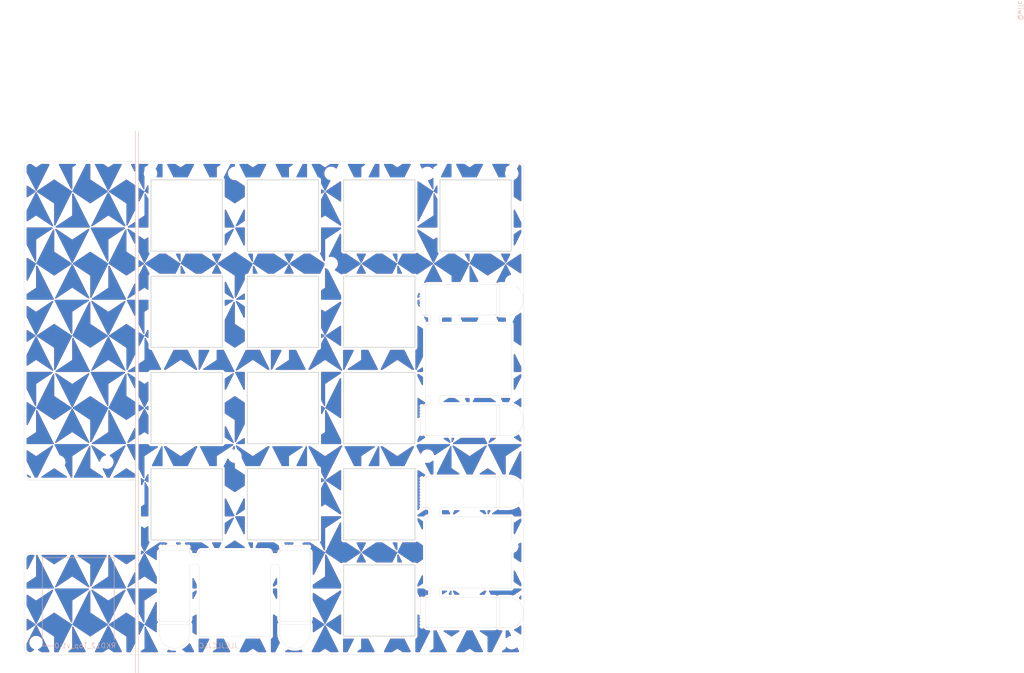
<source format=kicad_pcb>
(kicad_pcb (version 20241229) (generator "pcbnew") (generator_version "9.0")
  (layers (0 "F.Cu" signal) (2 "B.Cu" signal) (13 "F.Paste" user) (15 "B.Paste" user) (5 "F.SilkS" user "F.Silkscreen") (7 "B.SilkS" user "B.Silkscreen") (1 "F.Mask" user) (3 "B.Mask" user) (25 "Edge.Cuts" user))
  (net 0 "")
  (footprint "kbd_Hole:m2_Screw_Hole" (layer "F.Cu") (at 176.2125 27.384375)
    (property "Reference" "Ref**")
    (property "Value" "Val**")
    (pad "" np_thru_hole circle (at 0 0) (size 2.2 2.2) (drill 2.2) (layers "*.Cu" "*.Mask"))
  )
  (footprint "kbd_Hole:m2_Screw_Hole" (layer "F.Cu") (at 140.494016 45.243811)
    (property "Reference" "Ref**")
    (property "Value" "Val**")
    (pad "" np_thru_hole circle (at 0 0) (size 2.2 2.2) (drill 2.2) (layers "*.Cu" "*.Mask"))
  )
  (footprint "kbd_Hole:m2_Screw_Hole" (layer "F.Cu") (at 159.544032 83.343843)
    (property "Reference" "Ref**")
    (property "Value" "Val**")
    (pad "" np_thru_hole circle (at 0 0) (size 2.2 2.2) (drill 2.2) (layers "*.Cu" "*.Mask"))
  )
  (footprint "kbd_SW_Hole:SW_Hole_1u" (layer "F.Cu") (at 130.96875 54.76875)
    (property "Reference" "SW7" (hide yes))
    (property "Value" "SW_Push" (hide yes))
    (fp_line (start -7.05 -7.05) (end 7.05 -7.05) (stroke (width 0.15)) (layer "Edge.Cuts"))
    (fp_line (start -7.05 7.05) (end -7.05 -7.05) (stroke (width 0.15)) (layer "Edge.Cuts"))
    (fp_line (start 7.05 -7.05) (end 7.05 7.05) (stroke (width 0.15)) (layer "Edge.Cuts"))
    (fp_line (start 7.05 7.05) (end -7.05 7.05) (stroke (width 0.15)) (layer "Edge.Cuts"))
  )
  (footprint "kbd_Hole:m2_Screw_Hole" (layer "F.Cu") (at 176.2125 120.253125)
    (property "Reference" "Ref**")
    (property "Value" "Val**")
    (pad "" np_thru_hole circle (at 0 0) (size 2.2 2.2) (drill 2.2) (layers "*.Cu" "*.Mask"))
  )
  (footprint "kbd_SW_Hole:SW_Hole_1u" (layer "F.Cu") (at 130.96875 35.71875)
    (property "Reference" "SW6" (hide yes))
    (property "Value" "SW_Push" (hide yes))
    (fp_line (start -7.05 -7.05) (end 7.05 -7.05) (stroke (width 0.15)) (layer "Edge.Cuts"))
    (fp_line (start -7.05 7.05) (end -7.05 -7.05) (stroke (width 0.15)) (layer "Edge.Cuts"))
    (fp_line (start 7.05 -7.05) (end 7.05 7.05) (stroke (width 0.15)) (layer "Edge.Cuts"))
    (fp_line (start 7.05 7.05) (end -7.05 7.05) (stroke (width 0.15)) (layer "Edge.Cuts"))
  )
  (footprint "kbd_SW_Hole:SW_Hole_1u" (layer "F.Cu") (at 111.91875 92.86875)
    (property "Reference" "SW4" (hide yes))
    (property "Value" "SW_Push" (hide yes))
    (fp_line (start -7.05 -7.05) (end 7.05 -7.05) (stroke (width 0.15)) (layer "Edge.Cuts"))
    (fp_line (start -7.05 7.05) (end -7.05 -7.05) (stroke (width 0.15)) (layer "Edge.Cuts"))
    (fp_line (start 7.05 -7.05) (end 7.05 7.05) (stroke (width 0.15)) (layer "Edge.Cuts"))
    (fp_line (start 7.05 7.05) (end -7.05 7.05) (stroke (width 0.15)) (layer "Edge.Cuts"))
  )
  (footprint "kbd_Hole:m2_Screw_Hole" (layer "F.Cu") (at 176.212648 101.203148)
    (property "Reference" "Ref**")
    (property "Value" "Val**")
    (pad "" np_thru_hole circle (at 0 0) (size 2.2 2.2) (drill 2.2) (layers "*.Cu" "*.Mask"))
  )
  (footprint "kbd_Hole:m2_Screw_Hole" (layer "F.Cu") (at 140.493868 27.384398)
    (property "Reference" "Ref**")
    (property "Value" "Val**")
    (pad "" np_thru_hole circle (at 0 0) (size 2.2 2.2) (drill 2.2) (layers "*.Cu" "*.Mask"))
  )
  (footprint "kbd_Hole:m2_Screw_Hole" (layer "F.Cu") (at 104.775 27.384375)
    (property "Reference" "Ref**")
    (property "Value" "Val**")
    (pad "" np_thru_hole circle (at 0 0) (size 2.2 2.2) (drill 2.2) (layers "*.Cu" "*.Mask"))
  )
  (footprint "Rikkodo_FootPrint:rkd_Guard_Screw_Hall" (layer "F.Cu") (at 91.380425 54.76866 -90)
    (property "Reference" "Point1" (hide yes))
    (property "Value" "Guard_Screw_Hall" (hide yes))
    (pad "" np_thru_hole circle (at 29.765625 -4.7625 270) (size 2.2 2.2) (drill 2.2) (layers "*.Cu" "*.Mask"))
    (pad "" np_thru_hole circle (at 29.765625 4.7625 270) (size 2.2 2.2) (drill 2.2) (layers "*.Cu" "*.Mask"))
  )
  (footprint "kbd_SW_Hole:SW_Hole_1u" (layer "F.Cu") (at 150.01875 73.81875)
    (property "Reference" "SW13" (hide yes))
    (property "Value" "SW_Push" (hide yes))
    (fp_line (start -7.05 -7.05) (end 7.05 -7.05) (stroke (width 0.15)) (layer "Edge.Cuts"))
    (fp_line (start -7.05 7.05) (end -7.05 -7.05) (stroke (width 0.15)) (layer "Edge.Cuts"))
    (fp_line (start 7.05 -7.05) (end 7.05 7.05) (stroke (width 0.15)) (layer "Edge.Cuts"))
    (fp_line (start 7.05 7.05) (end -7.05 7.05) (stroke (width 0.15)) (layer "Edge.Cuts"))
  )
  (footprint "Rikkodo_FootPrint:rkd_Top_ChocV2_2u_XL" (layer "F.Cu") (at 121.44375 111.91875 180)
    (property "Reference" "SW99" (hide yes))
    (property "Value" "KEY_SWITCH" (hide yes))
    (fp_line (start 14.9375 9.4) (end 14.9375 -3.650101) (stroke (width 0.05)) (layer "Edge.Cuts"))
    (fp_line (start 14.9375 -4.7625) (end 14.9375 -6.41875) (stroke (width 0.05)) (layer "Edge.Cuts"))
    (fp_line (start 14.4375 -4.15) (end 9.375 -4.15) (stroke (width 0.05)) (layer "Edge.Cuts"))
    (fp_line (start 9.375 9.9) (end 14.4375 9.9) (stroke (width 0.05)) (layer "Edge.Cuts"))
    (fp_line (start 8.875 -3.6499) (end 8.875 6.64375) (stroke (width 0.05)) (layer "Edge.Cuts"))
    (fp_line (start 8.875 -4.7625) (end 14.9375 -4.7625) (stroke (width 0.05)) (layer "Edge.Cuts"))
    (fp_line (start 8.875 -6.41875) (end 8.875 -4.7625) (stroke (width 0.05)) (layer "Edge.Cuts"))
    (fp_line (start 8.3751 8.9) (end 7.55385 8.9) (stroke (width 0.05)) (layer "Edge.Cuts"))
    (fp_line (start 8.375 7.14375) (end 7.55 7.14375) (stroke (width 0.05)) (layer "Edge.Cuts"))
    (fp_line (start 7.05 -7.05) (end 7.05 6.64375) (stroke (width 0.05)) (layer "Edge.Cuts"))
    (fp_line (start -6.550001 9.899999) (end 6.5538 9.90005) (stroke (width 0.05)) (layer "Edge.Cuts"))
    (fp_line (start -7.05 -7.05) (end 7.05 -7.05) (stroke (width 0.05)) (layer "Edge.Cuts"))
    (fp_line (start -7.05 -7.05) (end -7.05 6.64375) (stroke (width 0.05)) (layer "Edge.Cuts"))
    (fp_line (start -7.55 8.9) (end -8.37125 8.9) (stroke (width 0.05)) (layer "Edge.Cuts"))
    (fp_line (start -7.55 7.14375) (end -8.37125 7.14375) (stroke (width 0.05)) (layer "Edge.Cuts"))
    (fp_line (start -8.87125 -3.6499) (end -8.87125 6.64375) (stroke (width 0.05)) (layer "Edge.Cuts"))
    (fp_line (start -8.87125 -4.7625) (end -8.87125 -6.41875) (stroke (width 0.05)) (layer "Edge.Cuts"))
    (fp_line (start -14.43375 9.9) (end -9.37125 9.9) (stroke (width 0.05)) (layer "Edge.Cuts"))
    (fp_line (start -14.43375 -4.15) (end -9.37125 -4.15) (stroke (width 0.05)) (layer "Edge.Cuts"))
    (fp_line (start -14.93375 9.4) (end -14.93375 -3.650101) (stroke (width 0.05)) (layer "Edge.Cuts"))
    (fp_line (start -14.93375 -4.7625) (end -8.87125 -4.7625) (stroke (width 0.05)) (layer "Edge.Cuts"))
    (fp_line (start -14.93375 -4.7625) (end -14.93375 -6.41875) (stroke (width 0.05)) (layer "Edge.Cuts"))
    (fp_arc (start 14.9375 9.4) (mid 14.791024 9.753524) (end 14.4375 9.9) (stroke (width 0.05)) (layer "Edge.Cuts"))
    (fp_arc (start 14.4375 -4.15) (mid 14.791083 -4.003583) (end 14.9375 -3.65) (stroke (width 0.05)) (layer "Edge.Cuts"))
    (fp_arc (start 9.375 9.9) (mid 9.021417 9.753583) (end 8.875 9.4) (stroke (width 0.05)) (layer "Edge.Cuts"))
    (fp_arc (start 8.875 6.64375) (mid 8.728539 6.997289) (end 8.375 7.14375) (stroke (width 0.05)) (layer "Edge.Cuts"))
    (fp_arc (start 8.875 -3.65) (mid 9.021476 -4.003524) (end 9.375 -4.15) (stroke (width 0.05)) (layer "Edge.Cuts"))
    (fp_arc (start 8.875 -6.41875) (mid 11.90625 -9.45) (end 14.9375 -6.41875) (stroke (width 0.05)) (layer "Edge.Cuts"))
    (fp_arc (start 8.375 8.9) (mid 8.728583 9.046417) (end 8.875 9.4) (stroke (width 0.05)) (layer "Edge.Cuts"))
    (fp_arc (start 7.55 7.14375) (mid 7.196461 6.997289) (end 7.05 6.64375) (stroke (width 0.05)) (layer "Edge.Cuts"))
    (fp_arc (start 7.05385 9.40005) (mid 6.907389 9.753589) (end 6.55385 9.90005) (stroke (width 0.05)) (layer "Edge.Cuts"))
    (fp_arc (start 7.05385 9.4) (mid 7.200311 9.046461) (end 7.55385 8.9) (stroke (width 0.05)) (layer "Edge.Cuts"))
    (fp_arc (start -6.550001 9.9) (mid -6.903581 9.75358) (end -7.050001 9.4) (stroke (width 0.05)) (layer "Edge.Cuts"))
    (fp_arc (start -7.05 6.64375) (mid -7.19642 6.99733) (end -7.55 7.14375) (stroke (width 0.05)) (layer "Edge.Cuts"))
    (fp_arc (start -7.55 8.9) (mid -7.19642 9.04642) (end -7.05 9.4) (stroke (width 0.05)) (layer "Edge.Cuts"))
    (fp_arc (start -8.37125 7.14375) (mid -8.724759 6.997259) (end -8.87125 6.64375) (stroke (width 0.05)) (layer "Edge.Cuts"))
    (fp_arc (start -8.87125 9.4) (mid -8.724789 9.046461) (end -8.37125 8.9) (stroke (width 0.05)) (layer "Edge.Cuts"))
    (fp_arc (start -8.87125 9.4) (mid -9.017711 9.753539) (end -9.37125 9.9) (stroke (width 0.05)) (layer "Edge.Cuts"))
    (fp_arc (start -9.37125 -4.15) (mid -9.017758 -4.003506) (end -8.87125 -3.65) (stroke (width 0.05)) (layer "Edge.Cuts"))
    (fp_arc (start -14.43375 9.9) (mid -14.787271 9.753536) (end -14.93375 9.4) (stroke (width 0.05)) (layer "Edge.Cuts"))
    (fp_arc (start -14.93375 -3.65) (mid -14.78733 -4.003565) (end -14.43375 -4.15) (stroke (width 0.05)) (layer "Edge.Cuts"))
    (fp_arc (start -14.93375 -6.41875) (mid -11.9025 -9.45) (end -8.87125 -6.41875) (stroke (width 0.05)) (layer "Edge.Cuts"))
    (pad "" np_thru_hole circle (at -14.6 10.6 90) (size 0.5 0.5) (drill 0.5) (layers "*.Cu" "*.Mask"))
    (pad "" np_thru_hole circle (at -14 10.6 90) (size 0.5 0.5) (drill 0.5) (layers "*.Cu" "*.Mask"))
    (pad "" np_thru_hole circle (at -13.4 10.6 90) (size 0.5 0.5) (drill 0.5) (layers "*.Cu" "*.Mask"))
    (pad "" np_thru_hole circle (at -12.8 10.6 90) (size 0.5 0.5) (drill 0.5) (layers "*.Cu" "*.Mask"))
    (pad "" np_thru_hole circle (at -12.2 10.6 90) (size 0.5 0.5) (drill 0.5) (layers "*.Cu" "*.Mask"))
    (pad "" np_thru_hole circle (at -11.6 10.6 90) (size 0.5 0.5) (drill 0.5) (layers "*.Cu" "*.Mask"))
    (pad "" np_thru_hole circle (at -11 10.6 90) (size 0.5 0.5) (drill 0.5) (layers "*.Cu" "*.Mask"))
    (pad "" np_thru_hole circle (at -10.4 10.6 90) (size 0.5 0.5) (drill 0.5) (layers "*.Cu" "*.Mask"))
    (pad "" np_thru_hole circle (at -9.8 10.6 90) (size 0.5 0.5) (drill 0.5) (layers "*.Cu" "*.Mask"))
    (pad "" np_thru_hole circle (at -9.2 10.6 90) (size 0.5 0.5) (drill 0.5) (layers "*.Cu" "*.Mask"))
    (pad "" np_thru_hole circle (at 9.2 10.6 90) (size 0.5 0.5) (drill 0.5) (layers "*.Cu" "*.Mask"))
    (pad "" np_thru_hole circle (at 9.8 10.6 90) (size 0.5 0.5) (drill 0.5) (layers "*.Cu" "*.Mask"))
    (pad "" np_thru_hole circle (at 10.4 10.6 90) (size 0.5 0.5) (drill 0.5) (layers "*.Cu" "*.Mask"))
    (pad "" np_thru_hole circle (at 11 10.6 90) (size 0.5 0.5) (drill 0.5) (layers "*.Cu" "*.Mask"))
    (pad "" np_thru_hole circle (at 11.6 10.6 90) (size 0.5 0.5) (drill 0.5) (layers "*.Cu" "*.Mask"))
    (pad "" np_thru_hole circle (at 12.2 10.6 90) (size 0.5 0.5) (drill 0.5) (layers "*.Cu" "*.Mask"))
    (pad "" np_thru_hole circle (at 12.8 10.6 90) (size 0.5 0.5) (drill 0.5) (layers "*.Cu" "*.Mask"))
    (pad "" np_thru_hole circle (at 13.4 10.6 90) (size 0.5 0.5) (drill 0.5) (layers "*.Cu" "*.Mask"))
    (pad "" np_thru_hole circle (at 14 10.6 90) (size 0.5 0.5) (drill 0.5) (layers "*.Cu" "*.Mask"))
    (pad "" np_thru_hole circle (at 14.6 10.6 90) (size 0.5 0.5) (drill 0.5) (layers "*.Cu" "*.Mask"))
  )
  (footprint "kbd_SW_Hole:SW_Hole_1u" (layer "F.Cu") (at 111.91875 35.71875)
    (property "Reference" "SW1" (hide yes))
    (property "Value" "SW_Push" (hide yes))
    (fp_line (start -7.05 -7.05) (end 7.05 -7.05) (stroke (width 0.15)) (layer "Edge.Cuts"))
    (fp_line (start -7.05 7.05) (end -7.05 -7.05) (stroke (width 0.15)) (layer "Edge.Cuts"))
    (fp_line (start 7.05 -7.05) (end 7.05 7.05) (stroke (width 0.15)) (layer "Edge.Cuts"))
    (fp_line (start 7.05 7.05) (end -7.05 7.05) (stroke (width 0.15)) (layer "Edge.Cuts"))
  )
  (footprint "kbd_Hole:m2_Screw_Hole" (layer "F.Cu") (at 121.443852 27.384398)
    (property "Reference" "Ref**")
    (property "Value" "Val**")
    (pad "" np_thru_hole circle (at 0 0) (size 2.2 2.2) (drill 2.2) (layers "*.Cu" "*.Mask"))
  )
  (footprint "Rikkodo_FootPrint:rkd_Top_ChocV2_2u_XL" (layer "F.Cu") (at 169.06875 64.29375 -90)
    (property "Reference" "SW99" (hide yes))
    (property "Value" "KEY_SWITCH" (hide yes))
    (fp_line (start -14.43375 9.9) (end -9.37125 9.9) (stroke (width 0.05)) (layer "Edge.Cuts"))
    (fp_line (start 9.375 9.9) (end 14.4375 9.9) (stroke (width 0.05)) (layer "Edge.Cuts"))
    (fp_line (start -6.550001 9.899999) (end 6.5538 9.90005) (stroke (width 0.05)) (layer "Edge.Cuts"))
    (fp_line (start -14.93375 9.4) (end -14.93375 -3.650101) (stroke (width 0.05)) (layer "Edge.Cuts"))
    (fp_line (start 14.9375 9.4) (end 14.9375 -3.650101) (stroke (width 0.05)) (layer "Edge.Cuts"))
    (fp_line (start -7.55 8.9) (end -8.37125 8.9) (stroke (width 0.05)) (layer "Edge.Cuts"))
    (fp_line (start 8.3751 8.9) (end 7.55385 8.9) (stroke (width 0.05)) (layer "Edge.Cuts"))
    (fp_line (start -7.55 7.14375) (end -8.37125 7.14375) (stroke (width 0.05)) (layer "Edge.Cuts"))
    (fp_line (start 8.375 7.14375) (end 7.55 7.14375) (stroke (width 0.05)) (layer "Edge.Cuts"))
    (fp_line (start -8.87125 -3.6499) (end -8.87125 6.64375) (stroke (width 0.05)) (layer "Edge.Cuts"))
    (fp_line (start 8.875 -3.6499) (end 8.875 6.64375) (stroke (width 0.05)) (layer "Edge.Cuts"))
    (fp_line (start -14.43375 -4.15) (end -9.37125 -4.15) (stroke (width 0.05)) (layer "Edge.Cuts"))
    (fp_line (start 14.4375 -4.15) (end 9.375 -4.15) (stroke (width 0.05)) (layer "Edge.Cuts"))
    (fp_line (start -14.93375 -4.7625) (end -8.87125 -4.7625) (stroke (width 0.05)) (layer "Edge.Cuts"))
    (fp_line (start -14.93375 -4.7625) (end -14.93375 -6.41875) (stroke (width 0.05)) (layer "Edge.Cuts"))
    (fp_line (start -8.87125 -4.7625) (end -8.87125 -6.41875) (stroke (width 0.05)) (layer "Edge.Cuts"))
    (fp_line (start 8.875 -4.7625) (end 14.9375 -4.7625) (stroke (width 0.05)) (layer "Edge.Cuts"))
    (fp_line (start 14.9375 -4.7625) (end 14.9375 -6.41875) (stroke (width 0.05)) (layer "Edge.Cuts"))
    (fp_line (start 8.875 -6.41875) (end 8.875 -4.7625) (stroke (width 0.05)) (layer "Edge.Cuts"))
    (fp_line (start -7.05 -7.05) (end -7.05 6.64375) (stroke (width 0.05)) (layer "Edge.Cuts"))
    (fp_line (start -7.05 -7.05) (end 7.05 -7.05) (stroke (width 0.05)) (layer "Edge.Cuts"))
    (fp_line (start 7.05 -7.05) (end 7.05 6.64375) (stroke (width 0.05)) (layer "Edge.Cuts"))
    (fp_arc (start -14.43375 9.9) (mid -14.787271 9.753536) (end -14.93375 9.4) (stroke (width 0.05)) (layer "Edge.Cuts"))
    (fp_arc (start -6.550001 9.9) (mid -6.903581 9.75358) (end -7.050001 9.4) (stroke (width 0.05)) (layer "Edge.Cuts"))
    (fp_arc (start 9.375 9.9) (mid 9.021417 9.753583) (end 8.875 9.4) (stroke (width 0.05)) (layer "Edge.Cuts"))
    (fp_arc (start 7.05385 9.40005) (mid 6.907389 9.753589) (end 6.55385 9.90005) (stroke (width 0.05)) (layer "Edge.Cuts"))
    (fp_arc (start -8.87125 9.4) (mid -9.017711 9.753539) (end -9.37125 9.9) (stroke (width 0.05)) (layer "Edge.Cuts"))
    (fp_arc (start -8.87125 9.4) (mid -8.724789 9.046461) (end -8.37125 8.9) (stroke (width 0.05)) (layer "Edge.Cuts"))
    (fp_arc (start 7.05385 9.4) (mid 7.200311 9.046461) (end 7.55385 8.9) (stroke (width 0.05)) (layer "Edge.Cuts"))
    (fp_arc (start 14.9375 9.4) (mid 14.791024 9.753524) (end 14.4375 9.9) (stroke (width 0.05)) (layer "Edge.Cuts"))
    (fp_arc (start -7.55 8.9) (mid -7.19642 9.04642) (end -7.05 9.4) (stroke (width 0.05)) (layer "Edge.Cuts"))
    (fp_arc (start 8.375 8.9) (mid 8.728583 9.046417) (end 8.875 9.4) (stroke (width 0.05)) (layer "Edge.Cuts"))
    (fp_arc (start -8.37125 7.14375) (mid -8.724759 6.997259) (end -8.87125 6.64375) (stroke (width 0.05)) (layer "Edge.Cuts"))
    (fp_arc (start 7.55 7.14375) (mid 7.196461 6.997289) (end 7.05 6.64375) (stroke (width 0.05)) (layer "Edge.Cuts"))
    (fp_arc (start -7.05 6.64375) (mid -7.19642 6.99733) (end -7.55 7.14375) (stroke (width 0.05)) (layer "Edge.Cuts"))
    (fp_arc (start 8.875 6.64375) (mid 8.728539 6.997289) (end 8.375 7.14375) (stroke (width 0.05)) (layer "Edge.Cuts"))
    (fp_arc (start -14.93375 -3.65) (mid -14.78733 -4.003565) (end -14.43375 -4.15) (stroke (width 0.05)) (layer "Edge.Cuts"))
    (fp_arc (start 8.875 -3.65) (mid 9.021476 -4.003524) (end 9.375 -4.15) (stroke (width 0.05)) (layer "Edge.Cuts"))
    (fp_arc (start -9.37125 -4.15) (mid -9.017758 -4.003506) (end -8.87125 -3.65) (stroke (width 0.05)) (layer "Edge.Cuts"))
    (fp_arc (start 14.4375 -4.15) (mid 14.791083 -4.003583) (end 14.9375 -3.65) (stroke (width 0.05)) (layer "Edge.Cuts"))
    (fp_arc (start -14.93375 -6.41875) (mid -11.9025 -9.45) (end -8.87125 -6.41875) (stroke (width 0.05)) (layer "Edge.Cuts"))
    (fp_arc (start 8.875 -6.41875) (mid 11.90625 -9.45) (end 14.9375 -6.41875) (stroke (width 0.05)) (layer "Edge.Cuts"))
    (pad "" np_thru_hole circle (at -14.6 10.6 180) (size 0.5 0.5) (drill 0.5) (layers "*.Cu" "*.Mask"))
    (pad "" np_thru_hole circle (at -14 10.6 180) (size 0.5 0.5) (drill 0.5) (layers "*.Cu" "*.Mask"))
    (pad "" np_thru_hole circle (at -13.4 10.6 180) (size 0.5 0.5) (drill 0.5) (layers "*.Cu" "*.Mask"))
    (pad "" np_thru_hole circle (at -12.8 10.6 180) (size 0.5 0.5) (drill 0.5) (layers "*.Cu" "*.Mask"))
    (pad "" np_thru_hole circle (at -12.2 10.6 180) (size 0.5 0.5) (drill 0.5) (layers "*.Cu" "*.Mask"))
    (pad "" np_thru_hole circle (at -11.6 10.6 180) (size 0.5 0.5) (drill 0.5) (layers "*.Cu" "*.Mask"))
    (pad "" np_thru_hole circle (at -11 10.6 180) (size 0.5 0.5) (drill 0.5) (layers "*.Cu" "*.Mask"))
    (pad "" np_thru_hole circle (at -10.4 10.6 180) (size 0.5 0.5) (drill 0.5) (layers "*.Cu" "*.Mask"))
    (pad "" np_thru_hole circle (at -9.8 10.6 180) (size 0.5 0.5) (drill 0.5) (layers "*.Cu" "*.Mask"))
    (pad "" np_thru_hole circle (at -9.2 10.6 180) (size 0.5 0.5) (drill 0.5) (layers "*.Cu" "*.Mask"))
    (pad "" np_thru_hole circle (at 9.2 10.6 180) (size 0.5 0.5) (drill 0.5) (layers "*.Cu" "*.Mask"))
    (pad "" np_thru_hole circle (at 9.8 10.6 180) (size 0.5 0.5) (drill 0.5) (layers "*.Cu" "*.Mask"))
    (pad "" np_thru_hole circle (at 10.4 10.6 180) (size 0.5 0.5) (drill 0.5) (layers "*.Cu" "*.Mask"))
    (pad "" np_thru_hole circle (at 11 10.6 180) (size 0.5 0.5) (drill 0.5) (layers "*.Cu" "*.Mask"))
    (pad "" np_thru_hole circle (at 11.6 10.6 180) (size 0.5 0.5) (drill 0.5) (layers "*.Cu" "*.Mask"))
    (pad "" np_thru_hole circle (at 12.2 10.6 180) (size 0.5 0.5) (drill 0.5) (layers "*.Cu" "*.Mask"))
    (pad "" np_thru_hole circle (at 12.8 10.6 180) (size 0.5 0.5) (drill 0.5) (layers "*.Cu" "*.Mask"))
    (pad "" np_thru_hole circle (at 13.4 10.6 180) (size 0.5 0.5) (drill 0.5) (layers "*.Cu" "*.Mask"))
    (pad "" np_thru_hole circle (at 14 10.6 180) (size 0.5 0.5) (drill 0.5) (layers "*.Cu" "*.Mask"))
    (pad "" np_thru_hole circle (at 14.6 10.6 180) (size 0.5 0.5) (drill 0.5) (layers "*.Cu" "*.Mask"))
  )
  (footprint "kbd_SW_Hole:SW_Hole_1u" (layer "F.Cu") (at 150.01875 54.76875)
    (property "Reference" "SW12" (hide yes))
    (property "Value" "SW_Push" (hide yes))
    (fp_line (start -7.05 -7.05) (end 7.05 -7.05) (stroke (width 0.15)) (layer "Edge.Cuts"))
    (fp_line (start -7.05 7.05) (end -7.05 -7.05) (stroke (width 0.15)) (layer "Edge.Cuts"))
    (fp_line (start 7.05 -7.05) (end 7.05 7.05) (stroke (width 0.15)) (layer "Edge.Cuts"))
    (fp_line (start 7.05 7.05) (end -7.05 7.05) (stroke (width 0.15)) (layer "Edge.Cuts"))
  )
  (footprint "Rikkodo_FootPrint:rkd_Top_ChocV2_2u_XL" (layer "F.Cu") (at 169.06875 102.39375 -90)
    (property "Reference" "SW99" (hide yes))
    (property "Value" "KEY_SWITCH" (hide yes))
    (fp_line (start -14.43375 9.9) (end -9.37125 9.9) (stroke (width 0.05)) (layer "Edge.Cuts"))
    (fp_line (start 9.375 9.9) (end 14.4375 9.9) (stroke (width 0.05)) (layer "Edge.Cuts"))
    (fp_line (start -6.550001 9.899999) (end 6.5538 9.90005) (stroke (width 0.05)) (layer "Edge.Cuts"))
    (fp_line (start -14.93375 9.4) (end -14.93375 -3.650101) (stroke (width 0.05)) (layer "Edge.Cuts"))
    (fp_line (start 14.9375 9.4) (end 14.9375 -3.650101) (stroke (width 0.05)) (layer "Edge.Cuts"))
    (fp_line (start -7.55 8.9) (end -8.37125 8.9) (stroke (width 0.05)) (layer "Edge.Cuts"))
    (fp_line (start 8.3751 8.9) (end 7.55385 8.9) (stroke (width 0.05)) (layer "Edge.Cuts"))
    (fp_line (start -7.55 7.14375) (end -8.37125 7.14375) (stroke (width 0.05)) (layer "Edge.Cuts"))
    (fp_line (start 8.375 7.14375) (end 7.55 7.14375) (stroke (width 0.05)) (layer "Edge.Cuts"))
    (fp_line (start -8.87125 -3.6499) (end -8.87125 6.64375) (stroke (width 0.05)) (layer "Edge.Cuts"))
    (fp_line (start 8.875 -3.6499) (end 8.875 6.64375) (stroke (width 0.05)) (layer "Edge.Cuts"))
    (fp_line (start -14.43375 -4.15) (end -9.37125 -4.15) (stroke (width 0.05)) (layer "Edge.Cuts"))
    (fp_line (start 14.4375 -4.15) (end 9.375 -4.15) (stroke (width 0.05)) (layer "Edge.Cuts"))
    (fp_line (start -14.93375 -4.7625) (end -8.87125 -4.7625) (stroke (width 0.05)) (layer "Edge.Cuts"))
    (fp_line (start -14.93375 -4.7625) (end -14.93375 -6.41875) (stroke (width 0.05)) (layer "Edge.Cuts"))
    (fp_line (start -8.87125 -4.7625) (end -8.87125 -6.41875) (stroke (width 0.05)) (layer "Edge.Cuts"))
    (fp_line (start 8.875 -4.7625) (end 14.9375 -4.7625) (stroke (width 0.05)) (layer "Edge.Cuts"))
    (fp_line (start 14.9375 -4.7625) (end 14.9375 -6.41875) (stroke (width 0.05)) (layer "Edge.Cuts"))
    (fp_line (start 8.875 -6.41875) (end 8.875 -4.7625) (stroke (width 0.05)) (layer "Edge.Cuts"))
    (fp_line (start -7.05 -7.05) (end -7.05 6.64375) (stroke (width 0.05)) (layer "Edge.Cuts"))
    (fp_line (start -7.05 -7.05) (end 7.05 -7.05) (stroke (width 0.05)) (layer "Edge.Cuts"))
    (fp_line (start 7.05 -7.05) (end 7.05 6.64375) (stroke (width 0.05)) (layer "Edge.Cuts"))
    (fp_arc (start -14.43375 9.9) (mid -14.787271 9.753536) (end -14.93375 9.4) (stroke (width 0.05)) (layer "Edge.Cuts"))
    (fp_arc (start -6.550001 9.9) (mid -6.903581 9.75358) (end -7.050001 9.4) (stroke (width 0.05)) (layer "Edge.Cuts"))
    (fp_arc (start 9.375 9.9) (mid 9.021417 9.753583) (end 8.875 9.4) (stroke (width 0.05)) (layer "Edge.Cuts"))
    (fp_arc (start 7.05385 9.40005) (mid 6.907389 9.753589) (end 6.55385 9.90005) (stroke (width 0.05)) (layer "Edge.Cuts"))
    (fp_arc (start -8.87125 9.4) (mid -9.017711 9.753539) (end -9.37125 9.9) (stroke (width 0.05)) (layer "Edge.Cuts"))
    (fp_arc (start -8.87125 9.4) (mid -8.724789 9.046461) (end -8.37125 8.9) (stroke (width 0.05)) (layer "Edge.Cuts"))
    (fp_arc (start 7.05385 9.4) (mid 7.200311 9.046461) (end 7.55385 8.9) (stroke (width 0.05)) (layer "Edge.Cuts"))
    (fp_arc (start 14.9375 9.4) (mid 14.791024 9.753524) (end 14.4375 9.9) (stroke (width 0.05)) (layer "Edge.Cuts"))
    (fp_arc (start -7.55 8.9) (mid -7.19642 9.04642) (end -7.05 9.4) (stroke (width 0.05)) (layer "Edge.Cuts"))
    (fp_arc (start 8.375 8.9) (mid 8.728583 9.046417) (end 8.875 9.4) (stroke (width 0.05)) (layer "Edge.Cuts"))
    (fp_arc (start -8.37125 7.14375) (mid -8.724759 6.997259) (end -8.87125 6.64375) (stroke (width 0.05)) (layer "Edge.Cuts"))
    (fp_arc (start 7.55 7.14375) (mid 7.196461 6.997289) (end 7.05 6.64375) (stroke (width 0.05)) (layer "Edge.Cuts"))
    (fp_arc (start -7.05 6.64375) (mid -7.19642 6.99733) (end -7.55 7.14375) (stroke (width 0.05)) (layer "Edge.Cuts"))
    (fp_arc (start 8.875 6.64375) (mid 8.728539 6.997289) (end 8.375 7.14375) (stroke (width 0.05)) (layer "Edge.Cuts"))
    (fp_arc (start -14.93375 -3.65) (mid -14.78733 -4.003565) (end -14.43375 -4.15) (stroke (width 0.05)) (layer "Edge.Cuts"))
    (fp_arc (start 8.875 -3.65) (mid 9.021476 -4.003524) (end 9.375 -4.15) (stroke (width 0.05)) (layer "Edge.Cuts"))
    (fp_arc (start -9.37125 -4.15) (mid -9.017758 -4.003506) (end -8.87125 -3.65) (stroke (width 0.05)) (layer "Edge.Cuts"))
    (fp_arc (start 14.4375 -4.15) (mid 14.791083 -4.003583) (end 14.9375 -3.65) (stroke (width 0.05)) (layer "Edge.Cuts"))
    (fp_arc (start -14.93375 -6.41875) (mid -11.9025 -9.45) (end -8.87125 -6.41875) (stroke (width 0.05)) (layer "Edge.Cuts"))
    (fp_arc (start 8.875 -6.41875) (mid 11.90625 -9.45) (end 14.9375 -6.41875) (stroke (width 0.05)) (layer "Edge.Cuts"))
    (pad "" np_thru_hole circle (at -14.6 10.6 180) (size 0.5 0.5) (drill 0.5) (layers "*.Cu" "*.Mask"))
    (pad "" np_thru_hole circle (at -14 10.6 180) (size 0.5 0.5) (drill 0.5) (layers "*.Cu" "*.Mask"))
    (pad "" np_thru_hole circle (at -13.4 10.6 180) (size 0.5 0.5) (drill 0.5) (layers "*.Cu" "*.Mask"))
    (pad "" np_thru_hole circle (at -12.8 10.6 180) (size 0.5 0.5) (drill 0.5) (layers "*.Cu" "*.Mask"))
    (pad "" np_thru_hole circle (at -12.2 10.6 180) (size 0.5 0.5) (drill 0.5) (layers "*.Cu" "*.Mask"))
    (pad "" np_thru_hole circle (at -11.6 10.6 180) (size 0.5 0.5) (drill 0.5) (layers "*.Cu" "*.Mask"))
    (pad "" np_thru_hole circle (at -11 10.6 180) (size 0.5 0.5) (drill 0.5) (layers "*.Cu" "*.Mask"))
    (pad "" np_thru_hole circle (at -10.4 10.6 180) (size 0.5 0.5) (drill 0.5) (layers "*.Cu" "*.Mask"))
    (pad "" np_thru_hole circle (at -9.8 10.6 180) (size 0.5 0.5) (drill 0.5) (layers "*.Cu" "*.Mask"))
    (pad "" np_thru_hole circle (at -9.2 10.6 180) (size 0.5 0.5) (drill 0.5) (layers "*.Cu" "*.Mask"))
    (pad "" np_thru_hole circle (at 9.2 10.6 180) (size 0.5 0.5) (drill 0.5) (layers "*.Cu" "*.Mask"))
    (pad "" np_thru_hole circle (at 9.8 10.6 180) (size 0.5 0.5) (drill 0.5) (layers "*.Cu" "*.Mask"))
    (pad "" np_thru_hole circle (at 10.4 10.6 180) (size 0.5 0.5) (drill 0.5) (layers "*.Cu" "*.Mask"))
    (pad "" np_thru_hole circle (at 11 10.6 180) (size 0.5 0.5) (drill 0.5) (layers "*.Cu" "*.Mask"))
    (pad "" np_thru_hole circle (at 11.6 10.6 180) (size 0.5 0.5) (drill 0.5) (layers "*.Cu" "*.Mask"))
    (pad "" np_thru_hole circle (at 12.2 10.6 180) (size 0.5 0.5) (drill 0.5) (layers "*.Cu" "*.Mask"))
    (pad "" np_thru_hole circle (at 12.8 10.6 180) (size 0.5 0.5) (drill 0.5) (layers "*.Cu" "*.Mask"))
    (pad "" np_thru_hole circle (at 13.4 10.6 180) (size 0.5 0.5) (drill 0.5) (layers "*.Cu" "*.Mask"))
    (pad "" np_thru_hole circle (at 14 10.6 180) (size 0.5 0.5) (drill 0.5) (layers "*.Cu" "*.Mask"))
    (pad "" np_thru_hole circle (at 14.6 10.6 180) (size 0.5 0.5) (drill 0.5) (layers "*.Cu" "*.Mask"))
  )
  (footprint "kbd_SW_Hole:SW_Hole_1u" (layer "F.Cu") (at 150.01875 35.71875)
    (property "Reference" "SW11" (hide yes))
    (property "Value" "SW_Push" (hide yes))
    (fp_line (start -7.05 -7.05) (end 7.05 -7.05) (stroke (width 0.15)) (layer "Edge.Cuts"))
    (fp_line (start -7.05 7.05) (end -7.05 -7.05) (stroke (width 0.15)) (layer "Edge.Cuts"))
    (fp_line (start 7.05 -7.05) (end 7.05 7.05) (stroke (width 0.15)) (layer "Edge.Cuts"))
    (fp_line (start 7.05 7.05) (end -7.05 7.05) (stroke (width 0.15)) (layer "Edge.Cuts"))
  )
  (footprint "kbd_SW_Hole:SW_Hole_1u" (layer "F.Cu") (at 169.06875 35.71875)
    (property "Reference" "SW15" (hide yes))
    (property "Value" "SW_Push" (hide yes))
    (fp_line (start -7.05 -7.05) (end 7.05 -7.05) (stroke (width 0.15)) (layer "Edge.Cuts"))
    (fp_line (start -7.05 7.05) (end -7.05 -7.05) (stroke (width 0.15)) (layer "Edge.Cuts"))
    (fp_line (start 7.05 -7.05) (end 7.05 7.05) (stroke (width 0.15)) (layer "Edge.Cuts"))
    (fp_line (start 7.05 7.05) (end -7.05 7.05) (stroke (width 0.15)) (layer "Edge.Cuts"))
  )
  (footprint "" (layer "F.Cu") (at 86.617896 84.534304)
    (property "Reference" "" (at 0 0 0) (layer "F.SilkS") (effects (font (size 1.27 1.27))))
    (property "Value" "")
    (pad "" np_thru_hole circle (at 0 0 270) (size 2.2 2.2) (drill 2.2) (layers "*.Cu" "*.Mask"))
  )
  (footprint "kbd_SW_Hole:SW_Hole_1u" (layer "F.Cu") (at 130.96875 73.81875)
    (property "Reference" "SW8" (hide yes))
    (property "Value" "SW_Push" (hide yes))
    (fp_line (start -7.05 -7.05) (end 7.05 -7.05) (stroke (width 0.15)) (layer "Edge.Cuts"))
    (fp_line (start -7.05 7.05) (end -7.05 -7.05) (stroke (width 0.15)) (layer "Edge.Cuts"))
    (fp_line (start 7.05 -7.05) (end 7.05 7.05) (stroke (width 0.15)) (layer "Edge.Cuts"))
    (fp_line (start 7.05 7.05) (end -7.05 7.05) (stroke (width 0.15)) (layer "Edge.Cuts"))
  )
  (footprint "kbd_Hole:m2_Screw_Hole" (layer "F.Cu") (at 176.212648 48.815648)
    (property "Reference" "Ref**")
    (property "Value" "Val**")
    (pad "" np_thru_hole circle (at 0 0) (size 2.2 2.2) (drill 2.2) (layers "*.Cu" "*.Mask"))
  )
  (footprint "kbd_SW_Hole:SW_Hole_1u" (layer "F.Cu") (at 111.91875 54.76875)
    (property "Reference" "SW2" (hide yes))
    (property "Value" "SW_Push" (hide yes))
    (fp_line (start -7.05 -7.05) (end 7.05 -7.05) (stroke (width 0.15)) (layer "Edge.Cuts"))
    (fp_line (start -7.05 7.05) (end -7.05 -7.05) (stroke (width 0.15)) (layer "Edge.Cuts"))
    (fp_line (start 7.05 -7.05) (end 7.05 7.05) (stroke (width 0.15)) (layer "Edge.Cuts"))
    (fp_line (start 7.05 7.05) (end -7.05 7.05) (stroke (width 0.15)) (layer "Edge.Cuts"))
  )
  (footprint "kbd_Hole:m2_Screw_Hole" (layer "F.Cu") (at 159.54375 27.384375)
    (property "Reference" "Ref**")
    (property "Value" "Val**")
    (pad "" np_thru_hole circle (at 0 0) (size 2.2 2.2) (drill 2.2) (layers "*.Cu" "*.Mask"))
  )
  (footprint "kbd_Hole:m2_Screw_Hole" (layer "F.Cu") (at 82.153125 120.253125)
    (property "Reference" "Ref**")
    (property "Value" "Val**")
    (pad "" np_thru_hole circle (at 0 0) (size 2.2 2.2) (drill 2.2) (layers "*.Cu" "*.Mask"))
  )
  (footprint "kbd_Hole:m2_Screw_Hole" (layer "F.Cu") (at 121.444 83.343843)
    (property "Reference" "Ref**")
    (property "Value" "Val**")
    (pad "" np_thru_hole circle (at 0 0) (size 2.2 2.2) (drill 2.2) (layers "*.Cu" "*.Mask"))
  )
  (footprint "kbd_SW_Hole:SW_Hole_1u" (layer "F.Cu") (at 130.96875 92.86875)
    (property "Reference" "SW9" (hide yes))
    (property "Value" "SW_Push" (hide yes))
    (fp_line (start -7.05 -7.05) (end 7.05 -7.05) (stroke (width 0.15)) (layer "Edge.Cuts"))
    (fp_line (start -7.05 7.05) (end -7.05 -7.05) (stroke (width 0.15)) (layer "Edge.Cuts"))
    (fp_line (start 7.05 -7.05) (end 7.05 7.05) (stroke (width 0.15)) (layer "Edge.Cuts"))
    (fp_line (start 7.05 7.05) (end -7.05 7.05) (stroke (width 0.15)) (layer "Edge.Cuts"))
  )
  (footprint "kbd_SW_Hole:SW_Hole_1u" (layer "F.Cu") (at 111.91875 73.81875)
    (property "Reference" "SW3" (hide yes))
    (property "Value" "SW_Push" (hide yes))
    (fp_line (start -7.05 -7.05) (end 7.05 -7.05) (stroke (width 0.15)) (layer "Edge.Cuts"))
    (fp_line (start -7.05 7.05) (end -7.05 -7.05) (stroke (width 0.15)) (layer "Edge.Cuts"))
    (fp_line (start 7.05 -7.05) (end 7.05 7.05) (stroke (width 0.15)) (layer "Edge.Cuts"))
    (fp_line (start 7.05 7.05) (end -7.05 7.05) (stroke (width 0.15)) (layer "Edge.Cuts"))
  )
  (footprint "kbd_SW_Hole:SW_Hole_1u" (layer "F.Cu") (at 150.01875 92.86875)
    (property "Reference" "SW14" (hide yes))
    (property "Value" "SW_Push" (hide yes))
    (fp_line (start -7.05 -7.05) (end 7.05 -7.05) (stroke (width 0.15)) (layer "Edge.Cuts"))
    (fp_line (start -7.05 7.05) (end -7.05 -7.05) (stroke (width 0.15)) (layer "Edge.Cuts"))
    (fp_line (start 7.05 -7.05) (end 7.05 7.05) (stroke (width 0.15)) (layer "Edge.Cuts"))
    (fp_line (start 7.05 7.05) (end -7.05 7.05) (stroke (width 0.15)) (layer "Edge.Cuts"))
  )
  (footprint "kbd_SW_Hole:SW_Hole_1u" (layer "F.Cu") (at 150.01875 111.91875)
    (property "Reference" "SW18" (hide yes))
    (property "Value" "SW_Push" (hide yes))
    (fp_line (start -7.05 -7.05) (end 7.05 -7.05) (stroke (width 0.15)) (layer "Edge.Cuts"))
    (fp_line (start -7.05 7.05) (end -7.05 -7.05) (stroke (width 0.15)) (layer "Edge.Cuts"))
    (fp_line (start 7.05 -7.05) (end 7.05 7.05) (stroke (width 0.15)) (layer "Edge.Cuts"))
    (fp_line (start 7.05 7.05) (end -7.05 7.05) (stroke (width 0.15)) (layer "Edge.Cuts"))
  )
  (gr_arc (start 100.607897 25.003126) (mid 101.449796 25.351852) (end 101.798522 26.193751) (stroke (width 0.05)) (layer "B.SilkS"))
  (gr_line (start 97.587471 103.418769) (end 97.587471 119.657913) (stroke (width 0.1)) (layer "B.SilkS"))
  (gr_arc (start 101.798522 86.915699) (mid 101.449796 87.757598) (end 100.607897 88.106324) (stroke (width 0.05)) (layer "B.SilkS"))
  (gr_line (start 101.798523 19.050016) (end 101.798523 126.206266) (stroke (width 0.1)) (layer "B.SilkS"))
  (gr_line (start 83.387471 103.418769) (end 83.387471 120.918769) (stroke (width 0.1)) (layer "B.SilkS"))
  (gr_line (start 102.39375 19.05) (end 102.39375 126.20625) (stroke (width 0.1)) (layer "B.SilkS"))
  (gr_line (start 83.387471 120.918769) (end 85.725072 120.918769) (stroke (width 0.1)) (layer "B.SilkS"))
  (gr_arc (start 102.39375 26.193701) (mid 102.742476 25.351802) (end 103.584375 25.003076) (stroke (width 0.05)) (layer "B.SilkS"))
  (gr_line (start 83.387471 103.418769) (end 97.587471 103.418769) (stroke (width 0.1)) (layer "B.SilkS"))
  (gr_line (start 80.962568 102.393836) (end 102.393818 102.393811) (stroke (width 0.05)) (layer "Edge.Cuts"))
  (gr_arc (start 80.962353 122.634228) (mid 80.120558 122.285545) (end 79.771875 121.44375) (stroke (width 0.05)) (layer "Edge.Cuts"))
  (gr_arc (start 80.9625 88.10625) (mid 80.120705 87.757567) (end 79.772022 86.915772) (stroke (width 0.05)) (layer "Edge.Cuts"))
  (gr_line (start 79.771875 26.1938) (end 79.772051 86.915772) (stroke (width 0.05)) (layer "Edge.Cuts"))
  (gr_line (start 80.9625 25.003175) (end 177.403125 24.993285) (stroke (width 0.05)) (layer "Edge.Cuts"))
  (gr_arc (start 79.771875 26.19375) (mid 80.120601 25.351851) (end 80.9625 25.003125) (stroke (width 0.05)) (layer "Edge.Cuts"))
  (gr_line (start 79.771875 121.44375) (end 79.771944 103.584461) (stroke (width 0.05)) (layer "Edge.Cuts"))
  (gr_line (start 80.962353 122.644212) (end 177.403125 122.634375) (stroke (width 0.05)) (layer "Edge.Cuts"))
  (gr_line (start 102.393818 102.393811) (end 102.39375 88.10625) (stroke (width 0.05)) (layer "Edge.Cuts"))
  (gr_arc (start 178.59375 121.44375) (mid 178.245024 122.285649) (end 177.403125 122.634375) (stroke (width 0.05)) (layer "Edge.Cuts"))
  (gr_line (start 102.39375 88.10625) (end 80.9625 88.10625) (stroke (width 0.05)) (layer "Edge.Cuts"))
  (gr_arc (start 79.771943 103.584461) (mid 80.120669 102.742562) (end 80.962568 102.393836) (stroke (width 0.05)) (layer "Edge.Cuts"))
  (gr_line (start 178.59375 121.44375) (end 178.59375 26.186085) (stroke (width 0.05)) (layer "Edge.Cuts"))
  (gr_arc (start 177.403125 25.003125) (mid 178.245024 25.351851) (end 178.59375 26.19375) (stroke (width 0.05)) (layer "Edge.Cuts"))
  (gr_text "Qwiic" (at 276.225307 -6.934461 270) (layer "B.SilkS") (effects (font (size 1 1) (thickness 0.1)) (justify right bottom mirror)))
  (gr_text "RKD12_Top_v1.0" (at 85.725 121.44375 0) (layer "B.SilkS") (effects (font (size 1 1) (thickness 0.1)) (justify right bottom mirror)))
  (gr_text "JLCJLCJLC" (at 114.3 121.44375 0) (layer "B.SilkS") (effects (font (size 1 1) (thickness 0.1)) (justify right bottom mirror)))
  (zone (net 0) (net_name "") (layers "F.Cu" "B.Cu") (name "deco") (connect_pads (clearance 0)) (min_thickness 0.25)
    (keepout (tracks allowed) (vias allowed) (pads allowed) (copperpour not_allowed) (footprints allowed))
    (fill (thermal_gap 0.5) (thermal_bridge_width 0.5))
    (polygon (pts (xy 135.73125 47.625001) (xy 132.159375 45.243751) (xy 135.73125 52.387501)))
  )
  (zone (net 0) (net_name "") (layers "F.Cu" "B.Cu") (name "deco") (connect_pads (clearance 0)) (min_thickness 0.25)
    (keepout (tracks allowed) (vias allowed) (pads allowed) (copperpour not_allowed) (footprints allowed))
    (fill (thermal_gap 0.5) (thermal_bridge_width 0.5))
    (polygon (pts (xy 132.159375 30.956251) (xy 128.5875 28.575001) (xy 125.015626 30.956251) (xy 128.5875 23.812502)))
  )
  (zone (net 0) (net_name "") (layers "F.Cu" "B.Cu") (name "deco") (connect_pads (clearance 0)) (min_thickness 0.25)
    (keepout (tracks allowed) (vias allowed) (pads allowed) (copperpour not_allowed) (footprints allowed))
    (fill (thermal_gap 0.5) (thermal_bridge_width 0.5))
    (polygon (pts (xy 114.300001 95.250001) (xy 110.728126 97.631251) (xy 110.728126 102.393751)))
  )
  (zone (net 0) (net_name "") (layers "F.Cu" "B.Cu") (name "deco") (connect_pads (clearance 0)) (min_thickness 0.25)
    (keepout (tracks allowed) (vias allowed) (pads allowed) (copperpour not_allowed) (footprints allowed))
    (fill (thermal_gap 0.5) (thermal_bridge_width 0.5))
    (polygon (pts (xy 132.159376 88.106251) (xy 135.731251 90.487501) (xy 139.303126 88.106251) (xy 135.731251 95.250001)))
  )
  (zone (net 0) (net_name "") (layers "F.Cu" "B.Cu") (name "deco") (connect_pads (clearance 0)) (min_thickness 0.25)
    (keepout (tracks allowed) (vias allowed) (pads allowed) (copperpour not_allowed) (footprints allowed))
    (fill (thermal_gap 0.5) (thermal_bridge_width 0.5))
    (polygon (pts (xy 78.581251 80.962501) (xy 82.153126 78.581251) (xy 82.153126 73.818751)))
  )
  (zone (net 0) (net_name "") (layers "F.Cu" "B.Cu") (name "deco") (connect_pads (clearance 0)) (min_thickness 0.25)
    (keepout (tracks allowed) (vias allowed) (pads allowed) (copperpour not_allowed) (footprints allowed))
    (fill (thermal_gap 0.5) (thermal_bridge_width 0.5))
    (polygon (pts (xy 171.450001 95.250001) (xy 175.021876 97.631251) (xy 178.593751 95.250001)))
  )
  (zone (net 0) (net_name "") (layers "F.Cu" "B.Cu") (name "deco") (connect_pads (clearance 0)) (min_thickness 0.25)
    (keepout (tracks allowed) (vias allowed) (pads allowed) (copperpour not_allowed) (footprints allowed))
    (fill (thermal_gap 0.5) (thermal_bridge_width 0.5))
    (polygon (pts (xy 114.3 38.100001) (xy 117.871875 40.481251) (xy 121.44375 38.100001)))
  )
  (zone (net 0) (net_name "") (layers "F.Cu" "B.Cu") (name "deco") (connect_pads (clearance 0)) (min_thickness 0.25)
    (keepout (tracks allowed) (vias allowed) (pads allowed) (copperpour not_allowed) (footprints allowed))
    (fill (thermal_gap 0.5) (thermal_bridge_width 0.5))
    (polygon (pts (xy 128.587501 95.250001) (xy 132.159376 92.868751) (xy 132.159376 88.106251)))
  )
  (zone (net 0) (net_name "") (layers "F.Cu" "B.Cu") (name "deco") (connect_pads (clearance 0)) (min_thickness 0.25)
    (keepout (tracks allowed) (vias allowed) (pads allowed) (copperpour not_allowed) (footprints allowed))
    (fill (thermal_gap 0.5) (thermal_bridge_width 0.5))
    (polygon (pts (xy 114.300001 100.012501) (xy 117.871876 102.393751) (xy 114.300001 95.250001)))
  )
  (zone (net 0) (net_name "") (layers "F.Cu" "B.Cu") (name "deco") (connect_pads (clearance 0)) (min_thickness 0.25)
    (keepout (tracks allowed) (vias allowed) (pads allowed) (copperpour not_allowed) (footprints allowed))
    (fill (thermal_gap 0.5) (thermal_bridge_width 0.5))
    (polygon (pts (xy 125.015625 45.243751) (xy 128.5875 47.625001) (xy 132.159375 45.243751) (xy 128.5875 52.387501)))
  )
  (zone (net 0) (net_name "") (layers "F.Cu" "B.Cu") (name "deco") (connect_pads (clearance 0)) (min_thickness 0.25)
    (keepout (tracks allowed) (vias allowed) (pads allowed) (copperpour not_allowed) (footprints allowed))
    (fill (thermal_gap 0.5) (thermal_bridge_width 0.5))
    (polygon (pts (xy 100.0125 38.100001) (xy 103.584375 35.718751) (xy 103.584375 30.956251)))
  )
  (zone (net 0) (net_name "") (layers "F.Cu" "B.Cu") (name "deco") (connect_pads (clearance 0)) (min_thickness 0.25)
    (keepout (tracks allowed) (vias allowed) (pads allowed) (copperpour not_allowed) (footprints allowed))
    (fill (thermal_gap 0.5) (thermal_bridge_width 0.5))
    (polygon (pts (xy 103.584376 116.681251) (xy 107.156251 119.062501) (xy 110.728126 116.681251) (xy 107.156251 123.825001)))
  )
  (zone (net 0) (net_name "") (layers "F.Cu" "B.Cu") (name "deco") (connect_pads (clearance 0)) (min_thickness 0.25)
    (keepout (tracks allowed) (vias allowed) (pads allowed) (copperpour not_allowed) (footprints allowed))
    (fill (thermal_gap 0.5) (thermal_bridge_width 0.5))
    (polygon (pts (xy 175.021875 59.531251) (xy 171.45 57.150001) (xy 167.878126 59.531251) (xy 171.45 52.387502)))
  )
  (zone (net 0) (net_name "") (layers "F.Cu" "B.Cu") (name "deco") (connect_pads (clearance 0)) (min_thickness 0.25)
    (keepout (tracks allowed) (vias allowed) (pads allowed) (copperpour not_allowed) (footprints allowed))
    (fill (thermal_gap 0.5) (thermal_bridge_width 0.5))
    (polygon (pts (xy 128.587501 123.825001) (xy 132.159376 121.443751) (xy 132.159376 116.681251)))
  )
  (zone (net 0) (net_name "") (layers "F.Cu" "B.Cu") (name "deco") (connect_pads (clearance 0)) (min_thickness 0.25)
    (keepout (tracks allowed) (vias allowed) (pads allowed) (copperpour not_allowed) (footprints allowed))
    (fill (thermal_gap 0.5) (thermal_bridge_width 0.5))
    (polygon (pts (xy 110.728125 45.243751) (xy 107.15625 42.862501) (xy 103.584376 45.243751) (xy 107.15625 38.100002)))
  )
  (zone (net 0) (net_name "") (layers "F.Cu" "B.Cu") (name "deco") (connect_pads (clearance 0)) (min_thickness 0.25)
    (keepout (tracks allowed) (vias allowed) (pads allowed) (copperpour not_allowed) (footprints allowed))
    (fill (thermal_gap 0.5) (thermal_bridge_width 0.5))
    (polygon (pts (xy 107.15625 23.812501) (xy 110.728125 26.193751) (xy 114.3 23.812501)))
  )
  (zone (net 0) (net_name "") (layers "F.Cu" "B.Cu") (name "deco") (connect_pads (clearance 0)) (min_thickness 0.25)
    (keepout (tracks allowed) (vias allowed) (pads allowed) (copperpour not_allowed) (footprints allowed))
    (fill (thermal_gap 0.5) (thermal_bridge_width 0.5))
    (polygon (pts (xy 150.018751 114.300001) (xy 153.590626 116.681251) (xy 150.018751 109.537501)))
  )
  (zone (net 0) (net_name "") (layers "F.Cu" "B.Cu") (name "deco") (connect_pads (clearance 0)) (min_thickness 0.25)
    (keepout (tracks allowed) (vias allowed) (pads allowed) (copperpour not_allowed) (footprints allowed))
    (fill (thermal_gap 0.5) (thermal_bridge_width 0.5))
    (polygon (pts (xy 128.587501 100.012501) (xy 132.159376 102.393751) (xy 128.587501 95.250001)))
  )
  (zone (net 0) (net_name "") (layers "F.Cu" "B.Cu") (name "deco") (connect_pads (clearance 0)) (min_thickness 0.25)
    (keepout (tracks allowed) (vias allowed) (pads allowed) (copperpour not_allowed) (footprints allowed))
    (fill (thermal_gap 0.5) (thermal_bridge_width 0.5))
    (polygon (pts (xy 153.590625 73.818751) (xy 150.01875 71.437501) (xy 146.446876 73.818751) (xy 150.01875 66.675002)))
  )
  (zone (net 0) (net_name "") (layers "F.Cu" "B.Cu") (name "deco") (connect_pads (clearance 0)) (min_thickness 0.25)
    (keepout (tracks allowed) (vias allowed) (pads allowed) (copperpour not_allowed) (footprints allowed))
    (fill (thermal_gap 0.5) (thermal_bridge_width 0.5))
    (polygon (pts (xy 85.725 66.675001) (xy 89.296875 69.056251) (xy 92.86875 66.675001)))
  )
  (zone (net 0) (net_name "") (layers "F.Cu" "B.Cu") (name "deco") (connect_pads (clearance 0)) (min_thickness 0.25)
    (keepout (tracks allowed) (vias allowed) (pads allowed) (copperpour not_allowed) (footprints allowed))
    (fill (thermal_gap 0.5) (thermal_bridge_width 0.5))
    (polygon (pts (xy 150.018751 80.962501) (xy 153.590626 78.581251) (xy 153.590626 73.818751)))
  )
  (zone (net 0) (net_name "") (layers "F.Cu" "B.Cu") (name "deco") (connect_pads (clearance 0)) (min_thickness 0.25)
    (keepout (tracks allowed) (vias allowed) (pads allowed) (copperpour not_allowed) (footprints allowed))
    (fill (thermal_gap 0.5) (thermal_bridge_width 0.5))
    (polygon (pts (xy 110.728126 73.818751) (xy 114.300001 76.200001) (xy 117.871876 73.818751) (xy 114.300001 80.962501)))
  )
  (zone (net 0) (net_name "") (layers "F.Cu" "B.Cu") (name "deco") (connect_pads (clearance 0)) (min_thickness 0.25)
    (keepout (tracks allowed) (vias allowed) (pads allowed) (copperpour not_allowed) (footprints allowed))
    (fill (thermal_gap 0.5) (thermal_bridge_width 0.5))
    (polygon (pts (xy 167.878126 102.393751) (xy 164.306251 100.012501) (xy 160.734377 102.393751) (xy 164.306251 95.250002)))
  )
  (zone (net 0) (net_name "") (layers "F.Cu" "B.Cu") (name "deco") (connect_pads (clearance 0)) (min_thickness 0.25)
    (keepout (tracks allowed) (vias allowed) (pads allowed) (copperpour not_allowed) (footprints allowed))
    (fill (thermal_gap 0.5) (thermal_bridge_width 0.5))
    (polygon (pts (xy 142.875 71.437501) (xy 146.446875 73.818751) (xy 142.875 66.675001)))
  )
  (zone (net 0) (net_name "") (layers "F.Cu" "B.Cu") (name "deco") (connect_pads (clearance 0)) (min_thickness 0.25)
    (keepout (tracks allowed) (vias allowed) (pads allowed) (copperpour not_allowed) (footprints allowed))
    (fill (thermal_gap 0.5) (thermal_bridge_width 0.5))
    (polygon (pts (xy 128.5875 61.912501) (xy 125.015625 59.531251) (xy 128.5875 66.675001)))
  )
  (zone (net 0) (net_name "") (layers "F.Cu" "B.Cu") (name "deco") (connect_pads (clearance 0)) (min_thickness 0.25)
    (keepout (tracks allowed) (vias allowed) (pads allowed) (copperpour not_allowed) (footprints allowed))
    (fill (thermal_gap 0.5) (thermal_bridge_width 0.5))
    (polygon (pts (xy 114.300001 123.825001) (xy 110.728126 121.443751) (xy 107.156251 123.825001)))
  )
  (zone (net 0) (net_name "") (layers "F.Cu" "B.Cu") (name "deco") (connect_pads (clearance 0)) (min_thickness 0.25)
    (keepout (tracks allowed) (vias allowed) (pads allowed) (copperpour not_allowed) (footprints allowed))
    (fill (thermal_gap 0.5) (thermal_bridge_width 0.5))
    (polygon (pts (xy 110.728125 45.243751) (xy 114.3 47.625001) (xy 117.871875 45.243751) (xy 114.3 52.387501)))
  )
  (zone (net 0) (net_name "") (layers "F.Cu" "B.Cu") (name "deco") (connect_pads (clearance 0)) (min_thickness 0.25)
    (keepout (tracks allowed) (vias allowed) (pads allowed) (copperpour not_allowed) (footprints allowed))
    (fill (thermal_gap 0.5) (thermal_bridge_width 0.5))
    (polygon (pts (xy 107.156251 80.962501) (xy 103.584376 78.581251) (xy 100.012501 80.962501)))
  )
  (zone (net 0) (net_name "") (layers "F.Cu" "B.Cu") (name "deco") (connect_pads (clearance 0)) (min_thickness 0.25)
    (keepout (tracks allowed) (vias allowed) (pads allowed) (copperpour not_allowed) (footprints allowed))
    (fill (thermal_gap 0.5) (thermal_bridge_width 0.5))
    (polygon (pts (xy 114.300001 90.487501) (xy 110.728126 88.106251) (xy 114.300001 95.250001)))
  )
  (zone (net 0) (net_name "") (layers "F.Cu" "B.Cu") (name "deco") (connect_pads (clearance 0)) (min_thickness 0.25)
    (keepout (tracks allowed) (vias allowed) (pads allowed) (copperpour not_allowed) (footprints allowed))
    (fill (thermal_gap 0.5) (thermal_bridge_width 0.5))
    (polygon (pts (xy 85.725 42.862501) (xy 89.296875 45.243751) (xy 85.725 38.100001)))
  )
  (zone (net 0) (net_name "") (layers "F.Cu" "B.Cu") (name "deco") (connect_pads (clearance 0)) (min_thickness 0.25)
    (keepout (tracks allowed) (vias allowed) (pads allowed) (copperpour not_allowed) (footprints allowed))
    (fill (thermal_gap 0.5) (thermal_bridge_width 0.5))
    (polygon (pts (xy 114.300001 123.825001) (xy 117.871876 121.443751) (xy 117.871876 116.681251)))
  )
  (zone (net 0) (net_name "") (layers "F.Cu" "B.Cu") (name "deco") (connect_pads (clearance 0)) (min_thickness 0.25)
    (keepout (tracks allowed) (vias allowed) (pads allowed) (copperpour not_allowed) (footprints allowed))
    (fill (thermal_gap 0.5) (thermal_bridge_width 0.5))
    (polygon (pts (xy 175.021876 116.681251) (xy 178.593751 119.062501) (xy 182.165626 116.681251) (xy 178.593751 123.825001)))
  )
  (zone (net 0) (net_name "") (layers "F.Cu" "B.Cu") (name "deco") (connect_pads (clearance 0)) (min_thickness 0.25)
    (keepout (tracks allowed) (vias allowed) (pads allowed) (copperpour not_allowed) (footprints allowed))
    (fill (thermal_gap 0.5) (thermal_bridge_width 0.5))
    (polygon (pts (xy 100.0125 66.675001) (xy 103.584375 69.056251) (xy 107.15625 66.675001)))
  )
  (zone (net 0) (net_name "") (layers "F.Cu" "B.Cu") (name "deco") (connect_pads (clearance 0)) (min_thickness 0.25)
    (keepout (tracks allowed) (vias allowed) (pads allowed) (copperpour not_allowed) (footprints allowed))
    (fill (thermal_gap 0.5) (thermal_bridge_width 0.5))
    (polygon (pts (xy 107.15625 28.575001) (xy 110.728125 30.956251) (xy 107.15625 23.812501)))
  )
  (zone (net 0) (net_name "") (layers "F.Cu" "B.Cu") (name "deco") (connect_pads (clearance 0)) (min_thickness 0.25)
    (keepout (tracks allowed) (vias allowed) (pads allowed) (copperpour not_allowed) (footprints allowed))
    (fill (thermal_gap 0.5) (thermal_bridge_width 0.5))
    (polygon (pts (xy 75.009376 88.106251) (xy 78.581251 90.487501) (xy 82.153126 88.106251) (xy 78.581251 95.250001)))
  )
  (zone (net 0) (net_name "") (layers "F.Cu" "B.Cu") (name "deco") (connect_pads (clearance 0)) (min_thickness 0.25)
    (keepout (tracks allowed) (vias allowed) (pads allowed) (copperpour not_allowed) (footprints allowed))
    (fill (thermal_gap 0.5) (thermal_bridge_width 0.5))
    (polygon (pts (xy 157.162501 90.487501) (xy 153.590626 88.106251) (xy 157.162501 95.250001)))
  )
  (zone (net 0) (net_name "") (layers "F.Cu" "B.Cu") (name "deco") (connect_pads (clearance 0)) (min_thickness 0.25)
    (keepout (tracks allowed) (vias allowed) (pads allowed) (copperpour not_allowed) (footprints allowed))
    (fill (thermal_gap 0.5) (thermal_bridge_width 0.5))
    (polygon (pts (xy 142.875 66.675001) (xy 139.303125 69.056251) (xy 139.303125 73.818751)))
  )
  (zone (net 0) (net_name "") (layers "F.Cu" "B.Cu") (name "deco") (connect_pads (clearance 0)) (min_thickness 0.25)
    (keepout (tracks allowed) (vias allowed) (pads allowed) (copperpour not_allowed) (footprints allowed))
    (fill (thermal_gap 0.5) (thermal_bridge_width 0.5))
    (polygon (pts (xy 160.734376 88.106251) (xy 164.306251 90.487501) (xy 167.878126 88.106251) (xy 164.306251 95.250001)))
  )
  (zone (net 0) (net_name "") (layers "F.Cu" "B.Cu") (name "deco") (connect_pads (clearance 0)) (min_thickness 0.25)
    (keepout (tracks allowed) (vias allowed) (pads allowed) (copperpour not_allowed) (footprints allowed))
    (fill (thermal_gap 0.5) (thermal_bridge_width 0.5))
    (polygon (pts (xy 107.156251 80.962501) (xy 103.584376 83.343751) (xy 103.584376 88.106251)))
  )
  (zone (net 0) (net_name "") (layers "F.Cu" "B.Cu") (name "deco") (connect_pads (clearance 0)) (min_thickness 0.25)
    (keepout (tracks allowed) (vias allowed) (pads allowed) (copperpour not_allowed) (footprints allowed))
    (fill (thermal_gap 0.5) (thermal_bridge_width 0.5))
    (polygon (pts (xy 164.30625 28.575001) (xy 167.878125 30.956251) (xy 164.30625 23.812501)))
  )
  (zone (net 0) (net_name "") (layers "F.Cu" "B.Cu") (name "deco") (connect_pads (clearance 0)) (min_thickness 0.25)
    (keepout (tracks allowed) (vias allowed) (pads allowed) (copperpour not_allowed) (footprints allowed))
    (fill (thermal_gap 0.5) (thermal_bridge_width 0.5))
    (polygon (pts (xy 125.015626 102.393751) (xy 121.443751 100.012501) (xy 117.871877 102.393751) (xy 121.443751 95.250002)))
  )
  (zone (net 0) (net_name "") (layers "F.Cu" "B.Cu") (name "deco") (connect_pads (clearance 0)) (min_thickness 0.25)
    (keepout (tracks allowed) (vias allowed) (pads allowed) (copperpour not_allowed) (footprints allowed))
    (fill (thermal_gap 0.5) (thermal_bridge_width 0.5))
    (polygon (pts (xy 153.590625 45.243751) (xy 150.01875 42.862501) (xy 146.446876 45.243751) (xy 150.01875 38.100002)))
  )
  (zone (net 0) (net_name "") (layers "F.Cu" "B.Cu") (name "deco") (connect_pads (clearance 0)) (min_thickness 0.25)
    (keepout (tracks allowed) (vias allowed) (pads allowed) (copperpour not_allowed) (footprints allowed))
    (fill (thermal_gap 0.5) (thermal_bridge_width 0.5))
    (polygon (pts (xy 171.45 38.100001) (xy 175.021875 35.718751) (xy 175.021875 30.956251)))
  )
  (zone (net 0) (net_name "") (layers "F.Cu" "B.Cu") (name "deco") (connect_pads (clearance 0)) (min_thickness 0.25)
    (keepout (tracks allowed) (vias allowed) (pads allowed) (copperpour not_allowed) (footprints allowed))
    (fill (thermal_gap 0.5) (thermal_bridge_width 0.5))
    (polygon (pts (xy 114.3 38.100001) (xy 110.728125 40.481251) (xy 110.728125 45.243751)))
  )
  (zone (net 0) (net_name "") (layers "F.Cu" "B.Cu") (name "deco") (connect_pads (clearance 0)) (min_thickness 0.25)
    (keepout (tracks allowed) (vias allowed) (pads allowed) (copperpour not_allowed) (footprints allowed))
    (fill (thermal_gap 0.5) (thermal_bridge_width 0.5))
    (polygon (pts (xy 153.590626 102.393751) (xy 157.162501 104.775001) (xy 160.734376 102.393751) (xy 157.162501 109.537501)))
  )
  (zone (net 0) (net_name "") (layers "F.Cu" "B.Cu") (name "deco") (connect_pads (clearance 0)) (min_thickness 0.25)
    (keepout (tracks allowed) (vias allowed) (pads allowed) (copperpour not_allowed) (footprints allowed))
    (fill (thermal_gap 0.5) (thermal_bridge_width 0.5))
    (polygon (pts (xy 92.86875 23.812501) (xy 89.296875 26.193751) (xy 89.296875 30.956251)))
  )
  (zone (net 0) (net_name "") (layers "F.Cu" "B.Cu") (name "deco") (connect_pads (clearance 0)) (min_thickness 0.25)
    (keepout (tracks allowed) (vias allowed) (pads allowed) (copperpour not_allowed) (footprints allowed))
    (fill (thermal_gap 0.5) (thermal_bridge_width 0.5))
    (polygon (pts (xy 125.015626 73.818751) (xy 128.587501 76.200001) (xy 132.159376 73.818751) (xy 128.587501 80.962501)))
  )
  (zone (net 0) (net_name "") (layers "F.Cu" "B.Cu") (name "deco") (connect_pads (clearance 0)) (min_thickness 0.25)
    (keepout (tracks allowed) (vias allowed) (pads allowed) (copperpour not_allowed) (footprints allowed))
    (fill (thermal_gap 0.5) (thermal_bridge_width 0.5))
    (polygon (pts (xy 117.871876 88.106251) (xy 121.443751 90.487501) (xy 125.015626 88.106251) (xy 121.443751 95.250001)))
  )
  (zone (net 0) (net_name "") (layers "F.Cu" "B.Cu") (name "deco") (connect_pads (clearance 0)) (min_thickness 0.25)
    (keepout (tracks allowed) (vias allowed) (pads allowed) (copperpour not_allowed) (footprints allowed))
    (fill (thermal_gap 0.5) (thermal_bridge_width 0.5))
    (polygon (pts (xy 135.731251 80.962501) (xy 139.303126 78.581251) (xy 139.303126 73.818751)))
  )
  (zone (net 0) (net_name "") (layers "F.Cu" "B.Cu") (name "deco") (connect_pads (clearance 0)) (min_thickness 0.25)
    (keepout (tracks allowed) (vias allowed) (pads allowed) (copperpour not_allowed) (footprints allowed))
    (fill (thermal_gap 0.5) (thermal_bridge_width 0.5))
    (polygon (pts (xy 142.875 38.100001) (xy 146.446875 35.718751) (xy 146.446875 30.956251)))
  )
  (zone (net 0) (net_name "") (layers "F.Cu" "B.Cu") (name "deco") (connect_pads (clearance 0)) (min_thickness 0.25)
    (keepout (tracks allowed) (vias allowed) (pads allowed) (copperpour not_allowed) (footprints allowed))
    (fill (thermal_gap 0.5) (thermal_bridge_width 0.5))
    (polygon (pts (xy 167.878125 45.243751) (xy 164.30625 42.862501) (xy 160.734376 45.243751) (xy 164.30625 38.100002)))
  )
  (zone (net 0) (net_name "") (layers "F.Cu" "B.Cu") (name "deco") (connect_pads (clearance 0)) (min_thickness 0.25)
    (keepout (tracks allowed) (vias allowed) (pads allowed) (copperpour not_allowed) (footprints allowed))
    (fill (thermal_gap 0.5) (thermal_bridge_width 0.5))
    (polygon (pts (xy 121.443751 85.725001) (xy 125.015626 88.106251) (xy 121.443751 80.962501)))
  )
  (zone (net 0) (net_name "") (layers "F.Cu" "B.Cu") (name "deco") (connect_pads (clearance 0)) (min_thickness 0.25)
    (keepout (tracks allowed) (vias allowed) (pads allowed) (copperpour not_allowed) (footprints allowed))
    (fill (thermal_gap 0.5) (thermal_bridge_width 0.5))
    (polygon (pts (xy 128.5875 33.337501) (xy 125.015625 30.956251) (xy 128.5875 38.100001)))
  )
  (zone (net 0) (net_name "") (layers "F.Cu" "B.Cu") (name "deco") (connect_pads (clearance 0)) (min_thickness 0.25)
    (keepout (tracks allowed) (vias allowed) (pads allowed) (copperpour not_allowed) (footprints allowed))
    (fill (thermal_gap 0.5) (thermal_bridge_width 0.5))
    (polygon (pts (xy 146.446876 88.106251) (xy 150.018751 90.487501) (xy 153.590626 88.106251) (xy 150.018751 95.250001)))
  )
  (zone (net 0) (net_name "") (layers "F.Cu" "B.Cu") (name "deco") (connect_pads (clearance 0)) (min_thickness 0.25)
    (keepout (tracks allowed) (vias allowed) (pads allowed) (copperpour not_allowed) (footprints allowed))
    (fill (thermal_gap 0.5) (thermal_bridge_width 0.5))
    (polygon (pts (xy 121.44375 28.575001) (xy 125.015625 30.956251) (xy 121.44375 23.812501)))
  )
  (zone (net 0) (net_name "") (layers "F.Cu" "B.Cu") (name "deco") (connect_pads (clearance 0)) (min_thickness 0.25)
    (keepout (tracks allowed) (vias allowed) (pads allowed) (copperpour not_allowed) (footprints allowed))
    (fill (thermal_gap 0.5) (thermal_bridge_width 0.5))
    (polygon (pts (xy 153.590626 73.818751) (xy 157.162501 76.200001) (xy 160.734376 73.818751) (xy 157.162501 80.962501)))
  )
  (zone (net 0) (net_name "") (layers "F.Cu" "B.Cu") (name "deco") (connect_pads (clearance 0)) (min_thickness 0.25)
    (keepout (tracks allowed) (vias allowed) (pads allowed) (copperpour not_allowed) (footprints allowed))
    (fill (thermal_gap 0.5) (thermal_bridge_width 0.5))
    (polygon (pts (xy 121.443751 109.537501) (xy 117.871876 107.156251) (xy 114.300001 109.537501)))
  )
  (zone (net 0) (net_name "") (layers "F.Cu" "B.Cu") (name "deco") (connect_pads (clearance 0)) (min_thickness 0.25)
    (keepout (tracks allowed) (vias allowed) (pads allowed) (copperpour not_allowed) (footprints allowed))
    (fill (thermal_gap 0.5) (thermal_bridge_width 0.5))
    (polygon (pts (xy 89.296876 88.106251) (xy 85.725001 85.725001) (xy 82.153127 88.106251) (xy 85.725001 80.962502)))
  )
  (zone (net 0) (net_name "") (layers "F.Cu" "B.Cu") (name "deco") (connect_pads (clearance 0)) (min_thickness 0.25)
    (keepout (tracks allowed) (vias allowed) (pads allowed) (copperpour not_allowed) (footprints allowed))
    (fill (thermal_gap 0.5) (thermal_bridge_width 0.5))
    (polygon (pts (xy 92.868751 80.962501) (xy 96.440626 83.343751) (xy 100.012501 80.962501)))
  )
  (zone (net 0) (net_name "") (layers "F.Cu" "B.Cu") (name "deco") (connect_pads (clearance 0)) (min_thickness 0.25)
    (keepout (tracks allowed) (vias allowed) (pads allowed) (copperpour not_allowed) (footprints allowed))
    (fill (thermal_gap 0.5) (thermal_bridge_width 0.5))
    (polygon (pts (xy 85.725 38.100001) (xy 82.153125 35.718751) (xy 78.58125 38.100001)))
  )
  (zone (net 0) (net_name "") (layers "F.Cu" "B.Cu") (name "deco") (connect_pads (clearance 0)) (min_thickness 0.25)
    (keepout (tracks allowed) (vias allowed) (pads allowed) (copperpour not_allowed) (footprints allowed))
    (fill (thermal_gap 0.5) (thermal_bridge_width 0.5))
    (polygon (pts (xy 150.018751 104.775001) (xy 146.446876 102.393751) (xy 150.018751 109.537501)))
  )
  (zone (net 0) (net_name "") (layers "F.Cu" "B.Cu") (name "deco") (connect_pads (clearance 0)) (min_thickness 0.25)
    (keepout (tracks allowed) (vias allowed) (pads allowed) (copperpour not_allowed) (footprints allowed))
    (fill (thermal_gap 0.5) (thermal_bridge_width 0.5))
    (polygon (pts (xy 121.443751 76.200001) (xy 117.871876 73.818751) (xy 121.443751 80.962501)))
  )
  (zone (net 0) (net_name "") (layers "F.Cu" "B.Cu") (name "deco") (connect_pads (clearance 0)) (min_thickness 0.25)
    (keepout (tracks allowed) (vias allowed) (pads allowed) (copperpour not_allowed) (footprints allowed))
    (fill (thermal_gap 0.5) (thermal_bridge_width 0.5))
    (polygon (pts (xy 75.009375 59.531251) (xy 78.58125 61.912501) (xy 82.153125 59.531251) (xy 78.58125 66.675001)))
  )
  (zone (net 0) (net_name "") (layers "F.Cu" "B.Cu") (name "deco") (connect_pads (clearance 0)) (min_thickness 0.25)
    (keepout (tracks allowed) (vias allowed) (pads allowed) (copperpour not_allowed) (footprints allowed))
    (fill (thermal_gap 0.5) (thermal_bridge_width 0.5))
    (polygon (pts (xy 82.153126 73.818751) (xy 85.725001 76.200001) (xy 89.296876 73.818751) (xy 85.725001 80.962501)))
  )
  (zone (net 0) (net_name "") (layers "F.Cu" "B.Cu") (name "deco") (connect_pads (clearance 0)) (min_thickness 0.25)
    (keepout (tracks allowed) (vias allowed) (pads allowed) (copperpour not_allowed) (footprints allowed))
    (fill (thermal_gap 0.5) (thermal_bridge_width 0.5))
    (polygon (pts (xy 142.875 66.675001) (xy 146.446875 69.056251) (xy 150.01875 66.675001)))
  )
  (zone (net 0) (net_name "") (layers "F.Cu" "B.Cu") (name "deco") (connect_pads (clearance 0)) (min_thickness 0.25)
    (keepout (tracks allowed) (vias allowed) (pads allowed) (copperpour not_allowed) (footprints allowed))
    (fill (thermal_gap 0.5) (thermal_bridge_width 0.5))
    (polygon (pts (xy 114.3 66.675001) (xy 117.871875 69.056251) (xy 121.44375 66.675001)))
  )
  (zone (net 0) (net_name "") (layers "F.Cu" "B.Cu") (name "deco") (connect_pads (clearance 0)) (min_thickness 0.25)
    (keepout (tracks allowed) (vias allowed) (pads allowed) (copperpour not_allowed) (footprints allowed))
    (fill (thermal_gap 0.5) (thermal_bridge_width 0.5))
    (polygon (pts (xy 160.734376 88.106251) (xy 157.162501 85.725001) (xy 153.590627 88.106251) (xy 157.162501 80.962502)))
  )
  (zone (net 0) (net_name "") (layers "F.Cu" "B.Cu") (priority 1) (connect_pads yes (clearance 0.5)) (min_thickness 0.25) (fill yes (thermal_gap 0.5) (thermal_bridge_width 0.5) (island_removal_mode 1) (island_area_min 10))
    (polygon (pts (xy 178.5939 25.003146) (xy 79.771942 25.003146) (xy 79.771875 122.634375) (xy 178.59375 122.634375)))
  )
  (zone (net 0) (net_name "") (layers "F.Cu" "B.Cu") (name "deco") (connect_pads (clearance 0)) (min_thickness 0.25)
    (keepout (tracks allowed) (vias allowed) (pads allowed) (copperpour not_allowed) (footprints allowed))
    (fill (thermal_gap 0.5) (thermal_bridge_width 0.5))
    (polygon (pts (xy 185.7375 66.675001) (xy 182.165625 64.293751) (xy 178.59375 66.675001)))
  )
  (zone (net 0) (net_name "") (layers "F.Cu" "B.Cu") (name "deco") (connect_pads (clearance 0)) (min_thickness 0.25)
    (keepout (tracks allowed) (vias allowed) (pads allowed) (copperpour not_allowed) (footprints allowed))
    (fill (thermal_gap 0.5) (thermal_bridge_width 0.5))
    (polygon (pts (xy 92.868751 80.962501) (xy 89.296876 78.581251) (xy 85.725001 80.962501)))
  )
  (zone (net 0) (net_name "") (layers "F.Cu" "B.Cu") (name "deco") (connect_pads (clearance 0)) (min_thickness 0.25)
    (keepout (tracks allowed) (vias allowed) (pads allowed) (copperpour not_allowed) (footprints allowed))
    (fill (thermal_gap 0.5) (thermal_bridge_width 0.5))
    (polygon (pts (xy 178.59375 28.575001) (xy 182.165625 30.956251) (xy 178.59375 23.812501)))
  )
  (zone (net 0) (net_name "") (layers "F.Cu" "B.Cu") (name "deco") (connect_pads (clearance 0)) (min_thickness 0.25)
    (keepout (tracks allowed) (vias allowed) (pads allowed) (copperpour not_allowed) (footprints allowed))
    (fill (thermal_gap 0.5) (thermal_bridge_width 0.5))
    (polygon (pts (xy 132.159375 59.531251) (xy 135.73125 61.912501) (xy 139.303125 59.531251) (xy 135.73125 66.675001)))
  )
  (zone (net 0) (net_name "") (layers "F.Cu" "B.Cu") (name "deco") (connect_pads (clearance 0)) (min_thickness 0.25)
    (keepout (tracks allowed) (vias allowed) (pads allowed) (copperpour not_allowed) (footprints allowed))
    (fill (thermal_gap 0.5) (thermal_bridge_width 0.5))
    (polygon (pts (xy 139.303126 102.393751) (xy 135.731251 100.012501) (xy 132.159377 102.393751) (xy 135.731251 95.250002)))
  )
  (zone (net 0) (net_name "") (layers "F.Cu" "B.Cu") (name "deco") (connect_pads (clearance 0)) (min_thickness 0.25)
    (keepout (tracks allowed) (vias allowed) (pads allowed) (copperpour not_allowed) (footprints allowed))
    (fill (thermal_gap 0.5) (thermal_bridge_width 0.5))
    (polygon (pts (xy 100.012501 95.250001) (xy 103.584376 97.631251) (xy 107.156251 95.250001)))
  )
  (zone (net 0) (net_name "") (layers "F.Cu" "B.Cu") (name "deco") (connect_pads (clearance 0)) (min_thickness 0.25)
    (keepout (tracks allowed) (vias allowed) (pads allowed) (copperpour not_allowed) (footprints allowed))
    (fill (thermal_gap 0.5) (thermal_bridge_width 0.5))
    (polygon (pts (xy 85.725 71.437501) (xy 89.296875 73.818751) (xy 85.725 66.675001)))
  )
  (zone (net 0) (net_name "") (layers "F.Cu" "B.Cu") (name "deco") (connect_pads (clearance 0)) (min_thickness 0.25)
    (keepout (tracks allowed) (vias allowed) (pads allowed) (copperpour not_allowed) (footprints allowed))
    (fill (thermal_gap 0.5) (thermal_bridge_width 0.5))
    (polygon (pts (xy 128.587501 95.250001) (xy 132.159376 97.631251) (xy 135.731251 95.250001)))
  )
  (zone (net 0) (net_name "") (layers "F.Cu" "B.Cu") (name "deco") (connect_pads (clearance 0)) (min_thickness 0.25)
    (keepout (tracks allowed) (vias allowed) (pads allowed) (copperpour not_allowed) (footprints allowed))
    (fill (thermal_gap 0.5) (thermal_bridge_width 0.5))
    (polygon (pts (xy 146.446875 30.956251) (xy 150.01875 33.337501) (xy 153.590625 30.956251) (xy 150.01875 38.100001)))
  )
  (zone (net 0) (net_name "") (layers "F.Cu" "B.Cu") (name "deco") (connect_pads (clearance 0)) (min_thickness 0.25)
    (keepout (tracks allowed) (vias allowed) (pads allowed) (copperpour not_allowed) (footprints allowed))
    (fill (thermal_gap 0.5) (thermal_bridge_width 0.5))
    (polygon (pts (xy 150.01875 52.387501) (xy 146.446875 54.768751) (xy 146.446875 59.531251)))
  )
  (zone (net 0) (net_name "") (layers "F.Cu" "B.Cu") (name "deco") (connect_pads (clearance 0)) (min_thickness 0.25)
    (keepout (tracks allowed) (vias allowed) (pads allowed) (copperpour not_allowed) (footprints allowed))
    (fill (thermal_gap 0.5) (thermal_bridge_width 0.5))
    (polygon (pts (xy 142.875001 90.487501) (xy 139.303126 88.106251) (xy 142.875001 95.250001)))
  )
  (zone (net 0) (net_name "") (layers "F.Cu" "B.Cu") (name "deco") (connect_pads (clearance 0)) (min_thickness 0.25)
    (keepout (tracks allowed) (vias allowed) (pads allowed) (copperpour not_allowed) (footprints allowed))
    (fill (thermal_gap 0.5) (thermal_bridge_width 0.5))
    (polygon (pts (xy 114.3 66.675001) (xy 110.728125 69.056251) (xy 110.728125 73.818751)))
  )
  (zone (net 0) (net_name "") (layers "F.Cu" "B.Cu") (name "deco") (connect_pads (clearance 0)) (min_thickness 0.25)
    (keepout (tracks allowed) (vias allowed) (pads allowed) (copperpour not_allowed) (footprints allowed))
    (fill (thermal_gap 0.5) (thermal_bridge_width 0.5))
    (polygon (pts (xy 142.875001 95.250001) (xy 139.303126 97.631251) (xy 139.303126 102.393751)))
  )
  (zone (net 0) (net_name "") (layers "F.Cu" "B.Cu") (name "deco") (connect_pads (clearance 0)) (min_thickness 0.25)
    (keepout (tracks allowed) (vias allowed) (pads allowed) (copperpour not_allowed) (footprints allowed))
    (fill (thermal_gap 0.5) (thermal_bridge_width 0.5))
    (polygon (pts (xy 157.1625 38.100001) (xy 160.734375 40.481251) (xy 164.30625 38.100001)))
  )
  (zone (net 0) (net_name "") (layers "F.Cu" "B.Cu") (name "deco") (connect_pads (clearance 0)) (min_thickness 0.25)
    (keepout (tracks allowed) (vias allowed) (pads allowed) (copperpour not_allowed) (footprints allowed))
    (fill (thermal_gap 0.5) (thermal_bridge_width 0.5))
    (polygon (pts (xy 164.306251 104.775001) (xy 160.734376 102.393751) (xy 164.306251 109.537501)))
  )
  (zone (net 0) (net_name "") (layers "F.Cu" "B.Cu") (name "deco") (connect_pads (clearance 0)) (min_thickness 0.25)
    (keepout (tracks allowed) (vias allowed) (pads allowed) (copperpour not_allowed) (footprints allowed))
    (fill (thermal_gap 0.5) (thermal_bridge_width 0.5))
    (polygon (pts (xy 107.15625 23.812501) (xy 103.584375 26.193751) (xy 103.584375 30.956251)))
  )
  (zone (net 0) (net_name "") (layers "F.Cu" "B.Cu") (name "deco") (connect_pads (clearance 0)) (min_thickness 0.25)
    (keepout (tracks allowed) (vias allowed) (pads allowed) (copperpour not_allowed) (footprints allowed))
    (fill (thermal_gap 0.5) (thermal_bridge_width 0.5))
    (polygon (pts (xy 142.875001 100.012501) (xy 146.446876 102.393751) (xy 142.875001 95.250001)))
  )
  (zone (net 0) (net_name "") (layers "F.Cu" "B.Cu") (name "deco") (connect_pads (clearance 0)) (min_thickness 0.25)
    (keepout (tracks allowed) (vias allowed) (pads allowed) (copperpour not_allowed) (footprints allowed))
    (fill (thermal_gap 0.5) (thermal_bridge_width 0.5))
    (polygon (pts (xy 92.868751 80.962501) (xy 89.296876 83.343751) (xy 89.296876 88.106251)))
  )
  (zone (net 0) (net_name "") (layers "F.Cu" "B.Cu") (name "deco") (connect_pads (clearance 0)) (min_thickness 0.25)
    (keepout (tracks allowed) (vias allowed) (pads allowed) (copperpour not_allowed) (footprints allowed))
    (fill (thermal_gap 0.5) (thermal_bridge_width 0.5))
    (polygon (pts (xy 128.5875 66.675001) (xy 132.159375 69.056251) (xy 135.73125 66.675001)))
  )
  (zone (net 0) (net_name "") (layers "F.Cu" "B.Cu") (name "deco") (connect_pads (clearance 0)) (min_thickness 0.25)
    (keepout (tracks allowed) (vias allowed) (pads allowed) (copperpour not_allowed) (footprints allowed))
    (fill (thermal_gap 0.5) (thermal_bridge_width 0.5))
    (polygon (pts (xy 117.871875 30.956251) (xy 121.44375 33.337501) (xy 125.015625 30.956251) (xy 121.44375 38.100001)))
  )
  (zone (net 0) (net_name "") (layers "F.Cu" "B.Cu") (name "deco") (connect_pads (clearance 0)) (min_thickness 0.25)
    (keepout (tracks allowed) (vias allowed) (pads allowed) (copperpour not_allowed) (footprints allowed))
    (fill (thermal_gap 0.5) (thermal_bridge_width 0.5))
    (polygon (pts (xy 128.587501 123.825001) (xy 125.015626 121.443751) (xy 121.443751 123.825001)))
  )
  (zone (net 0) (net_name "") (layers "F.Cu" "B.Cu") (name "deco") (connect_pads (clearance 0)) (min_thickness 0.25)
    (keepout (tracks allowed) (vias allowed) (pads allowed) (copperpour not_allowed) (footprints allowed))
    (fill (thermal_gap 0.5) (thermal_bridge_width 0.5))
    (polygon (pts (xy 107.156251 109.537501) (xy 110.728126 111.918751) (xy 114.300001 109.537501)))
  )
  (zone (net 0) (net_name "") (layers "F.Cu" "B.Cu") (name "deco") (connect_pads (clearance 0)) (min_thickness 0.25)
    (keepout (tracks allowed) (vias allowed) (pads allowed) (copperpour not_allowed) (footprints allowed))
    (fill (thermal_gap 0.5) (thermal_bridge_width 0.5))
    (polygon (pts (xy 114.300001 95.250001) (xy 117.871876 92.868751) (xy 117.871876 88.106251)))
  )
  (zone (net 0) (net_name "") (layers "F.Cu" "B.Cu") (name "deco") (connect_pads (clearance 0)) (min_thickness 0.25)
    (keepout (tracks allowed) (vias allowed) (pads allowed) (copperpour not_allowed) (footprints allowed))
    (fill (thermal_gap 0.5) (thermal_bridge_width 0.5))
    (polygon (pts (xy 128.5875 66.675001) (xy 125.015625 69.056251) (xy 125.015625 73.818751)))
  )
  (zone (net 0) (net_name "") (layers "F.Cu" "B.Cu") (name "deco") (connect_pads (clearance 0)) (min_thickness 0.25)
    (keepout (tracks allowed) (vias allowed) (pads allowed) (copperpour not_allowed) (footprints allowed))
    (fill (thermal_gap 0.5) (thermal_bridge_width 0.5))
    (polygon (pts (xy 107.156251 109.537501) (xy 103.584376 111.918751) (xy 103.584376 116.681251)))
  )
  (zone (net 0) (net_name "") (layers "F.Cu" "B.Cu") (name "deco") (connect_pads (clearance 0)) (min_thickness 0.25)
    (keepout (tracks allowed) (vias allowed) (pads allowed) (copperpour not_allowed) (footprints allowed))
    (fill (thermal_gap 0.5) (thermal_bridge_width 0.5))
    (polygon (pts (xy 135.731251 114.300001) (xy 139.303126 116.681251) (xy 135.731251 109.537501)))
  )
  (zone (net 0) (net_name "") (layers "F.Cu" "B.Cu") (name "deco") (connect_pads (clearance 0)) (min_thickness 0.25)
    (keepout (tracks allowed) (vias allowed) (pads allowed) (copperpour not_allowed) (footprints allowed))
    (fill (thermal_gap 0.5) (thermal_bridge_width 0.5))
    (polygon (pts (xy 128.5875 38.100001) (xy 125.015625 40.481251) (xy 125.015625 45.243751)))
  )
  (zone (net 0) (net_name "") (layers "F.Cu" "B.Cu") (name "deco") (connect_pads (clearance 0)) (min_thickness 0.25)
    (keepout (tracks allowed) (vias allowed) (pads allowed) (copperpour not_allowed) (footprints allowed))
    (fill (thermal_gap 0.5) (thermal_bridge_width 0.5))
    (polygon (pts (xy 107.156251 104.775001) (xy 103.584376 102.393751) (xy 107.156251 109.537501)))
  )
  (zone (net 0) (net_name "") (layers "F.Cu" "B.Cu") (name "deco") (connect_pads (clearance 0)) (min_thickness 0.25)
    (keepout (tracks allowed) (vias allowed) (pads allowed) (copperpour not_allowed) (footprints allowed))
    (fill (thermal_gap 0.5) (thermal_bridge_width 0.5))
    (polygon (pts (xy 96.440626 73.818751) (xy 100.012501 76.200001) (xy 103.584376 73.818751) (xy 100.012501 80.962501)))
  )
  (zone (net 0) (net_name "") (layers "F.Cu" "B.Cu") (name "deco") (connect_pads (clearance 0)) (min_thickness 0.25)
    (keepout (tracks allowed) (vias allowed) (pads allowed) (copperpour not_allowed) (footprints allowed))
    (fill (thermal_gap 0.5) (thermal_bridge_width 0.5))
    (polygon (pts (xy 121.443751 104.775001) (xy 117.871876 102.393751) (xy 121.443751 109.537501)))
  )
  (zone (net 0) (net_name "") (layers "F.Cu" "B.Cu") (name "deco") (connect_pads (clearance 0)) (min_thickness 0.25)
    (keepout (tracks allowed) (vias allowed) (pads allowed) (copperpour not_allowed) (footprints allowed))
    (fill (thermal_gap 0.5) (thermal_bridge_width 0.5))
    (polygon (pts (xy 157.1625 38.100001) (xy 153.590625 40.481251) (xy 153.590625 45.243751)))
  )
  (zone (net 0) (net_name "") (layers "F.Cu" "B.Cu") (name "deco") (connect_pads (clearance 0)) (min_thickness 0.25)
    (keepout (tracks allowed) (vias allowed) (pads allowed) (copperpour not_allowed) (footprints allowed))
    (fill (thermal_gap 0.5) (thermal_bridge_width 0.5))
    (polygon (pts (xy 89.296876 88.106251) (xy 92.868751 90.487501) (xy 96.440626 88.106251) (xy 92.868751 95.250001)))
  )
  (zone (net 0) (net_name "") (layers "F.Cu" "B.Cu") (name "deco") (connect_pads (clearance 0)) (min_thickness 0.25)
    (keepout (tracks allowed) (vias allowed) (pads allowed) (copperpour not_allowed) (footprints allowed))
    (fill (thermal_gap 0.5) (thermal_bridge_width 0.5))
    (polygon (pts (xy 114.3 38.100001) (xy 117.871875 35.718751) (xy 117.871875 30.956251)))
  )
  (zone (net 0) (net_name "") (layers "F.Cu" "B.Cu") (name "deco") (connect_pads (clearance 0)) (min_thickness 0.25)
    (keepout (tracks allowed) (vias allowed) (pads allowed) (copperpour not_allowed) (footprints allowed))
    (fill (thermal_gap 0.5) (thermal_bridge_width 0.5))
    (polygon (pts (xy 78.581251 85.725001) (xy 82.153126 88.106251) (xy 78.581251 80.962501)))
  )
  (zone (net 0) (net_name "") (layers "F.Cu" "B.Cu") (name "deco") (connect_pads (clearance 0)) (min_thickness 0.25)
    (keepout (tracks allowed) (vias allowed) (pads allowed) (copperpour not_allowed) (footprints allowed))
    (fill (thermal_gap 0.5) (thermal_bridge_width 0.5))
    (polygon (pts (xy 92.868751 109.537501) (xy 96.440626 111.918751) (xy 100.012501 109.537501)))
  )
  (zone (net 0) (net_name "") (layers "F.Cu" "B.Cu") (name "deco") (connect_pads (clearance 0)) (min_thickness 0.25)
    (keepout (tracks allowed) (vias allowed) (pads allowed) (copperpour not_allowed) (footprints allowed))
    (fill (thermal_gap 0.5) (thermal_bridge_width 0.5))
    (polygon (pts (xy 142.875 33.337501) (xy 139.303125 30.956251) (xy 142.875 38.100001)))
  )
  (zone (net 0) (net_name "") (layers "F.Cu" "B.Cu") (name "deco") (connect_pads (clearance 0)) (min_thickness 0.25)
    (keepout (tracks allowed) (vias allowed) (pads allowed) (copperpour not_allowed) (footprints allowed))
    (fill (thermal_gap 0.5) (thermal_bridge_width 0.5))
    (polygon (pts (xy 107.15625 52.387501) (xy 110.728125 54.768751) (xy 114.3 52.387501)))
  )
  (zone (net 0) (net_name "") (layers "F.Cu" "B.Cu") (name "deco") (connect_pads (clearance 0)) (min_thickness 0.25)
    (keepout (tracks allowed) (vias allowed) (pads allowed) (copperpour not_allowed) (footprints allowed))
    (fill (thermal_gap 0.5) (thermal_bridge_width 0.5))
    (polygon (pts (xy 82.153125 45.243751) (xy 85.725 47.625001) (xy 89.296875 45.243751) (xy 85.725 52.387501)))
  )
  (zone (net 0) (net_name "") (layers "F.Cu" "B.Cu") (name "deco") (connect_pads (clearance 0)) (min_thickness 0.25)
    (keepout (tracks allowed) (vias allowed) (pads allowed) (copperpour not_allowed) (footprints allowed))
    (fill (thermal_gap 0.5) (thermal_bridge_width 0.5))
    (polygon (pts (xy 117.871876 116.681251) (xy 114.300001 114.300001) (xy 110.728127 116.681251) (xy 114.300001 109.537502)))
  )
  (zone (net 0) (net_name "") (layers "F.Cu" "B.Cu") (name "deco") (connect_pads (clearance 0)) (min_thickness 0.25)
    (keepout (tracks allowed) (vias allowed) (pads allowed) (copperpour not_allowed) (footprints allowed))
    (fill (thermal_gap 0.5) (thermal_bridge_width 0.5))
    (polygon (pts (xy 85.725 33.337501) (xy 82.153125 30.956251) (xy 85.725 38.100001)))
  )
  (zone (net 0) (net_name "") (layers "F.Cu" "B.Cu") (name "deco") (connect_pads (clearance 0)) (min_thickness 0.25)
    (keepout (tracks allowed) (vias allowed) (pads allowed) (copperpour not_allowed) (footprints allowed))
    (fill (thermal_gap 0.5) (thermal_bridge_width 0.5))
    (polygon (pts (xy 121.44375 23.812501) (xy 125.015625 26.193751) (xy 128.5875 23.812501)))
  )
  (zone (net 0) (net_name "") (layers "F.Cu" "B.Cu") (name "deco") (connect_pads (clearance 0)) (min_thickness 0.25)
    (keepout (tracks allowed) (vias allowed) (pads allowed) (copperpour not_allowed) (footprints allowed))
    (fill (thermal_gap 0.5) (thermal_bridge_width 0.5))
    (polygon (pts (xy 175.021876 88.106251) (xy 178.593751 90.487501) (xy 182.165626 88.106251) (xy 178.593751 95.250001)))
  )
  (zone (net 0) (net_name "") (layers "F.Cu" "B.Cu") (name "deco") (connect_pads (clearance 0)) (min_thickness 0.25)
    (keepout (tracks allowed) (vias allowed) (pads allowed) (copperpour not_allowed) (footprints allowed))
    (fill (thermal_gap 0.5) (thermal_bridge_width 0.5))
    (polygon (pts (xy 103.584375 30.956251) (xy 100.0125 28.575001) (xy 96.440626 30.956251) (xy 100.0125 23.812502)))
  )
  (zone (net 0) (net_name "") (layers "F.Cu" "B.Cu") (name "deco") (connect_pads (clearance 0)) (min_thickness 0.25)
    (keepout (tracks allowed) (vias allowed) (pads allowed) (copperpour not_allowed) (footprints allowed))
    (fill (thermal_gap 0.5) (thermal_bridge_width 0.5))
    (polygon (pts (xy 85.725001 123.825001) (xy 89.296876 121.443751) (xy 89.296876 116.681251)))
  )
  (zone (net 0) (net_name "") (layers "F.Cu" "B.Cu") (name "deco") (connect_pads (clearance 0)) (min_thickness 0.25)
    (keepout (tracks allowed) (vias allowed) (pads allowed) (copperpour not_allowed) (footprints allowed))
    (fill (thermal_gap 0.5) (thermal_bridge_width 0.5))
    (polygon (pts (xy 146.446875 59.531251) (xy 142.875 57.150001) (xy 139.303126 59.531251) (xy 142.875 52.387502)))
  )
  (zone (net 0) (net_name "") (layers "F.Cu" "B.Cu") (name "deco") (connect_pads (clearance 0)) (min_thickness 0.25)
    (keepout (tracks allowed) (vias allowed) (pads allowed) (copperpour not_allowed) (footprints allowed))
    (fill (thermal_gap 0.5) (thermal_bridge_width 0.5))
    (polygon (pts (xy 142.875001 95.250001) (xy 139.303126 92.868751) (xy 135.731251 95.250001)))
  )
  (zone (net 0) (net_name "") (layers "F.Cu" "B.Cu") (name "deco") (connect_pads (clearance 0)) (min_thickness 0.25)
    (keepout (tracks allowed) (vias allowed) (pads allowed) (copperpour not_allowed) (footprints allowed))
    (fill (thermal_gap 0.5) (thermal_bridge_width 0.5))
    (polygon (pts (xy 100.0125 71.437501) (xy 103.584375 73.818751) (xy 100.0125 66.675001)))
  )
  (zone (net 0) (net_name "") (layers "F.Cu" "B.Cu") (name "deco") (connect_pads (clearance 0)) (min_thickness 0.25)
    (keepout (tracks allowed) (vias allowed) (pads allowed) (copperpour not_allowed) (footprints allowed))
    (fill (thermal_gap 0.5) (thermal_bridge_width 0.5))
    (polygon (pts (xy 85.725001 119.062501) (xy 82.153126 116.681251) (xy 85.725001 123.825001)))
  )
  (zone (net 0) (net_name "") (layers "F.Cu" "B.Cu") (name "deco") (connect_pads (clearance 0)) (min_thickness 0.25)
    (keepout (tracks allowed) (vias allowed) (pads allowed) (copperpour not_allowed) (footprints allowed))
    (fill (thermal_gap 0.5) (thermal_bridge_width 0.5))
    (polygon (pts (xy 146.446876 116.681251) (xy 142.875001 114.300001) (xy 139.303127 116.681251) (xy 142.875001 109.537502)))
  )
  (zone (net 0) (net_name "") (layers "F.Cu" "B.Cu") (name "deco") (connect_pads (clearance 0)) (min_thickness 0.25)
    (keepout (tracks allowed) (vias allowed) (pads allowed) (copperpour not_allowed) (footprints allowed))
    (fill (thermal_gap 0.5) (thermal_bridge_width 0.5))
    (polygon (pts (xy 135.73125 52.387501) (xy 139.303125 54.768751) (xy 142.875 52.387501)))
  )
  (zone (net 0) (net_name "") (layers "F.Cu" "B.Cu") (name "deco") (connect_pads (clearance 0)) (min_thickness 0.25)
    (keepout (tracks allowed) (vias allowed) (pads allowed) (copperpour not_allowed) (footprints allowed))
    (fill (thermal_gap 0.5) (thermal_bridge_width 0.5))
    (polygon (pts (xy 92.86875 28.575001) (xy 96.440625 30.956251) (xy 92.86875 23.812501)))
  )
  (zone (net 0) (net_name "") (layers "F.Cu" "B.Cu") (name "deco") (connect_pads (clearance 0)) (min_thickness 0.25)
    (keepout (tracks allowed) (vias allowed) (pads allowed) (copperpour not_allowed) (footprints allowed))
    (fill (thermal_gap 0.5) (thermal_bridge_width 0.5))
    (polygon (pts (xy 142.875001 119.062501) (xy 139.303126 116.681251) (xy 142.875001 123.825001)))
  )
  (zone (net 0) (net_name "") (layers "F.Cu" "B.Cu") (name "deco") (connect_pads (clearance 0)) (min_thickness 0.25)
    (keepout (tracks allowed) (vias allowed) (pads allowed) (copperpour not_allowed) (footprints allowed))
    (fill (thermal_gap 0.5) (thermal_bridge_width 0.5))
    (polygon (pts (xy 164.30625 52.387501) (xy 160.734375 54.768751) (xy 160.734375 59.531251)))
  )
  (zone (net 0) (net_name "") (layers "F.Cu" "B.Cu") (name "deco") (connect_pads (clearance 0)) (min_thickness 0.25)
    (keepout (tracks allowed) (vias allowed) (pads allowed) (copperpour not_allowed) (footprints allowed))
    (fill (thermal_gap 0.5) (thermal_bridge_width 0.5))
    (polygon (pts (xy 103.584375 59.531251) (xy 107.15625 61.912501) (xy 110.728125 59.531251) (xy 107.15625 66.675001)))
  )
  (zone (net 0) (net_name "") (layers "F.Cu" "B.Cu") (name "deco") (connect_pads (clearance 0)) (min_thickness 0.25)
    (keepout (tracks allowed) (vias allowed) (pads allowed) (copperpour not_allowed) (footprints allowed))
    (fill (thermal_gap 0.5) (thermal_bridge_width 0.5))
    (polygon (pts (xy 100.0125 66.675001) (xy 96.440625 69.056251) (xy 96.440625 73.818751)))
  )
  (zone (net 0) (net_name "") (layers "F.Cu" "B.Cu") (name "deco") (connect_pads (clearance 0)) (min_thickness 0.25)
    (keepout (tracks allowed) (vias allowed) (pads allowed) (copperpour not_allowed) (footprints allowed))
    (fill (thermal_gap 0.5) (thermal_bridge_width 0.5))
    (polygon (pts (xy 89.296876 116.681251) (xy 85.725001 114.300001) (xy 82.153127 116.681251) (xy 85.725001 109.537502)))
  )
  (zone (net 0) (net_name "") (layers "F.Cu" "B.Cu") (name "deco") (connect_pads (clearance 0)) (min_thickness 0.25)
    (keepout (tracks allowed) (vias allowed) (pads allowed) (copperpour not_allowed) (footprints allowed))
    (fill (thermal_gap 0.5) (thermal_bridge_width 0.5))
    (polygon (pts (xy 92.868751 85.725001) (xy 96.440626 88.106251) (xy 92.868751 80.962501)))
  )
  (zone (net 0) (net_name "") (layers "F.Cu" "B.Cu") (name "deco") (connect_pads (clearance 0)) (min_thickness 0.25)
    (keepout (tracks allowed) (vias allowed) (pads allowed) (copperpour not_allowed) (footprints allowed))
    (fill (thermal_gap 0.5) (thermal_bridge_width 0.5))
    (polygon (pts (xy 100.012501 95.250001) (xy 96.440626 92.868751) (xy 92.868751 95.250001)))
  )
  (zone (net 0) (net_name "") (layers "F.Cu" "B.Cu") (name "deco") (connect_pads (clearance 0)) (min_thickness 0.25)
    (keepout (tracks allowed) (vias allowed) (pads allowed) (copperpour not_allowed) (footprints allowed))
    (fill (thermal_gap 0.5) (thermal_bridge_width 0.5))
    (polygon (pts (xy 85.725001 95.250001) (xy 89.296876 92.868751) (xy 89.296876 88.106251)))
  )
  (zone (net 0) (net_name "") (layers "F.Cu" "B.Cu") (name "deco") (connect_pads (clearance 0)) (min_thickness 0.25)
    (keepout (tracks allowed) (vias allowed) (pads allowed) (copperpour not_allowed) (footprints allowed))
    (fill (thermal_gap 0.5) (thermal_bridge_width 0.5))
    (polygon (pts (xy 171.450001 95.250001) (xy 175.021876 92.868751) (xy 175.021876 88.106251)))
  )
  (zone (net 0) (net_name "") (layers "F.Cu" "B.Cu") (name "deco") (connect_pads (clearance 0)) (min_thickness 0.25)
    (keepout (tracks allowed) (vias allowed) (pads allowed) (copperpour not_allowed) (footprints allowed))
    (fill (thermal_gap 0.5) (thermal_bridge_width 0.5))
    (polygon (pts (xy 107.156251 109.537501) (xy 110.728126 107.156251) (xy 110.728126 102.393751)))
  )
  (zone (net 0) (net_name "") (layers "F.Cu" "B.Cu") (name "deco") (connect_pads (clearance 0)) (min_thickness 0.25)
    (keepout (tracks allowed) (vias allowed) (pads allowed) (copperpour not_allowed) (footprints allowed))
    (fill (thermal_gap 0.5) (thermal_bridge_width 0.5))
    (polygon (pts (xy 157.1625 66.675001) (xy 153.590625 69.056251) (xy 153.590625 73.818751)))
  )
  (zone (net 0) (net_name "") (layers "F.Cu" "B.Cu") (name "deco") (connect_pads (clearance 0)) (min_thickness 0.25)
    (keepout (tracks allowed) (vias allowed) (pads allowed) (copperpour not_allowed) (footprints allowed))
    (fill (thermal_gap 0.5) (thermal_bridge_width 0.5))
    (polygon (pts (xy 100.0125 66.675001) (xy 103.584375 64.293751) (xy 103.584375 59.531251)))
  )
  (zone (net 0) (net_name "") (layers "F.Cu" "B.Cu") (name "deco") (connect_pads (clearance 0)) (min_thickness 0.25)
    (keepout (tracks allowed) (vias allowed) (pads allowed) (copperpour not_allowed) (footprints allowed))
    (fill (thermal_gap 0.5) (thermal_bridge_width 0.5))
    (polygon (pts (xy 100.0125 38.100001) (xy 103.584375 40.481251) (xy 107.15625 38.100001)))
  )
  (zone (net 0) (net_name "") (layers "F.Cu" "B.Cu") (name "deco") (connect_pads (clearance 0)) (min_thickness 0.25)
    (keepout (tracks allowed) (vias allowed) (pads allowed) (copperpour not_allowed) (footprints allowed))
    (fill (thermal_gap 0.5) (thermal_bridge_width 0.5))
    (polygon (pts (xy 117.871875 30.956251) (xy 114.3 28.575001) (xy 110.728126 30.956251) (xy 114.3 23.812502)))
  )
  (zone (net 0) (net_name "") (layers "F.Cu" "B.Cu") (name "deco") (connect_pads (clearance 0)) (min_thickness 0.25)
    (keepout (tracks allowed) (vias allowed) (pads allowed) (copperpour not_allowed) (footprints allowed))
    (fill (thermal_gap 0.5) (thermal_bridge_width 0.5))
    (polygon (pts (xy 164.30625 52.387501) (xy 160.734375 50.006251) (xy 157.1625 52.387501)))
  )
  (zone (net 0) (net_name "") (layers "F.Cu" "B.Cu") (name "deco") (connect_pads (clearance 0)) (min_thickness 0.25)
    (keepout (tracks allowed) (vias allowed) (pads allowed) (copperpour not_allowed) (footprints allowed))
    (fill (thermal_gap 0.5) (thermal_bridge_width 0.5))
    (polygon (pts (xy 100.0125 66.675001) (xy 96.440625 64.293751) (xy 92.86875 66.675001)))
  )
  (zone (net 0) (net_name "") (layers "F.Cu" "B.Cu") (name "deco") (connect_pads (clearance 0)) (min_thickness 0.25)
    (keepout (tracks allowed) (vias allowed) (pads allowed) (copperpour not_allowed) (footprints allowed))
    (fill (thermal_gap 0.5) (thermal_bridge_width 0.5))
    (polygon (pts (xy 178.59375 23.812501) (xy 182.165625 26.193751) (xy 185.7375 23.812501)))
  )
  (zone (net 0) (net_name "") (layers "F.Cu" "B.Cu") (name "deco") (connect_pads (clearance 0)) (min_thickness 0.25)
    (keepout (tracks allowed) (vias allowed) (pads allowed) (copperpour not_allowed) (footprints allowed))
    (fill (thermal_gap 0.5) (thermal_bridge_width 0.5))
    (polygon (pts (xy 175.021875 30.956251) (xy 178.59375 33.337501) (xy 182.165625 30.956251) (xy 178.59375 38.100001)))
  )
  (zone (net 0) (net_name "") (layers "F.Cu" "B.Cu") (name "deco") (connect_pads (clearance 0)) (min_thickness 0.25)
    (keepout (tracks allowed) (vias allowed) (pads allowed) (copperpour not_allowed) (footprints allowed))
    (fill (thermal_gap 0.5) (thermal_bridge_width 0.5))
    (polygon (pts (xy 150.01875 47.625001) (xy 146.446875 45.243751) (xy 150.01875 52.387501)))
  )
  (zone (net 0) (net_name "") (layers "F.Cu" "B.Cu") (name "deco") (connect_pads (clearance 0)) (min_thickness 0.25)
    (keepout (tracks allowed) (vias allowed) (pads allowed) (copperpour not_allowed) (footprints allowed))
    (fill (thermal_gap 0.5) (thermal_bridge_width 0.5))
    (polygon (pts (xy 121.44375 23.812501) (xy 117.871875 26.193751) (xy 117.871875 30.956251)))
  )
  (zone (net 0) (net_name "") (layers "F.Cu" "B.Cu") (name "deco") (connect_pads (clearance 0)) (min_thickness 0.25)
    (keepout (tracks allowed) (vias allowed) (pads allowed) (copperpour not_allowed) (footprints allowed))
    (fill (thermal_gap 0.5) (thermal_bridge_width 0.5))
    (polygon (pts (xy 164.306251 80.962501) (xy 167.878126 78.581251) (xy 167.878126 73.818751)))
  )
  (zone (net 0) (net_name "") (layers "F.Cu" "B.Cu") (name "deco") (connect_pads (clearance 0)) (min_thickness 0.25)
    (keepout (tracks allowed) (vias allowed) (pads allowed) (copperpour not_allowed) (footprints allowed))
    (fill (thermal_gap 0.5) (thermal_bridge_width 0.5))
    (polygon (pts (xy 135.73125 23.812501) (xy 132.159375 26.193751) (xy 132.159375 30.956251)))
  )
  (zone (net 0) (net_name "") (layers "F.Cu" "B.Cu") (name "deco") (connect_pads (clearance 0)) (min_thickness 0.25)
    (keepout (tracks allowed) (vias allowed) (pads allowed) (copperpour not_allowed) (footprints allowed))
    (fill (thermal_gap 0.5) (thermal_bridge_width 0.5))
    (polygon (pts (xy 178.59375 23.812501) (xy 175.021875 26.193751) (xy 175.021875 30.956251)))
  )
  (zone (net 0) (net_name "") (layers "F.Cu" "B.Cu") (name "deco") (connect_pads (clearance 0)) (min_thickness 0.25)
    (keepout (tracks allowed) (vias allowed) (pads allowed) (copperpour not_allowed) (footprints allowed))
    (fill (thermal_gap 0.5) (thermal_bridge_width 0.5))
    (polygon (pts (xy 121.44375 52.387501) (xy 125.015625 54.768751) (xy 128.5875 52.387501)))
  )
  (zone (net 0) (net_name "") (layers "F.Cu" "B.Cu") (name "deco") (connect_pads (clearance 0)) (min_thickness 0.25)
    (keepout (tracks allowed) (vias allowed) (pads allowed) (copperpour not_allowed) (footprints allowed))
    (fill (thermal_gap 0.5) (thermal_bridge_width 0.5))
    (polygon (pts (xy 157.162501 123.825001) (xy 160.734376 121.443751) (xy 160.734376 116.681251)))
  )
  (zone (net 0) (net_name "") (layers "F.Cu" "B.Cu") (name "deco") (connect_pads (clearance 0)) (min_thickness 0.25)
    (keepout (tracks allowed) (vias allowed) (pads allowed) (copperpour not_allowed) (footprints allowed))
    (fill (thermal_gap 0.5) (thermal_bridge_width 0.5))
    (polygon (pts (xy 150.01875 23.812501) (xy 146.446875 26.193751) (xy 146.446875 30.956251)))
  )
  (zone (net 0) (net_name "") (layers "F.Cu" "B.Cu") (name "deco") (connect_pads (clearance 0)) (min_thickness 0.25)
    (keepout (tracks allowed) (vias allowed) (pads allowed) (copperpour not_allowed) (footprints allowed))
    (fill (thermal_gap 0.5) (thermal_bridge_width 0.5))
    (polygon (pts (xy 92.868751 109.537501) (xy 89.296876 107.156251) (xy 85.725001 109.537501)))
  )
  (zone (net 0) (net_name "") (layers "F.Cu" "B.Cu") (name "deco") (connect_pads (clearance 0)) (min_thickness 0.25)
    (keepout (tracks allowed) (vias allowed) (pads allowed) (copperpour not_allowed) (footprints allowed))
    (fill (thermal_gap 0.5) (thermal_bridge_width 0.5))
    (polygon (pts (xy 107.15625 52.387501) (xy 103.584375 54.768751) (xy 103.584375 59.531251)))
  )
  (zone (net 0) (net_name "") (layers "F.Cu" "B.Cu") (name "deco") (connect_pads (clearance 0)) (min_thickness 0.25)
    (keepout (tracks allowed) (vias allowed) (pads allowed) (copperpour not_allowed) (footprints allowed))
    (fill (thermal_gap 0.5) (thermal_bridge_width 0.5))
    (polygon (pts (xy 157.162501 123.825001) (xy 153.590626 121.443751) (xy 150.018751 123.825001)))
  )
  (zone (net 0) (net_name "") (layers "F.Cu" "B.Cu") (name "deco") (connect_pads (clearance 0)) (min_thickness 0.25)
    (keepout (tracks allowed) (vias allowed) (pads allowed) (copperpour not_allowed) (footprints allowed))
    (fill (thermal_gap 0.5) (thermal_bridge_width 0.5))
    (polygon (pts (xy 100.0125 33.337501) (xy 96.440625 30.956251) (xy 100.0125 38.100001)))
  )
  (zone (net 0) (net_name "") (layers "F.Cu" "B.Cu") (name "deco") (connect_pads (clearance 0)) (min_thickness 0.25)
    (keepout (tracks allowed) (vias allowed) (pads allowed) (copperpour not_allowed) (footprints allowed))
    (fill (thermal_gap 0.5) (thermal_bridge_width 0.5))
    (polygon (pts (xy 135.73125 23.812501) (xy 139.303125 26.193751) (xy 142.875 23.812501)))
  )
  (zone (net 0) (net_name "") (layers "F.Cu" "B.Cu") (name "deco") (connect_pads (clearance 0)) (min_thickness 0.25)
    (keepout (tracks allowed) (vias allowed) (pads allowed) (copperpour not_allowed) (footprints allowed))
    (fill (thermal_gap 0.5) (thermal_bridge_width 0.5))
    (polygon (pts (xy 171.45 66.675001) (xy 175.021875 69.056251) (xy 178.59375 66.675001)))
  )
  (zone (net 0) (net_name "") (layers "F.Cu" "B.Cu") (name "deco") (connect_pads (clearance 0)) (min_thickness 0.25)
    (keepout (tracks allowed) (vias allowed) (pads allowed) (copperpour not_allowed) (footprints allowed))
    (fill (thermal_gap 0.5) (thermal_bridge_width 0.5))
    (polygon (pts (xy 157.162501 95.250001) (xy 160.734376 92.868751) (xy 160.734376 88.106251)))
  )
  (zone (net 0) (net_name "") (layers "F.Cu" "B.Cu") (name "deco") (connect_pads (clearance 0)) (min_thickness 0.25)
    (keepout (tracks allowed) (vias allowed) (pads allowed) (copperpour not_allowed) (footprints allowed))
    (fill (thermal_gap 0.5) (thermal_bridge_width 0.5))
    (polygon (pts (xy 135.731251 104.775001) (xy 132.159376 102.393751) (xy 135.731251 109.537501)))
  )
  (zone (net 0) (net_name "") (layers "F.Cu" "B.Cu") (name "deco") (connect_pads (clearance 0)) (min_thickness 0.25)
    (keepout (tracks allowed) (vias allowed) (pads allowed) (copperpour not_allowed) (footprints allowed))
    (fill (thermal_gap 0.5) (thermal_bridge_width 0.5))
    (polygon (pts (xy 92.868751 109.537501) (xy 96.440626 107.156251) (xy 96.440626 102.393751)))
  )
  (zone (net 0) (net_name "") (layers "F.Cu" "B.Cu") (name "deco") (connect_pads (clearance 0)) (min_thickness 0.25)
    (keepout (tracks allowed) (vias allowed) (pads allowed) (copperpour not_allowed) (footprints allowed))
    (fill (thermal_gap 0.5) (thermal_bridge_width 0.5))
    (polygon (pts (xy 100.0125 61.912501) (xy 96.440625 59.531251) (xy 100.0125 66.675001)))
  )
  (zone (net 0) (net_name "") (layers "F.Cu" "B.Cu") (name "deco") (connect_pads (clearance 0)) (min_thickness 0.25)
    (keepout (tracks allowed) (vias allowed) (pads allowed) (copperpour not_allowed) (footprints allowed))
    (fill (thermal_gap 0.5) (thermal_bridge_width 0.5))
    (polygon (pts (xy 164.30625 23.812501) (xy 167.878125 26.193751) (xy 171.45 23.812501)))
  )
  (zone (net 0) (net_name "") (layers "F.Cu" "B.Cu") (name "deco") (connect_pads (clearance 0)) (min_thickness 0.25)
    (keepout (tracks allowed) (vias allowed) (pads allowed) (copperpour not_allowed) (footprints allowed))
    (fill (thermal_gap 0.5) (thermal_bridge_width 0.5))
    (polygon (pts (xy 125.015626 102.393751) (xy 128.587501 104.775001) (xy 132.159376 102.393751) (xy 128.587501 109.537501)))
  )
  (zone (net 0) (net_name "") (layers "F.Cu" "B.Cu") (name "deco") (connect_pads (clearance 0)) (min_thickness 0.25)
    (keepout (tracks allowed) (vias allowed) (pads allowed) (copperpour not_allowed) (footprints allowed))
    (fill (thermal_gap 0.5) (thermal_bridge_width 0.5))
    (polygon (pts (xy 92.86875 52.387501) (xy 89.296875 54.768751) (xy 89.296875 59.531251)))
  )
  (zone (net 0) (net_name "") (layers "F.Cu" "B.Cu") (name "deco") (connect_pads (clearance 0)) (min_thickness 0.25)
    (keepout (tracks allowed) (vias allowed) (pads allowed) (copperpour not_allowed) (footprints allowed))
    (fill (thermal_gap 0.5) (thermal_bridge_width 0.5))
    (polygon (pts (xy 132.159375 30.956251) (xy 135.73125 33.337501) (xy 139.303125 30.956251) (xy 135.73125 38.100001)))
  )
  (zone (net 0) (net_name "") (layers "F.Cu" "B.Cu") (name "deco") (connect_pads (clearance 0)) (min_thickness 0.25)
    (keepout (tracks allowed) (vias allowed) (pads allowed) (copperpour not_allowed) (footprints allowed))
    (fill (thermal_gap 0.5) (thermal_bridge_width 0.5))
    (polygon (pts (xy 121.443751 109.537501) (xy 125.015626 107.156251) (xy 125.015626 102.393751)))
  )
  (zone (net 0) (net_name "") (layers "F.Cu" "B.Cu") (name "deco") (connect_pads (clearance 0)) (min_thickness 0.25)
    (keepout (tracks allowed) (vias allowed) (pads allowed) (copperpour not_allowed) (footprints allowed))
    (fill (thermal_gap 0.5) (thermal_bridge_width 0.5))
    (polygon (pts (xy 85.725001 90.487501) (xy 82.153126 88.106251) (xy 85.725001 95.250001)))
  )
  (zone (net 0) (net_name "") (layers "F.Cu" "B.Cu") (name "deco") (connect_pads (clearance 0)) (min_thickness 0.25)
    (keepout (tracks allowed) (vias allowed) (pads allowed) (copperpour not_allowed) (footprints allowed))
    (fill (thermal_gap 0.5) (thermal_bridge_width 0.5))
    (polygon (pts (xy 157.1625 71.437501) (xy 160.734375 73.818751) (xy 157.1625 66.675001)))
  )
  (zone (net 0) (net_name "") (layers "F.Cu" "B.Cu") (name "deco") (connect_pads (clearance 0)) (min_thickness 0.25)
    (keepout (tracks allowed) (vias allowed) (pads allowed) (copperpour not_allowed) (footprints allowed))
    (fill (thermal_gap 0.5) (thermal_bridge_width 0.5))
    (polygon (pts (xy 139.303125 45.243751) (xy 135.73125 42.862501) (xy 132.159376 45.243751) (xy 135.73125 38.100002)))
  )
  (zone (net 0) (net_name "") (layers "F.Cu" "B.Cu") (name "deco") (connect_pads (clearance 0)) (min_thickness 0.25)
    (keepout (tracks allowed) (vias allowed) (pads allowed) (copperpour not_allowed) (footprints allowed))
    (fill (thermal_gap 0.5) (thermal_bridge_width 0.5))
    (polygon (pts (xy 164.306251 109.537501) (xy 160.734376 111.918751) (xy 160.734376 116.681251)))
  )
  (zone (net 0) (net_name "") (layers "F.Cu" "B.Cu") (name "deco") (connect_pads (clearance 0)) (min_thickness 0.25)
    (keepout (tracks allowed) (vias allowed) (pads allowed) (copperpour not_allowed) (footprints allowed))
    (fill (thermal_gap 0.5) (thermal_bridge_width 0.5))
    (polygon (pts (xy 135.73125 28.575001) (xy 139.303125 30.956251) (xy 135.73125 23.812501)))
  )
  (zone (net 0) (net_name "") (layers "F.Cu" "B.Cu") (name "deco") (connect_pads (clearance 0)) (min_thickness 0.25)
    (keepout (tracks allowed) (vias allowed) (pads allowed) (copperpour not_allowed) (footprints allowed))
    (fill (thermal_gap 0.5) (thermal_bridge_width 0.5))
    (polygon (pts (xy 185.737501 95.250001) (xy 182.165626 92.868751) (xy 178.593751 95.250001)))
  )
  (zone (net 0) (net_name "") (layers "F.Cu" "B.Cu") (name "deco") (connect_pads (clearance 0)) (min_thickness 0.25)
    (keepout (tracks allowed) (vias allowed) (pads allowed) (copperpour not_allowed) (footprints allowed))
    (fill (thermal_gap 0.5) (thermal_bridge_width 0.5))
    (polygon (pts (xy 135.731251 76.200001) (xy 132.159376 73.818751) (xy 135.731251 80.962501)))
  )
  (zone (net 0) (net_name "") (layers "F.Cu" "B.Cu") (name "deco") (connect_pads (clearance 0)) (min_thickness 0.25)
    (keepout (tracks allowed) (vias allowed) (pads allowed) (copperpour not_allowed) (footprints allowed))
    (fill (thermal_gap 0.5) (thermal_bridge_width 0.5))
    (polygon (pts (xy 85.725001 95.250001) (xy 89.296876 97.631251) (xy 92.868751 95.250001)))
  )
  (zone (net 0) (net_name "") (layers "F.Cu" "B.Cu") (name "deco") (connect_pads (clearance 0)) (min_thickness 0.25)
    (keepout (tracks allowed) (vias allowed) (pads allowed) (copperpour not_allowed) (footprints allowed))
    (fill (thermal_gap 0.5) (thermal_bridge_width 0.5))
    (polygon (pts (xy 164.306251 109.537501) (xy 167.878126 107.156251) (xy 167.878126 102.393751)))
  )
  (zone (net 0) (net_name "") (layers "F.Cu" "B.Cu") (name "deco") (connect_pads (clearance 0)) (min_thickness 0.25)
    (keepout (tracks allowed) (vias allowed) (pads allowed) (copperpour not_allowed) (footprints allowed))
    (fill (thermal_gap 0.5) (thermal_bridge_width 0.5))
    (polygon (pts (xy 150.01875 23.812501) (xy 153.590625 26.193751) (xy 157.1625 23.812501)))
  )
  (zone (net 0) (net_name "") (layers "F.Cu" "B.Cu") (name "deco") (connect_pads (clearance 0)) (min_thickness 0.25)
    (keepout (tracks allowed) (vias allowed) (pads allowed) (copperpour not_allowed) (footprints allowed))
    (fill (thermal_gap 0.5) (thermal_bridge_width 0.5))
    (polygon (pts (xy 150.018751 109.537501) (xy 153.590626 111.918751) (xy 157.162501 109.537501)))
  )
  (zone (net 0) (net_name "") (layers "F.Cu" "B.Cu") (name "deco") (connect_pads (clearance 0)) (min_thickness 0.25)
    (keepout (tracks allowed) (vias allowed) (pads allowed) (copperpour not_allowed) (footprints allowed))
    (fill (thermal_gap 0.5) (thermal_bridge_width 0.5))
    (polygon (pts (xy 100.012501 90.487501) (xy 96.440626 88.106251) (xy 100.012501 95.250001)))
  )
  (zone (net 0) (net_name "") (layers "F.Cu" "B.Cu") (name "deco") (connect_pads (clearance 0)) (min_thickness 0.25)
    (keepout (tracks allowed) (vias allowed) (pads allowed) (copperpour not_allowed) (footprints allowed))
    (fill (thermal_gap 0.5) (thermal_bridge_width 0.5))
    (polygon (pts (xy 85.725 66.675001) (xy 89.296875 64.293751) (xy 89.296875 59.531251)))
  )
  (zone (net 0) (net_name "") (layers "F.Cu" "B.Cu") (name "deco") (connect_pads (clearance 0)) (min_thickness 0.25)
    (keepout (tracks allowed) (vias allowed) (pads allowed) (copperpour not_allowed) (footprints allowed))
    (fill (thermal_gap 0.5) (thermal_bridge_width 0.5))
    (polygon (pts (xy 128.5875 38.100001) (xy 132.159375 40.481251) (xy 135.73125 38.100001)))
  )
  (zone (net 0) (net_name "") (layers "F.Cu" "B.Cu") (name "deco") (connect_pads (clearance 0)) (min_thickness 0.25)
    (keepout (tracks allowed) (vias allowed) (pads allowed) (copperpour not_allowed) (footprints allowed))
    (fill (thermal_gap 0.5) (thermal_bridge_width 0.5))
    (polygon (pts (xy 157.1625 66.675001) (xy 160.734375 69.056251) (xy 164.30625 66.675001)))
  )
  (zone (net 0) (net_name "") (layers "F.Cu" "B.Cu") (name "deco") (connect_pads (clearance 0)) (min_thickness 0.25)
    (keepout (tracks allowed) (vias allowed) (pads allowed) (copperpour not_allowed) (footprints allowed))
    (fill (thermal_gap 0.5) (thermal_bridge_width 0.5))
    (polygon (pts (xy 164.306251 109.537501) (xy 160.734376 107.156251) (xy 157.162501 109.537501)))
  )
  (zone (net 0) (net_name "") (layers "F.Cu" "B.Cu") (name "deco") (connect_pads (clearance 0)) (min_thickness 0.25)
    (keepout (tracks allowed) (vias allowed) (pads allowed) (copperpour not_allowed) (footprints allowed))
    (fill (thermal_gap 0.5) (thermal_bridge_width 0.5))
    (polygon (pts (xy 142.875 38.100001) (xy 146.446875 40.481251) (xy 150.01875 38.100001)))
  )
  (zone (net 0) (net_name "") (layers "F.Cu" "B.Cu") (name "deco") (connect_pads (clearance 0)) (min_thickness 0.25)
    (keepout (tracks allowed) (vias allowed) (pads allowed) (copperpour not_allowed) (footprints allowed))
    (fill (thermal_gap 0.5) (thermal_bridge_width 0.5))
    (polygon (pts (xy 92.86875 52.387501) (xy 89.296875 50.006251) (xy 85.725 52.387501)))
  )
  (zone (net 0) (net_name "") (layers "F.Cu" "B.Cu") (name "deco") (connect_pads (clearance 0)) (min_thickness 0.25)
    (keepout (tracks allowed) (vias allowed) (pads allowed) (copperpour not_allowed) (footprints allowed))
    (fill (thermal_gap 0.5) (thermal_bridge_width 0.5))
    (polygon (pts (xy 96.440626 102.393751) (xy 92.868751 100.012501) (xy 89.296877 102.393751) (xy 92.868751 95.250002)))
  )
  (zone (net 0) (net_name "") (layers "F.Cu" "B.Cu") (name "deco") (connect_pads (clearance 0)) (min_thickness 0.25)
    (keepout (tracks allowed) (vias allowed) (pads allowed) (copperpour not_allowed) (footprints allowed))
    (fill (thermal_gap 0.5) (thermal_bridge_width 0.5))
    (polygon (pts (xy 178.59375 47.625001) (xy 175.021875 45.243751) (xy 178.59375 52.387501)))
  )
  (zone (net 0) (net_name "") (layers "F.Cu" "B.Cu") (name "deco") (connect_pads (clearance 0)) (min_thickness 0.25)
    (keepout (tracks allowed) (vias allowed) (pads allowed) (copperpour not_allowed) (footprints allowed))
    (fill (thermal_gap 0.5) (thermal_bridge_width 0.5))
    (polygon (pts (xy 85.725 38.100001) (xy 82.153125 40.481251) (xy 82.153125 45.243751)))
  )
  (zone (net 0) (net_name "") (layers "F.Cu" "B.Cu") (name "deco") (connect_pads (clearance 0)) (min_thickness 0.25)
    (keepout (tracks allowed) (vias allowed) (pads allowed) (copperpour not_allowed) (footprints allowed))
    (fill (thermal_gap 0.5) (thermal_bridge_width 0.5))
    (polygon (pts (xy 150.018751 76.200001) (xy 146.446876 73.818751) (xy 150.018751 80.962501)))
  )
  (zone (net 0) (net_name "") (layers "F.Cu" "B.Cu") (name "deco") (connect_pads (clearance 0)) (min_thickness 0.25)
    (keepout (tracks allowed) (vias allowed) (pads allowed) (copperpour not_allowed) (footprints allowed))
    (fill (thermal_gap 0.5) (thermal_bridge_width 0.5))
    (polygon (pts (xy 75.009375 30.956251) (xy 78.58125 33.337501) (xy 82.153125 30.956251) (xy 78.58125 38.100001)))
  )
  (zone (net 0) (net_name "") (layers "F.Cu" "B.Cu") (name "deco") (connect_pads (clearance 0)) (min_thickness 0.25)
    (keepout (tracks allowed) (vias allowed) (pads allowed) (copperpour not_allowed) (footprints allowed))
    (fill (thermal_gap 0.5) (thermal_bridge_width 0.5))
    (polygon (pts (xy 139.303125 73.818751) (xy 135.73125 71.437501) (xy 132.159376 73.818751) (xy 135.73125 66.675002)))
  )
  (zone (net 0) (net_name "") (layers "F.Cu" "B.Cu") (name "deco") (connect_pads (clearance 0)) (min_thickness 0.25)
    (keepout (tracks allowed) (vias allowed) (pads allowed) (copperpour not_allowed) (footprints allowed))
    (fill (thermal_gap 0.5) (thermal_bridge_width 0.5))
    (polygon (pts (xy 150.01875 52.387501) (xy 146.446875 50.006251) (xy 142.875 52.387501)))
  )
  (zone (net 0) (net_name "") (layers "F.Cu" "B.Cu") (name "deco") (connect_pads (clearance 0)) (min_thickness 0.25)
    (keepout (tracks allowed) (vias allowed) (pads allowed) (copperpour not_allowed) (footprints allowed))
    (fill (thermal_gap 0.5) (thermal_bridge_width 0.5))
    (polygon (pts (xy 167.878126 102.393751) (xy 171.450001 104.775001) (xy 175.021876 102.393751) (xy 171.450001 109.537501)))
  )
  (zone (net 0) (net_name "") (layers "F.Cu" "B.Cu") (name "deco") (connect_pads (clearance 0)) (min_thickness 0.25)
    (keepout (tracks allowed) (vias allowed) (pads allowed) (copperpour not_allowed) (footprints allowed))
    (fill (thermal_gap 0.5) (thermal_bridge_width 0.5))
    (polygon (pts (xy 114.3 42.862501) (xy 117.871875 45.243751) (xy 114.3 38.100001)))
  )
  (zone (net 0) (net_name "") (layers "F.Cu" "B.Cu") (name "deco") (connect_pads (clearance 0)) (min_thickness 0.25)
    (keepout (tracks allowed) (vias allowed) (pads allowed) (copperpour not_allowed) (footprints allowed))
    (fill (thermal_gap 0.5) (thermal_bridge_width 0.5))
    (polygon (pts (xy 135.731251 109.537501) (xy 139.303126 111.918751) (xy 142.875001 109.537501)))
  )
  (zone (net 0) (net_name "") (layers "F.Cu" "B.Cu") (name "deco") (connect_pads (clearance 0)) (min_thickness 0.25)
    (keepout (tracks allowed) (vias allowed) (pads allowed) (copperpour not_allowed) (footprints allowed))
    (fill (thermal_gap 0.5) (thermal_bridge_width 0.5))
    (polygon (pts (xy 150.018751 80.962501) (xy 146.446876 78.581251) (xy 142.875001 80.962501)))
  )
  (zone (net 0) (net_name "") (layers "F.Cu" "B.Cu") (name "deco") (connect_pads (clearance 0)) (min_thickness 0.25)
    (keepout (tracks allowed) (vias allowed) (pads allowed) (copperpour not_allowed) (footprints allowed))
    (fill (thermal_gap 0.5) (thermal_bridge_width 0.5))
    (polygon (pts (xy 96.440625 45.243751) (xy 100.0125 47.625001) (xy 103.584375 45.243751) (xy 100.0125 52.387501)))
  )
  (zone (net 0) (net_name "") (layers "F.Cu" "B.Cu") (name "deco") (connect_pads (clearance 0)) (min_thickness 0.25)
    (keepout (tracks allowed) (vias allowed) (pads allowed) (copperpour not_allowed) (footprints allowed))
    (fill (thermal_gap 0.5) (thermal_bridge_width 0.5))
    (polygon (pts (xy 171.45 42.862501) (xy 175.021875 45.243751) (xy 171.45 38.100001)))
  )
  (zone (net 0) (net_name "") (layers "F.Cu" "B.Cu") (name "deco") (connect_pads (clearance 0)) (min_thickness 0.25)
    (keepout (tracks allowed) (vias allowed) (pads allowed) (copperpour not_allowed) (footprints allowed))
    (fill (thermal_gap 0.5) (thermal_bridge_width 0.5))
    (polygon (pts (xy 164.306251 85.725001) (xy 167.878126 88.106251) (xy 164.306251 80.962501)))
  )
  (zone (net 0) (net_name "") (layers "F.Cu" "B.Cu") (name "deco") (connect_pads (clearance 0)) (min_thickness 0.25)
    (keepout (tracks allowed) (vias allowed) (pads allowed) (copperpour not_allowed) (footprints allowed))
    (fill (thermal_gap 0.5) (thermal_bridge_width 0.5))
    (polygon (pts (xy 139.303126 102.393751) (xy 142.875001 104.775001) (xy 146.446876 102.393751) (xy 142.875001 109.537501)))
  )
  (zone (net 0) (net_name "") (layers "F.Cu" "B.Cu") (name "deco") (connect_pads (clearance 0)) (min_thickness 0.25)
    (keepout (tracks allowed) (vias allowed) (pads allowed) (copperpour not_allowed) (footprints allowed))
    (fill (thermal_gap 0.5) (thermal_bridge_width 0.5))
    (polygon (pts (xy 171.450001 95.250001) (xy 167.878126 92.868751) (xy 164.306251 95.250001)))
  )
  (zone (net 0) (net_name "") (layers "F.Cu" "B.Cu") (name "deco") (connect_pads (clearance 0)) (min_thickness 0.25)
    (keepout (tracks allowed) (vias allowed) (pads allowed) (copperpour not_allowed) (footprints allowed))
    (fill (thermal_gap 0.5) (thermal_bridge_width 0.5))
    (polygon (pts (xy 101.798352 25.003104) (xy 102.393664 25.003104) (xy 102.393664 122.634272) (xy 101.798352 122.634272)))
  )
  (zone (net 0) (net_name "") (layers "F.Cu" "B.Cu") (name "deco") (connect_pads (clearance 0)) (min_thickness 0.25)
    (keepout (tracks allowed) (vias allowed) (pads allowed) (copperpour not_allowed) (footprints allowed))
    (fill (thermal_gap 0.5) (thermal_bridge_width 0.5))
    (polygon (pts (xy 85.725 38.100001) (xy 89.296875 40.481251) (xy 92.86875 38.100001)))
  )
  (zone (net 0) (net_name "") (layers "F.Cu" "B.Cu") (name "deco") (connect_pads (clearance 0)) (min_thickness 0.25)
    (keepout (tracks allowed) (vias allowed) (pads allowed) (copperpour not_allowed) (footprints allowed))
    (fill (thermal_gap 0.5) (thermal_bridge_width 0.5))
    (polygon (pts (xy 78.581251 114.300001) (xy 82.153126 116.681251) (xy 78.581251 109.537501)))
  )
  (zone (net 0) (net_name "") (layers "F.Cu" "B.Cu") (name "deco") (connect_pads (clearance 0)) (min_thickness 0.25)
    (keepout (tracks allowed) (vias allowed) (pads allowed) (copperpour not_allowed) (footprints allowed))
    (fill (thermal_gap 0.5) (thermal_bridge_width 0.5))
    (polygon (pts (xy 167.878125 73.818751) (xy 164.30625 71.437501) (xy 160.734376 73.818751) (xy 164.30625 66.675002)))
  )
  (zone (net 0) (net_name "") (layers "F.Cu" "B.Cu") (name "deco") (connect_pads (clearance 0)) (min_thickness 0.25)
    (keepout (tracks allowed) (vias allowed) (pads allowed) (copperpour not_allowed) (footprints allowed))
    (fill (thermal_gap 0.5) (thermal_bridge_width 0.5))
    (polygon (pts (xy 142.875001 95.250001) (xy 146.446876 92.868751) (xy 146.446876 88.106251)))
  )
  (zone (net 0) (net_name "") (layers "F.Cu" "B.Cu") (name "deco") (connect_pads (clearance 0)) (min_thickness 0.25)
    (keepout (tracks allowed) (vias allowed) (pads allowed) (copperpour not_allowed) (footprints allowed))
    (fill (thermal_gap 0.5) (thermal_bridge_width 0.5))
    (polygon (pts (xy 146.446876 88.106251) (xy 142.875001 85.725001) (xy 139.303127 88.106251) (xy 142.875001 80.962502)))
  )
  (zone (net 0) (net_name "") (layers "F.Cu" "B.Cu") (name "deco") (connect_pads (clearance 0)) (min_thickness 0.25)
    (keepout (tracks allowed) (vias allowed) (pads allowed) (copperpour not_allowed) (footprints allowed))
    (fill (thermal_gap 0.5) (thermal_bridge_width 0.5))
    (polygon (pts (xy 160.734376 116.681251) (xy 157.162501 114.300001) (xy 153.590627 116.681251) (xy 157.162501 109.537502)))
  )
  (zone (net 0) (net_name "") (layers "F.Cu" "B.Cu") (name "deco") (connect_pads (clearance 0)) (min_thickness 0.25)
    (keepout (tracks allowed) (vias allowed) (pads allowed) (copperpour not_allowed) (footprints allowed))
    (fill (thermal_gap 0.5) (thermal_bridge_width 0.5))
    (polygon (pts (xy 178.593751 76.200001) (xy 175.021876 73.818751) (xy 178.593751 80.962501)))
  )
  (zone (net 0) (net_name "") (layers "F.Cu" "B.Cu") (name "deco") (connect_pads (clearance 0)) (min_thickness 0.25)
    (keepout (tracks allowed) (vias allowed) (pads allowed) (copperpour not_allowed) (footprints allowed))
    (fill (thermal_gap 0.5) (thermal_bridge_width 0.5))
    (polygon (pts (xy 75.009376 116.681251) (xy 78.581251 119.062501) (xy 82.153126 116.681251) (xy 78.581251 123.825001)))
  )
  (zone (net 0) (net_name "") (layers "F.Cu" "B.Cu") (name "deco") (connect_pads (clearance 0)) (min_thickness 0.25)
    (keepout (tracks allowed) (vias allowed) (pads allowed) (copperpour not_allowed) (footprints allowed))
    (fill (thermal_gap 0.5) (thermal_bridge_width 0.5))
    (polygon (pts (xy 150.01875 52.387501) (xy 153.590625 54.768751) (xy 157.1625 52.387501)))
  )
  (zone (net 0) (net_name "") (layers "F.Cu" "B.Cu") (name "deco") (connect_pads (clearance 0)) (min_thickness 0.25)
    (keepout (tracks allowed) (vias allowed) (pads allowed) (copperpour not_allowed) (footprints allowed))
    (fill (thermal_gap 0.5) (thermal_bridge_width 0.5))
    (polygon (pts (xy 157.1625 33.337501) (xy 153.590625 30.956251) (xy 157.1625 38.100001)))
  )
  (zone (net 0) (net_name "") (layers "F.Cu" "B.Cu") (name "deco") (connect_pads (clearance 0)) (min_thickness 0.25)
    (keepout (tracks allowed) (vias allowed) (pads allowed) (copperpour not_allowed) (footprints allowed))
    (fill (thermal_gap 0.5) (thermal_bridge_width 0.5))
    (polygon (pts (xy 78.58125 28.575001) (xy 82.153125 30.956251) (xy 78.58125 23.812501)))
  )
  (zone (net 0) (net_name "") (layers "F.Cu" "B.Cu") (name "deco") (connect_pads (clearance 0)) (min_thickness 0.25)
    (keepout (tracks allowed) (vias allowed) (pads allowed) (copperpour not_allowed) (footprints allowed))
    (fill (thermal_gap 0.5) (thermal_bridge_width 0.5))
    (polygon (pts (xy 85.725 38.100001) (xy 89.296875 35.718751) (xy 89.296875 30.956251)))
  )
  (zone (net 0) (net_name "") (layers "F.Cu" "B.Cu") (name "deco") (connect_pads (clearance 0)) (min_thickness 0.25)
    (keepout (tracks allowed) (vias allowed) (pads allowed) (copperpour not_allowed) (footprints allowed))
    (fill (thermal_gap 0.5) (thermal_bridge_width 0.5))
    (polygon (pts (xy 96.440625 73.818751) (xy 92.86875 71.437501) (xy 89.296876 73.818751) (xy 92.86875 66.675002)))
  )
  (zone (net 0) (net_name "") (layers "F.Cu" "B.Cu") (name "deco") (connect_pads (clearance 0)) (min_thickness 0.25)
    (keepout (tracks allowed) (vias allowed) (pads allowed) (copperpour not_allowed) (footprints allowed))
    (fill (thermal_gap 0.5) (thermal_bridge_width 0.5))
    (polygon (pts (xy 121.443751 114.300001) (xy 125.015626 116.681251) (xy 121.443751 109.537501)))
  )
  (zone (net 0) (net_name "") (layers "F.Cu" "B.Cu") (name "deco") (connect_pads (clearance 0)) (min_thickness 0.25)
    (keepout (tracks allowed) (vias allowed) (pads allowed) (copperpour not_allowed) (footprints allowed))
    (fill (thermal_gap 0.5) (thermal_bridge_width 0.5))
    (polygon (pts (xy 92.868751 104.775001) (xy 89.296876 102.393751) (xy 92.868751 109.537501)))
  )
  (zone (net 0) (net_name "") (layers "F.Cu" "B.Cu") (name "deco") (connect_pads (clearance 0)) (min_thickness 0.25)
    (keepout (tracks allowed) (vias allowed) (pads allowed) (copperpour not_allowed) (footprints allowed))
    (fill (thermal_gap 0.5) (thermal_bridge_width 0.5))
    (polygon (pts (xy 92.86875 23.812501) (xy 96.440625 26.193751) (xy 100.0125 23.812501)))
  )
  (zone (net 0) (net_name "") (layers "F.Cu" "B.Cu") (name "deco") (connect_pads (clearance 0)) (min_thickness 0.25)
    (keepout (tracks allowed) (vias allowed) (pads allowed) (copperpour not_allowed) (footprints allowed))
    (fill (thermal_gap 0.5) (thermal_bridge_width 0.5))
    (polygon (pts (xy 82.153125 73.818751) (xy 78.58125 71.437501) (xy 75.009376 73.818751) (xy 78.58125 66.675002)))
  )
  (zone (net 0) (net_name "") (layers "F.Cu" "B.Cu") (name "deco") (connect_pads (clearance 0)) (min_thickness 0.25)
    (keepout (tracks allowed) (vias allowed) (pads allowed) (copperpour not_allowed) (footprints allowed))
    (fill (thermal_gap 0.5) (thermal_bridge_width 0.5))
    (polygon (pts (xy 85.725001 95.250001) (xy 82.153126 97.631251) (xy 82.153126 102.393751)))
  )
  (zone (net 0) (net_name "") (layers "F.Cu" "B.Cu") (name "deco") (connect_pads (clearance 0)) (min_thickness 0.25)
    (keepout (tracks allowed) (vias allowed) (pads allowed) (copperpour not_allowed) (footprints allowed))
    (fill (thermal_gap 0.5) (thermal_bridge_width 0.5))
    (polygon (pts (xy 92.868751 109.537501) (xy 89.296876 111.918751) (xy 89.296876 116.681251)))
  )
  (zone (net 0) (net_name "") (layers "F.Cu" "B.Cu") (name "deco") (connect_pads (clearance 0)) (min_thickness 0.25)
    (keepout (tracks allowed) (vias allowed) (pads allowed) (copperpour not_allowed) (footprints allowed))
    (fill (thermal_gap 0.5) (thermal_bridge_width 0.5))
    (polygon (pts (xy 150.018751 85.725001) (xy 153.590626 88.106251) (xy 150.018751 80.962501)))
  )
  (zone (net 0) (net_name "") (layers "F.Cu" "B.Cu") (name "deco") (connect_pads (clearance 0)) (min_thickness 0.25)
    (keepout (tracks allowed) (vias allowed) (pads allowed) (copperpour not_allowed) (footprints allowed))
    (fill (thermal_gap 0.5) (thermal_bridge_width 0.5))
    (polygon (pts (xy 128.5875 71.437501) (xy 132.159375 73.818751) (xy 128.5875 66.675001)))
  )
  (zone (net 0) (net_name "") (layers "F.Cu" "B.Cu") (name "deco") (connect_pads (clearance 0)) (min_thickness 0.25)
    (keepout (tracks allowed) (vias allowed) (pads allowed) (copperpour not_allowed) (footprints allowed))
    (fill (thermal_gap 0.5) (thermal_bridge_width 0.5))
    (polygon (pts (xy 142.875 42.862501) (xy 146.446875 45.243751) (xy 142.875 38.100001)))
  )
  (zone (net 0) (net_name "") (layers "F.Cu" "B.Cu") (name "deco") (connect_pads (clearance 0)) (min_thickness 0.25)
    (keepout (tracks allowed) (vias allowed) (pads allowed) (copperpour not_allowed) (footprints allowed))
    (fill (thermal_gap 0.5) (thermal_bridge_width 0.5))
    (polygon (pts (xy 135.731251 80.962501) (xy 132.159376 78.581251) (xy 128.587501 80.962501)))
  )
  (zone (net 0) (net_name "") (layers "F.Cu" "B.Cu") (name "deco") (connect_pads (clearance 0)) (min_thickness 0.25)
    (keepout (tracks allowed) (vias allowed) (pads allowed) (copperpour not_allowed) (footprints allowed))
    (fill (thermal_gap 0.5) (thermal_bridge_width 0.5))
    (polygon (pts (xy 160.734375 30.956251) (xy 157.1625 28.575001) (xy 153.590626 30.956251) (xy 157.1625 23.812502)))
  )
  (zone (net 0) (net_name "") (layers "F.Cu" "B.Cu") (name "deco") (connect_pads (clearance 0)) (min_thickness 0.25)
    (keepout (tracks allowed) (vias allowed) (pads allowed) (copperpour not_allowed) (footprints allowed))
    (fill (thermal_gap 0.5) (thermal_bridge_width 0.5))
    (polygon (pts (xy 146.446876 116.681251) (xy 150.018751 119.062501) (xy 153.590626 116.681251) (xy 150.018751 123.825001)))
  )
  (zone (net 0) (net_name "") (layers "F.Cu" "B.Cu") (name "deco") (connect_pads (clearance 0)) (min_thickness 0.25)
    (keepout (tracks allowed) (vias allowed) (pads allowed) (copperpour not_allowed) (footprints allowed))
    (fill (thermal_gap 0.5) (thermal_bridge_width 0.5))
    (polygon (pts (xy 107.156251 76.200001) (xy 103.584376 73.818751) (xy 107.156251 80.962501)))
  )
  (zone (net 0) (net_name "") (layers "F.Cu" "B.Cu") (name "deco") (connect_pads (clearance 0)) (min_thickness 0.25)
    (keepout (tracks allowed) (vias allowed) (pads allowed) (copperpour not_allowed) (footprints allowed))
    (fill (thermal_gap 0.5) (thermal_bridge_width 0.5))
    (polygon (pts (xy 135.731251 80.962501) (xy 132.159376 83.343751) (xy 132.159376 88.106251)))
  )
  (zone (net 0) (net_name "") (layers "F.Cu" "B.Cu") (name "deco") (connect_pads (clearance 0)) (min_thickness 0.25)
    (keepout (tracks allowed) (vias allowed) (pads allowed) (copperpour not_allowed) (footprints allowed))
    (fill (thermal_gap 0.5) (thermal_bridge_width 0.5))
    (polygon (pts (xy 78.58125 23.812501) (xy 82.153125 26.193751) (xy 85.725 23.812501)))
  )
  (zone (net 0) (net_name "") (layers "F.Cu" "B.Cu") (name "deco") (connect_pads (clearance 0)) (min_thickness 0.25)
    (keepout (tracks allowed) (vias allowed) (pads allowed) (copperpour not_allowed) (footprints allowed))
    (fill (thermal_gap 0.5) (thermal_bridge_width 0.5))
    (polygon (pts (xy 78.58125 57.150001) (xy 82.153125 59.531251) (xy 78.58125 52.387501)))
  )
  (zone (net 0) (net_name "") (layers "F.Cu" "B.Cu") (name "deco") (connect_pads (clearance 0)) (min_thickness 0.25)
    (keepout (tracks allowed) (vias allowed) (pads allowed) (copperpour not_allowed) (footprints allowed))
    (fill (thermal_gap 0.5) (thermal_bridge_width 0.5))
    (polygon (pts (xy 132.159375 59.531251) (xy 128.5875 57.150001) (xy 125.015626 59.531251) (xy 128.5875 52.387502)))
  )
  (zone (net 0) (net_name "") (layers "F.Cu" "B.Cu") (name "deco") (connect_pads (clearance 0)) (min_thickness 0.25)
    (keepout (tracks allowed) (vias allowed) (pads allowed) (copperpour not_allowed) (footprints allowed))
    (fill (thermal_gap 0.5) (thermal_bridge_width 0.5))
    (polygon (pts (xy 85.725001 100.012501) (xy 89.296876 102.393751) (xy 85.725001 95.250001)))
  )
  (zone (net 0) (net_name "") (layers "F.Cu" "B.Cu") (name "deco") (connect_pads (clearance 0)) (min_thickness 0.25)
    (keepout (tracks allowed) (vias allowed) (pads allowed) (copperpour not_allowed) (footprints allowed))
    (fill (thermal_gap 0.5) (thermal_bridge_width 0.5))
    (polygon (pts (xy 178.593751 109.537501) (xy 182.165626 111.918751) (xy 185.737501 109.537501)))
  )
  (zone (net 0) (net_name "") (layers "F.Cu" "B.Cu") (name "deco") (connect_pads (clearance 0)) (min_thickness 0.25)
    (keepout (tracks allowed) (vias allowed) (pads allowed) (copperpour not_allowed) (footprints allowed))
    (fill (thermal_gap 0.5) (thermal_bridge_width 0.5))
    (polygon (pts (xy 157.1625 66.675001) (xy 160.734375 64.293751) (xy 160.734375 59.531251)))
  )
  (zone (net 0) (net_name "") (layers "F.Cu" "B.Cu") (name "deco") (connect_pads (clearance 0)) (min_thickness 0.25)
    (keepout (tracks allowed) (vias allowed) (pads allowed) (copperpour not_allowed) (footprints allowed))
    (fill (thermal_gap 0.5) (thermal_bridge_width 0.5))
    (polygon (pts (xy 171.45 66.675001) (xy 175.021875 64.293751) (xy 175.021875 59.531251)))
  )
  (zone (net 0) (net_name "") (layers "F.Cu" "B.Cu") (name "deco") (connect_pads (clearance 0)) (min_thickness 0.25)
    (keepout (tracks allowed) (vias allowed) (pads allowed) (copperpour not_allowed) (footprints allowed))
    (fill (thermal_gap 0.5) (thermal_bridge_width 0.5))
    (polygon (pts (xy 157.1625 61.912501) (xy 153.590625 59.531251) (xy 157.1625 66.675001)))
  )
  (zone (net 0) (net_name "") (layers "F.Cu" "B.Cu") (name "deco") (connect_pads (clearance 0)) (min_thickness 0.25)
    (keepout (tracks allowed) (vias allowed) (pads allowed) (copperpour not_allowed) (footprints allowed))
    (fill (thermal_gap 0.5) (thermal_bridge_width 0.5))
    (polygon (pts (xy 110.728125 73.818751) (xy 107.15625 71.437501) (xy 103.584376 73.818751) (xy 107.15625 66.675002)))
  )
  (zone (net 0) (net_name "") (layers "F.Cu" "B.Cu") (name "deco") (connect_pads (clearance 0)) (min_thickness 0.25)
    (keepout (tracks allowed) (vias allowed) (pads allowed) (copperpour not_allowed) (footprints allowed))
    (fill (thermal_gap 0.5) (thermal_bridge_width 0.5))
    (polygon (pts (xy 121.44375 52.387501) (xy 125.015625 50.006251) (xy 125.015625 45.243751)))
  )
  (zone (net 0) (net_name "") (layers "F.Cu" "B.Cu") (name "deco") (connect_pads (clearance 0)) (min_thickness 0.25)
    (keepout (tracks allowed) (vias allowed) (pads allowed) (copperpour not_allowed) (footprints allowed))
    (fill (thermal_gap 0.5) (thermal_bridge_width 0.5))
    (polygon (pts (xy 92.86875 52.387501) (xy 96.440625 50.006251) (xy 96.440625 45.243751)))
  )
  (zone (net 0) (net_name "") (layers "F.Cu" "B.Cu") (name "deco") (connect_pads (clearance 0)) (min_thickness 0.25)
    (keepout (tracks allowed) (vias allowed) (pads allowed) (copperpour not_allowed) (footprints allowed))
    (fill (thermal_gap 0.5) (thermal_bridge_width 0.5))
    (polygon (pts (xy 178.593751 109.537501) (xy 175.021876 111.918751) (xy 175.021876 116.681251)))
  )
  (zone (net 0) (net_name "") (layers "F.Cu" "B.Cu") (name "deco") (connect_pads (clearance 0)) (min_thickness 0.25)
    (keepout (tracks allowed) (vias allowed) (pads allowed) (copperpour not_allowed) (footprints allowed))
    (fill (thermal_gap 0.5) (thermal_bridge_width 0.5))
    (polygon (pts (xy 157.162501 119.062501) (xy 153.590626 116.681251) (xy 157.162501 123.825001)))
  )
  (zone (net 0) (net_name "") (layers "F.Cu" "B.Cu") (name "deco") (connect_pads (clearance 0)) (min_thickness 0.25)
    (keepout (tracks allowed) (vias allowed) (pads allowed) (copperpour not_allowed) (footprints allowed))
    (fill (thermal_gap 0.5) (thermal_bridge_width 0.5))
    (polygon (pts (xy 150.018751 80.962501) (xy 153.590626 83.343751) (xy 157.162501 80.962501)))
  )
  (zone (net 0) (net_name "") (layers "F.Cu" "B.Cu") (name "deco") (connect_pads (clearance 0)) (min_thickness 0.25)
    (keepout (tracks allowed) (vias allowed) (pads allowed) (copperpour not_allowed) (footprints allowed))
    (fill (thermal_gap 0.5) (thermal_bridge_width 0.5))
    (polygon (pts (xy 160.734375 30.956251) (xy 164.30625 33.337501) (xy 167.878125 30.956251) (xy 164.30625 38.100001)))
  )
  (zone (net 0) (net_name "") (layers "F.Cu" "B.Cu") (name "deco") (connect_pads (clearance 0)) (min_thickness 0.25)
    (keepout (tracks allowed) (vias allowed) (pads allowed) (copperpour not_allowed) (footprints allowed))
    (fill (thermal_gap 0.5) (thermal_bridge_width 0.5))
    (polygon (pts (xy 150.01875 28.575001) (xy 153.590625 30.956251) (xy 150.01875 23.812501)))
  )
  (zone (net 0) (net_name "") (layers "F.Cu" "B.Cu") (name "deco") (connect_pads (clearance 0)) (min_thickness 0.25)
    (keepout (tracks allowed) (vias allowed) (pads allowed) (copperpour not_allowed) (footprints allowed))
    (fill (thermal_gap 0.5) (thermal_bridge_width 0.5))
    (polygon (pts (xy 185.7375 38.100001) (xy 182.165625 35.718751) (xy 178.59375 38.100001)))
  )
  (zone (net 0) (net_name "") (layers "F.Cu" "B.Cu") (name "deco") (connect_pads (clearance 0)) (min_thickness 0.25)
    (keepout (tracks allowed) (vias allowed) (pads allowed) (copperpour not_allowed) (footprints allowed))
    (fill (thermal_gap 0.5) (thermal_bridge_width 0.5))
    (polygon (pts (xy 178.59375 52.387501) (xy 175.021875 54.768751) (xy 175.021875 59.531251)))
  )
  (zone (net 0) (net_name "") (layers "F.Cu" "B.Cu") (name "deco") (connect_pads (clearance 0)) (min_thickness 0.25)
    (keepout (tracks allowed) (vias allowed) (pads allowed) (copperpour not_allowed) (footprints allowed))
    (fill (thermal_gap 0.5) (thermal_bridge_width 0.5))
    (polygon (pts (xy 135.73125 52.387501) (xy 132.159375 50.006251) (xy 128.5875 52.387501)))
  )
  (zone (net 0) (net_name "") (layers "F.Cu" "B.Cu") (name "deco") (connect_pads (clearance 0)) (min_thickness 0.25)
    (keepout (tracks allowed) (vias allowed) (pads allowed) (copperpour not_allowed) (footprints allowed))
    (fill (thermal_gap 0.5) (thermal_bridge_width 0.5))
    (polygon (pts (xy 128.587501 95.250001) (xy 125.015626 97.631251) (xy 125.015626 102.393751)))
  )
  (zone (net 0) (net_name "") (layers "F.Cu" "B.Cu") (name "deco") (connect_pads (clearance 0)) (min_thickness 0.25)
    (keepout (tracks allowed) (vias allowed) (pads allowed) (copperpour not_allowed) (footprints allowed))
    (fill (thermal_gap 0.5) (thermal_bridge_width 0.5))
    (polygon (pts (xy 164.306251 80.962501) (xy 160.734376 78.581251) (xy 157.162501 80.962501)))
  )
  (zone (net 0) (net_name "") (layers "F.Cu" "B.Cu") (name "deco") (connect_pads (clearance 0)) (min_thickness 0.25)
    (keepout (tracks allowed) (vias allowed) (pads allowed) (copperpour not_allowed) (footprints allowed))
    (fill (thermal_gap 0.5) (thermal_bridge_width 0.5))
    (polygon (pts (xy 185.737501 123.825001) (xy 182.165626 121.443751) (xy 178.593751 123.825001)))
  )
  (zone (net 0) (net_name "") (layers "F.Cu" "B.Cu") (name "deco") (connect_pads (clearance 0)) (min_thickness 0.25)
    (keepout (tracks allowed) (vias allowed) (pads allowed) (copperpour not_allowed) (footprints allowed))
    (fill (thermal_gap 0.5) (thermal_bridge_width 0.5))
    (polygon (pts (xy 142.875001 95.250001) (xy 146.446876 97.631251) (xy 150.018751 95.250001)))
  )
  (zone (net 0) (net_name "") (layers "F.Cu" "B.Cu") (name "deco") (connect_pads (clearance 0)) (min_thickness 0.25)
    (keepout (tracks allowed) (vias allowed) (pads allowed) (copperpour not_allowed) (footprints allowed))
    (fill (thermal_gap 0.5) (thermal_bridge_width 0.5))
    (polygon (pts (xy 157.162501 95.250001) (xy 153.590626 97.631251) (xy 153.590626 102.393751)))
  )
  (zone (net 0) (net_name "") (layers "F.Cu" "B.Cu") (name "deco") (connect_pads (clearance 0)) (min_thickness 0.25)
    (keepout (tracks allowed) (vias allowed) (pads allowed) (copperpour not_allowed) (footprints allowed))
    (fill (thermal_gap 0.5) (thermal_bridge_width 0.5))
    (polygon (pts (xy 135.73125 52.387501) (xy 132.159375 54.768751) (xy 132.159375 59.531251)))
  )
  (zone (net 0) (net_name "") (layers "F.Cu" "B.Cu") (name "deco") (connect_pads (clearance 0)) (min_thickness 0.25)
    (keepout (tracks allowed) (vias allowed) (pads allowed) (copperpour not_allowed) (footprints allowed))
    (fill (thermal_gap 0.5) (thermal_bridge_width 0.5))
    (polygon (pts (xy 139.303126 73.818751) (xy 142.875001 76.200001) (xy 146.446876 73.818751) (xy 142.875001 80.962501)))
  )
  (zone (net 0) (net_name "") (layers "F.Cu" "B.Cu") (name "deco") (connect_pads (clearance 0)) (min_thickness 0.25)
    (keepout (tracks allowed) (vias allowed) (pads allowed) (copperpour not_allowed) (footprints allowed))
    (fill (thermal_gap 0.5) (thermal_bridge_width 0.5))
    (polygon (pts (xy 121.44375 52.387501) (xy 117.871875 54.768751) (xy 117.871875 59.531251)))
  )
  (zone (net 0) (net_name "") (layers "F.Cu" "B.Cu") (name "deco") (connect_pads (clearance 0)) (min_thickness 0.25)
    (keepout (tracks allowed) (vias allowed) (pads allowed) (copperpour not_allowed) (footprints allowed))
    (fill (thermal_gap 0.5) (thermal_bridge_width 0.5))
    (polygon (pts (xy 171.45 66.675001) (xy 167.878125 69.056251) (xy 167.878125 73.818751)))
  )
  (zone (net 0) (net_name "") (layers "F.Cu" "B.Cu") (name "deco") (connect_pads (clearance 0)) (min_thickness 0.25)
    (keepout (tracks allowed) (vias allowed) (pads allowed) (copperpour not_allowed) (footprints allowed))
    (fill (thermal_gap 0.5) (thermal_bridge_width 0.5))
    (polygon (pts (xy 171.45 38.100001) (xy 167.878125 35.718751) (xy 164.30625 38.100001)))
  )
  (zone (net 0) (net_name "") (layers "F.Cu" "B.Cu") (name "deco") (connect_pads (clearance 0)) (min_thickness 0.25)
    (keepout (tracks allowed) (vias allowed) (pads allowed) (copperpour not_allowed) (footprints allowed))
    (fill (thermal_gap 0.5) (thermal_bridge_width 0.5))
    (polygon (pts (xy 128.5875 42.862501) (xy 132.159375 45.243751) (xy 128.5875 38.100001)))
  )
  (zone (net 0) (net_name "") (layers "F.Cu" "B.Cu") (name "deco") (connect_pads (clearance 0)) (min_thickness 0.25)
    (keepout (tracks allowed) (vias allowed) (pads allowed) (copperpour not_allowed) (footprints allowed))
    (fill (thermal_gap 0.5) (thermal_bridge_width 0.5))
    (polygon (pts (xy 100.0125 38.100001) (xy 96.440625 35.718751) (xy 92.86875 38.100001)))
  )
  (zone (net 0) (net_name "") (layers "F.Cu" "B.Cu") (name "deco") (connect_pads (clearance 0)) (min_thickness 0.25)
    (keepout (tracks allowed) (vias allowed) (pads allowed) (copperpour not_allowed) (footprints allowed))
    (fill (thermal_gap 0.5) (thermal_bridge_width 0.5))
    (polygon (pts (xy 100.012501 95.250001) (xy 103.584376 92.868751) (xy 103.584376 88.106251)))
  )
  (zone (net 0) (net_name "") (layers "F.Cu" "B.Cu") (name "deco") (connect_pads (clearance 0)) (min_thickness 0.25)
    (keepout (tracks allowed) (vias allowed) (pads allowed) (copperpour not_allowed) (footprints allowed))
    (fill (thermal_gap 0.5) (thermal_bridge_width 0.5))
    (polygon (pts (xy 157.1625 42.862501) (xy 160.734375 45.243751) (xy 157.1625 38.100001)))
  )
  (zone (net 0) (net_name "") (layers "F.Cu" "B.Cu") (name "deco") (connect_pads (clearance 0)) (min_thickness 0.25)
    (keepout (tracks allowed) (vias allowed) (pads allowed) (copperpour not_allowed) (footprints allowed))
    (fill (thermal_gap 0.5) (thermal_bridge_width 0.5))
    (polygon (pts (xy 178.59375 52.387501) (xy 182.165625 54.768751) (xy 185.7375 52.387501)))
  )
  (zone (net 0) (net_name "") (layers "F.Cu" "B.Cu") (name "deco") (connect_pads (clearance 0)) (min_thickness 0.25)
    (keepout (tracks allowed) (vias allowed) (pads allowed) (copperpour not_allowed) (footprints allowed))
    (fill (thermal_gap 0.5) (thermal_bridge_width 0.5))
    (polygon (pts (xy 178.593751 80.962501) (xy 175.021876 78.581251) (xy 171.450001 80.962501)))
  )
  (zone (net 0) (net_name "") (layers "F.Cu" "B.Cu") (name "deco") (connect_pads (clearance 0)) (min_thickness 0.25)
    (keepout (tracks allowed) (vias allowed) (pads allowed) (copperpour not_allowed) (footprints allowed))
    (fill (thermal_gap 0.5) (thermal_bridge_width 0.5))
    (polygon (pts (xy 171.450001 100.012501) (xy 175.021876 102.393751) (xy 171.450001 95.250001)))
  )
  (zone (net 0) (net_name "") (layers "F.Cu" "B.Cu") (name "deco") (connect_pads (clearance 0)) (min_thickness 0.25)
    (keepout (tracks allowed) (vias allowed) (pads allowed) (copperpour not_allowed) (footprints allowed))
    (fill (thermal_gap 0.5) (thermal_bridge_width 0.5))
    (polygon (pts (xy 89.296875 59.531251) (xy 92.86875 61.912501) (xy 96.440625 59.531251) (xy 92.86875 66.675001)))
  )
  (zone (net 0) (net_name "") (layers "F.Cu" "B.Cu") (name "deco") (connect_pads (clearance 0)) (min_thickness 0.25)
    (keepout (tracks allowed) (vias allowed) (pads allowed) (copperpour not_allowed) (footprints allowed))
    (fill (thermal_gap 0.5) (thermal_bridge_width 0.5))
    (polygon (pts (xy 114.3 33.337501) (xy 110.728125 30.956251) (xy 114.3 38.100001)))
  )
  (zone (net 0) (net_name "") (layers "F.Cu" "B.Cu") (name "deco") (connect_pads (clearance 0)) (min_thickness 0.25)
    (keepout (tracks allowed) (vias allowed) (pads allowed) (copperpour not_allowed) (footprints allowed))
    (fill (thermal_gap 0.5) (thermal_bridge_width 0.5))
    (polygon (pts (xy 175.021875 30.956251) (xy 171.45 28.575001) (xy 167.878126 30.956251) (xy 171.45 23.812502)))
  )
  (zone (net 0) (net_name "") (layers "F.Cu" "B.Cu") (name "deco") (connect_pads (clearance 0)) (min_thickness 0.25)
    (keepout (tracks allowed) (vias allowed) (pads allowed) (copperpour not_allowed) (footprints allowed))
    (fill (thermal_gap 0.5) (thermal_bridge_width 0.5))
    (polygon (pts (xy 96.440625 45.243751) (xy 92.86875 42.862501) (xy 89.296876 45.243751) (xy 92.86875 38.100002)))
  )
  (zone (net 0) (net_name "") (layers "F.Cu" "B.Cu") (name "deco") (connect_pads (clearance 0)) (min_thickness 0.25)
    (keepout (tracks allowed) (vias allowed) (pads allowed) (copperpour not_allowed) (footprints allowed))
    (fill (thermal_gap 0.5) (thermal_bridge_width 0.5))
    (polygon (pts (xy 164.30625 47.625001) (xy 160.734375 45.243751) (xy 164.30625 52.387501)))
  )
  (zone (net 0) (net_name "") (layers "F.Cu" "B.Cu") (name "deco") (connect_pads (clearance 0)) (min_thickness 0.25)
    (keepout (tracks allowed) (vias allowed) (pads allowed) (copperpour not_allowed) (footprints allowed))
    (fill (thermal_gap 0.5) (thermal_bridge_width 0.5))
    (polygon (pts (xy 100.012501 95.250001) (xy 96.440626 97.631251) (xy 96.440626 102.393751)))
  )
  (zone (net 0) (net_name "") (layers "F.Cu" "B.Cu") (name "deco") (connect_pads (clearance 0)) (min_thickness 0.25)
    (keepout (tracks allowed) (vias allowed) (pads allowed) (copperpour not_allowed) (footprints allowed))
    (fill (thermal_gap 0.5) (thermal_bridge_width 0.5))
    (polygon (pts (xy 103.584376 116.681251) (xy 100.012501 114.300001) (xy 96.440627 116.681251) (xy 100.012501 109.537502)))
  )
  (zone (net 0) (net_name "") (layers "F.Cu" "B.Cu") (name "deco") (connect_pads (clearance 0)) (min_thickness 0.25)
    (keepout (tracks allowed) (vias allowed) (pads allowed) (copperpour not_allowed) (footprints allowed))
    (fill (thermal_gap 0.5) (thermal_bridge_width 0.5))
    (polygon (pts (xy 178.593751 80.962501) (xy 182.165626 78.581251) (xy 182.165626 73.818751)))
  )
  (zone (net 0) (net_name "") (layers "F.Cu" "B.Cu") (name "deco") (connect_pads (clearance 0)) (min_thickness 0.25)
    (keepout (tracks allowed) (vias allowed) (pads allowed) (copperpour not_allowed) (footprints allowed))
    (fill (thermal_gap 0.5) (thermal_bridge_width 0.5))
    (polygon (pts (xy 150.018751 109.537501) (xy 146.446876 107.156251) (xy 142.875001 109.537501)))
  )
  (zone (net 0) (net_name "") (layers "F.Cu" "B.Cu") (name "deco") (connect_pads (clearance 0)) (min_thickness 0.25)
    (keepout (tracks allowed) (vias allowed) (pads allowed) (copperpour not_allowed) (footprints allowed))
    (fill (thermal_gap 0.5) (thermal_bridge_width 0.5))
    (polygon (pts (xy 117.871875 59.531251) (xy 121.44375 61.912501) (xy 125.015625 59.531251) (xy 121.44375 66.675001)))
  )
  (zone (net 0) (net_name "") (layers "F.Cu" "B.Cu") (name "deco") (connect_pads (clearance 0)) (min_thickness 0.25)
    (keepout (tracks allowed) (vias allowed) (pads allowed) (copperpour not_allowed) (footprints allowed))
    (fill (thermal_gap 0.5) (thermal_bridge_width 0.5))
    (polygon (pts (xy 89.296876 116.681251) (xy 92.868751 119.062501) (xy 96.440626 116.681251) (xy 92.868751 123.825001)))
  )
  (zone (net 0) (net_name "") (layers "F.Cu" "B.Cu") (name "deco") (connect_pads (clearance 0)) (min_thickness 0.25)
    (keepout (tracks allowed) (vias allowed) (pads allowed) (copperpour not_allowed) (footprints allowed))
    (fill (thermal_gap 0.5) (thermal_bridge_width 0.5))
    (polygon (pts (xy 100.012501 123.825001) (xy 103.584376 121.443751) (xy 103.584376 116.681251)))
  )
  (zone (net 0) (net_name "") (layers "F.Cu" "B.Cu") (name "deco") (connect_pads (clearance 0)) (min_thickness 0.25)
    (keepout (tracks allowed) (vias allowed) (pads allowed) (copperpour not_allowed) (footprints allowed))
    (fill (thermal_gap 0.5) (thermal_bridge_width 0.5))
    (polygon (pts (xy 107.156251 80.962501) (xy 110.728126 83.343751) (xy 114.300001 80.962501)))
  )
  (zone (net 0) (net_name "") (layers "F.Cu" "B.Cu") (name "deco") (connect_pads (clearance 0)) (min_thickness 0.25)
    (keepout (tracks allowed) (vias allowed) (pads allowed) (copperpour not_allowed) (footprints allowed))
    (fill (thermal_gap 0.5) (thermal_bridge_width 0.5))
    (polygon (pts (xy 178.593751 80.962501) (xy 182.165626 83.343751) (xy 185.737501 80.962501)))
  )
  (zone (net 0) (net_name "") (layers "F.Cu" "B.Cu") (name "deco") (connect_pads (clearance 0)) (min_thickness 0.25)
    (keepout (tracks allowed) (vias allowed) (pads allowed) (copperpour not_allowed) (footprints allowed))
    (fill (thermal_gap 0.5) (thermal_bridge_width 0.5))
    (polygon (pts (xy 103.584376 88.106251) (xy 100.012501 85.725001) (xy 96.440627 88.106251) (xy 100.012501 80.962502)))
  )
  (zone (net 0) (net_name "") (layers "F.Cu" "B.Cu") (name "deco") (connect_pads (clearance 0)) (min_thickness 0.25)
    (keepout (tracks allowed) (vias allowed) (pads allowed) (copperpour not_allowed) (footprints allowed))
    (fill (thermal_gap 0.5) (thermal_bridge_width 0.5))
    (polygon (pts (xy 82.153125 45.243751) (xy 78.58125 42.862501) (xy 75.009376 45.243751) (xy 78.58125 38.100002)))
  )
  (zone (net 0) (net_name "") (layers "F.Cu" "B.Cu") (name "deco") (connect_pads (clearance 0)) (min_thickness 0.25)
    (keepout (tracks allowed) (vias allowed) (pads allowed) (copperpour not_allowed) (footprints allowed))
    (fill (thermal_gap 0.5) (thermal_bridge_width 0.5))
    (polygon (pts (xy 171.45 61.912501) (xy 167.878125 59.531251) (xy 171.45 66.675001)))
  )
  (zone (net 0) (net_name "") (layers "F.Cu" "B.Cu") (name "deco") (connect_pads (clearance 0)) (min_thickness 0.25)
    (keepout (tracks allowed) (vias allowed) (pads allowed) (copperpour not_allowed) (footprints allowed))
    (fill (thermal_gap 0.5) (thermal_bridge_width 0.5))
    (polygon (pts (xy 107.15625 57.150001) (xy 110.728125 59.531251) (xy 107.15625 52.387501)))
  )
  (zone (net 0) (net_name "") (layers "F.Cu" "B.Cu") (name "deco") (connect_pads (clearance 0)) (min_thickness 0.25)
    (keepout (tracks allowed) (vias allowed) (pads allowed) (copperpour not_allowed) (footprints allowed))
    (fill (thermal_gap 0.5) (thermal_bridge_width 0.5))
    (polygon (pts (xy 157.1625 38.100001) (xy 153.590625 35.718751) (xy 150.01875 38.100001)))
  )
  (zone (net 0) (net_name "") (layers "F.Cu" "B.Cu") (name "deco") (connect_pads (clearance 0)) (min_thickness 0.25)
    (keepout (tracks allowed) (vias allowed) (pads allowed) (copperpour not_allowed) (footprints allowed))
    (fill (thermal_gap 0.5) (thermal_bridge_width 0.5))
    (polygon (pts (xy 178.593751 109.537501) (xy 175.021876 107.156251) (xy 171.450001 109.537501)))
  )
  (zone (net 0) (net_name "") (layers "F.Cu" "B.Cu") (name "deco") (connect_pads (clearance 0)) (min_thickness 0.25)
    (keepout (tracks allowed) (vias allowed) (pads allowed) (copperpour not_allowed) (footprints allowed))
    (fill (thermal_gap 0.5) (thermal_bridge_width 0.5))
    (polygon (pts (xy 107.156251 114.300001) (xy 110.728126 116.681251) (xy 107.156251 109.537501)))
  )
  (zone (net 0) (net_name "") (layers "F.Cu" "B.Cu") (name "deco") (connect_pads (clearance 0)) (min_thickness 0.25)
    (keepout (tracks allowed) (vias allowed) (pads allowed) (copperpour not_allowed) (footprints allowed))
    (fill (thermal_gap 0.5) (thermal_bridge_width 0.5))
    (polygon (pts (xy 171.450001 123.825001) (xy 175.021876 121.443751) (xy 175.021876 116.681251)))
  )
  (zone (net 0) (net_name "") (layers "F.Cu" "B.Cu") (name "deco") (connect_pads (clearance 0)) (min_thickness 0.25)
    (keepout (tracks allowed) (vias allowed) (pads allowed) (copperpour not_allowed) (footprints allowed))
    (fill (thermal_gap 0.5) (thermal_bridge_width 0.5))
    (polygon (pts (xy 100.012501 123.825001) (xy 96.440626 121.443751) (xy 92.868751 123.825001)))
  )
  (zone (net 0) (net_name "") (layers "F.Cu" "B.Cu") (name "deco") (connect_pads (clearance 0)) (min_thickness 0.25)
    (keepout (tracks allowed) (vias allowed) (pads allowed) (copperpour not_allowed) (footprints allowed))
    (fill (thermal_gap 0.5) (thermal_bridge_width 0.5))
    (polygon (pts (xy 150.01875 57.150001) (xy 153.590625 59.531251) (xy 150.01875 52.387501)))
  )
  (zone (net 0) (net_name "") (layers "F.Cu" "B.Cu") (name "deco") (connect_pads (clearance 0)) (min_thickness 0.25)
    (keepout (tracks allowed) (vias allowed) (pads allowed) (copperpour not_allowed) (footprints allowed))
    (fill (thermal_gap 0.5) (thermal_bridge_width 0.5))
    (polygon (pts (xy 175.021875 59.531251) (xy 178.59375 61.912501) (xy 182.165625 59.531251) (xy 178.59375 66.675001)))
  )
  (zone (net 0) (net_name "") (layers "F.Cu" "B.Cu") (name "deco") (connect_pads (clearance 0)) (min_thickness 0.25)
    (keepout (tracks allowed) (vias allowed) (pads allowed) (copperpour not_allowed) (footprints allowed))
    (fill (thermal_gap 0.5) (thermal_bridge_width 0.5))
    (polygon (pts (xy 117.871875 59.531251) (xy 114.3 57.150001) (xy 110.728126 59.531251) (xy 114.3 52.387502)))
  )
  (zone (net 0) (net_name "") (layers "F.Cu" "B.Cu") (name "deco") (connect_pads (clearance 0)) (min_thickness 0.25)
    (keepout (tracks allowed) (vias allowed) (pads allowed) (copperpour not_allowed) (footprints allowed))
    (fill (thermal_gap 0.5) (thermal_bridge_width 0.5))
    (polygon (pts (xy 114.3 61.912501) (xy 110.728125 59.531251) (xy 114.3 66.675001)))
  )
  (zone (net 0) (net_name "") (layers "F.Cu" "B.Cu") (name "deco") (connect_pads (clearance 0)) (min_thickness 0.25)
    (keepout (tracks allowed) (vias allowed) (pads allowed) (copperpour not_allowed) (footprints allowed))
    (fill (thermal_gap 0.5) (thermal_bridge_width 0.5))
    (polygon (pts (xy 121.443751 80.962501) (xy 125.015626 78.581251) (xy 125.015626 73.818751)))
  )
  (zone (net 0) (net_name "") (layers "F.Cu" "B.Cu") (name "deco") (connect_pads (clearance 0)) (min_thickness 0.25)
    (keepout (tracks allowed) (vias allowed) (pads allowed) (copperpour not_allowed) (footprints allowed))
    (fill (thermal_gap 0.5) (thermal_bridge_width 0.5))
    (polygon (pts (xy 142.875 66.675001) (xy 139.303125 64.293751) (xy 135.73125 66.675001)))
  )
  (zone (net 0) (net_name "") (layers "F.Cu" "B.Cu") (name "deco") (connect_pads (clearance 0)) (min_thickness 0.25)
    (keepout (tracks allowed) (vias allowed) (pads allowed) (copperpour not_allowed) (footprints allowed))
    (fill (thermal_gap 0.5) (thermal_bridge_width 0.5))
    (polygon (pts (xy 178.593751 109.537501) (xy 182.165626 107.156251) (xy 182.165626 102.393751)))
  )
  (zone (net 0) (net_name "") (layers "F.Cu" "B.Cu") (name "deco") (connect_pads (clearance 0)) (min_thickness 0.25)
    (keepout (tracks allowed) (vias allowed) (pads allowed) (copperpour not_allowed) (footprints allowed))
    (fill (thermal_gap 0.5) (thermal_bridge_width 0.5))
    (polygon (pts (xy 160.734375 59.531251) (xy 157.1625 57.150001) (xy 153.590626 59.531251) (xy 157.1625 52.387502)))
  )
  (zone (net 0) (net_name "") (layers "F.Cu" "B.Cu") (name "deco") (connect_pads (clearance 0)) (min_thickness 0.25)
    (keepout (tracks allowed) (vias allowed) (pads allowed) (copperpour not_allowed) (footprints allowed))
    (fill (thermal_gap 0.5) (thermal_bridge_width 0.5))
    (polygon (pts (xy 135.731251 85.725001) (xy 139.303126 88.106251) (xy 135.731251 80.962501)))
  )
  (zone (net 0) (net_name "") (layers "F.Cu" "B.Cu") (name "deco") (connect_pads (clearance 0)) (min_thickness 0.25)
    (keepout (tracks allowed) (vias allowed) (pads allowed) (copperpour not_allowed) (footprints allowed))
    (fill (thermal_gap 0.5) (thermal_bridge_width 0.5))
    (polygon (pts (xy 182.165626 102.393751) (xy 178.593751 100.012501) (xy 175.021877 102.393751) (xy 178.593751 95.250002)))
  )
  (zone (net 0) (net_name "") (layers "F.Cu" "B.Cu") (name "deco") (connect_pads (clearance 0)) (min_thickness 0.25)
    (keepout (tracks allowed) (vias allowed) (pads allowed) (copperpour not_allowed) (footprints allowed))
    (fill (thermal_gap 0.5) (thermal_bridge_width 0.5))
    (polygon (pts (xy 78.581251 109.537501) (xy 82.153126 111.918751) (xy 85.725001 109.537501)))
  )
  (zone (net 0) (net_name "") (layers "F.Cu" "B.Cu") (name "deco") (connect_pads (clearance 0)) (min_thickness 0.25)
    (keepout (tracks allowed) (vias allowed) (pads allowed) (copperpour not_allowed) (footprints allowed))
    (fill (thermal_gap 0.5) (thermal_bridge_width 0.5))
    (polygon (pts (xy 128.5875 38.100001) (xy 132.159375 35.718751) (xy 132.159375 30.956251)))
  )
  (zone (net 0) (net_name "") (layers "F.Cu" "B.Cu") (name "deco") (connect_pads (clearance 0)) (min_thickness 0.25)
    (keepout (tracks allowed) (vias allowed) (pads allowed) (copperpour not_allowed) (footprints allowed))
    (fill (thermal_gap 0.5) (thermal_bridge_width 0.5))
    (polygon (pts (xy 142.875001 123.825001) (xy 139.303126 121.443751) (xy 135.731251 123.825001)))
  )
  (zone (net 0) (net_name "") (layers "F.Cu" "B.Cu") (name "deco") (connect_pads (clearance 0)) (min_thickness 0.25)
    (keepout (tracks allowed) (vias allowed) (pads allowed) (copperpour not_allowed) (footprints allowed))
    (fill (thermal_gap 0.5) (thermal_bridge_width 0.5))
    (polygon (pts (xy 103.584376 88.106251) (xy 107.156251 90.487501) (xy 110.728126 88.106251) (xy 107.156251 95.250001)))
  )
  (zone (net 0) (net_name "") (layers "F.Cu" "B.Cu") (name "deco") (connect_pads (clearance 0)) (min_thickness 0.25)
    (keepout (tracks allowed) (vias allowed) (pads allowed) (copperpour not_allowed) (footprints allowed))
    (fill (thermal_gap 0.5) (thermal_bridge_width 0.5))
    (polygon (pts (xy 92.86875 47.625001) (xy 89.296875 45.243751) (xy 92.86875 52.387501)))
  )
  (zone (net 0) (net_name "") (layers "F.Cu" "B.Cu") (name "deco") (connect_pads (clearance 0)) (min_thickness 0.25)
    (keepout (tracks allowed) (vias allowed) (pads allowed) (copperpour not_allowed) (footprints allowed))
    (fill (thermal_gap 0.5) (thermal_bridge_width 0.5))
    (polygon (pts (xy 153.590626 102.393751) (xy 150.018751 100.012501) (xy 146.446877 102.393751) (xy 150.018751 95.250002)))
  )
  (zone (net 0) (net_name "") (layers "F.Cu" "B.Cu") (name "deco") (connect_pads (clearance 0)) (min_thickness 0.25)
    (keepout (tracks allowed) (vias allowed) (pads allowed) (copperpour not_allowed) (footprints allowed))
    (fill (thermal_gap 0.5) (thermal_bridge_width 0.5))
    (polygon (pts (xy 164.306251 80.962501) (xy 160.734376 83.343751) (xy 160.734376 88.106251)))
  )
  (zone (net 0) (net_name "") (layers "F.Cu" "B.Cu") (name "deco") (connect_pads (clearance 0)) (min_thickness 0.25)
    (keepout (tracks allowed) (vias allowed) (pads allowed) (copperpour not_allowed) (footprints allowed))
    (fill (thermal_gap 0.5) (thermal_bridge_width 0.5))
    (polygon (pts (xy 164.30625 57.150001) (xy 167.878125 59.531251) (xy 164.30625 52.387501)))
  )
  (zone (net 0) (net_name "") (layers "F.Cu" "B.Cu") (name "deco") (connect_pads (clearance 0)) (min_thickness 0.25)
    (keepout (tracks allowed) (vias allowed) (pads allowed) (copperpour not_allowed) (footprints allowed))
    (fill (thermal_gap 0.5) (thermal_bridge_width 0.5))
    (polygon (pts (xy 121.44375 52.387501) (xy 117.871875 50.006251) (xy 114.3 52.387501)))
  )
  (zone (net 0) (net_name "") (layers "F.Cu" "B.Cu") (name "deco") (connect_pads (clearance 0)) (min_thickness 0.25)
    (keepout (tracks allowed) (vias allowed) (pads allowed) (copperpour not_allowed) (footprints allowed))
    (fill (thermal_gap 0.5) (thermal_bridge_width 0.5))
    (polygon (pts (xy 117.871876 88.106251) (xy 114.300001 85.725001) (xy 110.728127 88.106251) (xy 114.300001 80.962502)))
  )
  (zone (net 0) (net_name "") (layers "F.Cu" "B.Cu") (name "deco") (connect_pads (clearance 0)) (min_thickness 0.25)
    (keepout (tracks allowed) (vias allowed) (pads allowed) (copperpour not_allowed) (footprints allowed))
    (fill (thermal_gap 0.5) (thermal_bridge_width 0.5))
    (polygon (pts (xy 150.018751 80.962501) (xy 146.446876 83.343751) (xy 146.446876 88.106251)))
  )
  (zone (net 0) (net_name "") (layers "F.Cu" "B.Cu") (name "deco") (connect_pads (clearance 0)) (min_thickness 0.25)
    (keepout (tracks allowed) (vias allowed) (pads allowed) (copperpour not_allowed) (footprints allowed))
    (fill (thermal_gap 0.5) (thermal_bridge_width 0.5))
    (polygon (pts (xy 135.731251 109.537501) (xy 132.159376 107.156251) (xy 128.587501 109.537501)))
  )
  (zone (net 0) (net_name "") (layers "F.Cu" "B.Cu") (name "deco") (connect_pads (clearance 0)) (min_thickness 0.25)
    (keepout (tracks allowed) (vias allowed) (pads allowed) (copperpour not_allowed) (footprints allowed))
    (fill (thermal_gap 0.5) (thermal_bridge_width 0.5))
    (polygon (pts (xy 167.878125 45.243751) (xy 171.45 47.625001) (xy 175.021875 45.243751) (xy 171.45 52.387501)))
  )
  (zone (net 0) (net_name "") (layers "F.Cu" "B.Cu") (name "deco") (connect_pads (clearance 0)) (min_thickness 0.25)
    (keepout (tracks allowed) (vias allowed) (pads allowed) (copperpour not_allowed) (footprints allowed))
    (fill (thermal_gap 0.5) (thermal_bridge_width 0.5))
    (polygon (pts (xy 114.300001 95.250001) (xy 117.871876 97.631251) (xy 121.443751 95.250001)))
  )
  (zone (net 0) (net_name "") (layers "F.Cu" "B.Cu") (name "deco") (connect_pads (clearance 0)) (min_thickness 0.25)
    (keepout (tracks allowed) (vias allowed) (pads allowed) (copperpour not_allowed) (footprints allowed))
    (fill (thermal_gap 0.5) (thermal_bridge_width 0.5))
    (polygon (pts (xy 92.868751 114.300001) (xy 96.440626 116.681251) (xy 92.868751 109.537501)))
  )
  (zone (net 0) (net_name "") (layers "F.Cu" "B.Cu") (name "deco") (connect_pads (clearance 0)) (min_thickness 0.25)
    (keepout (tracks allowed) (vias allowed) (pads allowed) (copperpour not_allowed) (footprints allowed))
    (fill (thermal_gap 0.5) (thermal_bridge_width 0.5))
    (polygon (pts (xy 164.30625 23.812501) (xy 160.734375 26.193751) (xy 160.734375 30.956251)))
  )
  (zone (net 0) (net_name "") (layers "F.Cu" "B.Cu") (name "deco") (connect_pads (clearance 0)) (min_thickness 0.25)
    (keepout (tracks allowed) (vias allowed) (pads allowed) (copperpour not_allowed) (footprints allowed))
    (fill (thermal_gap 0.5) (thermal_bridge_width 0.5))
    (polygon (pts (xy 164.30625 52.387501) (xy 167.878125 54.768751) (xy 171.45 52.387501)))
  )
  (zone (net 0) (net_name "") (layers "F.Cu" "B.Cu") (name "deco") (connect_pads (clearance 0)) (min_thickness 0.25)
    (keepout (tracks allowed) (vias allowed) (pads allowed) (copperpour not_allowed) (footprints allowed))
    (fill (thermal_gap 0.5) (thermal_bridge_width 0.5))
    (polygon (pts (xy 164.306251 76.200001) (xy 160.734376 73.818751) (xy 164.306251 80.962501)))
  )
  (zone (net 0) (net_name "") (layers "F.Cu" "B.Cu") (name "deco") (connect_pads (clearance 0)) (min_thickness 0.25)
    (keepout (tracks allowed) (vias allowed) (pads allowed) (copperpour not_allowed) (footprints allowed))
    (fill (thermal_gap 0.5) (thermal_bridge_width 0.5))
    (polygon (pts (xy 89.296875 30.956251) (xy 85.725 28.575001) (xy 82.153126 30.956251) (xy 85.725 23.812502)))
  )
  (zone (net 0) (net_name "") (layers "F.Cu" "B.Cu") (name "deco") (connect_pads (clearance 0)) (min_thickness 0.25)
    (keepout (tracks allowed) (vias allowed) (pads allowed) (copperpour not_allowed) (footprints allowed))
    (fill (thermal_gap 0.5) (thermal_bridge_width 0.5))
    (polygon (pts (xy 135.73125 52.387501) (xy 139.303125 50.006251) (xy 139.303125 45.243751)))
  )
  (zone (net 0) (net_name "") (layers "F.Cu" "B.Cu") (name "deco") (connect_pads (clearance 0)) (min_thickness 0.25)
    (keepout (tracks allowed) (vias allowed) (pads allowed) (copperpour not_allowed) (footprints allowed))
    (fill (thermal_gap 0.5) (thermal_bridge_width 0.5))
    (polygon (pts (xy 164.30625 52.387501) (xy 167.878125 50.006251) (xy 167.878125 45.243751)))
  )
  (zone (net 0) (net_name "") (layers "F.Cu" "B.Cu") (name "deco") (connect_pads (clearance 0)) (min_thickness 0.25)
    (keepout (tracks allowed) (vias allowed) (pads allowed) (copperpour not_allowed) (footprints allowed))
    (fill (thermal_gap 0.5) (thermal_bridge_width 0.5))
    (polygon (pts (xy 128.587501 119.062501) (xy 125.015626 116.681251) (xy 128.587501 123.825001)))
  )
  (zone (net 0) (net_name "") (layers "F.Cu" "B.Cu") (name "deco") (connect_pads (clearance 0)) (min_thickness 0.25)
    (keepout (tracks allowed) (vias allowed) (pads allowed) (copperpour not_allowed) (footprints allowed))
    (fill (thermal_gap 0.5) (thermal_bridge_width 0.5))
    (polygon (pts (xy 89.296875 59.531251) (xy 85.725 57.150001) (xy 82.153126 59.531251) (xy 85.725 52.387502)))
  )
  (zone (net 0) (net_name "") (layers "F.Cu" "B.Cu") (name "deco") (connect_pads (clearance 0)) (min_thickness 0.25)
    (keepout (tracks allowed) (vias allowed) (pads allowed) (copperpour not_allowed) (footprints allowed))
    (fill (thermal_gap 0.5) (thermal_bridge_width 0.5))
    (polygon (pts (xy 142.875 38.100001) (xy 139.303125 35.718751) (xy 135.73125 38.100001)))
  )
  (zone (net 0) (net_name "") (layers "F.Cu" "B.Cu") (name "deco") (connect_pads (clearance 0)) (min_thickness 0.25)
    (keepout (tracks allowed) (vias allowed) (pads allowed) (copperpour not_allowed) (footprints allowed))
    (fill (thermal_gap 0.5) (thermal_bridge_width 0.5))
    (polygon (pts (xy 82.153126 102.393751) (xy 85.725001 104.775001) (xy 89.296876 102.393751) (xy 85.725001 109.537501)))
  )
  (zone (net 0) (net_name "") (layers "F.Cu" "B.Cu") (name "deco") (connect_pads (clearance 0)) (min_thickness 0.25)
    (keepout (tracks allowed) (vias allowed) (pads allowed) (copperpour not_allowed) (footprints allowed))
    (fill (thermal_gap 0.5) (thermal_bridge_width 0.5))
    (polygon (pts (xy 100.012501 119.062501) (xy 96.440626 116.681251) (xy 100.012501 123.825001)))
  )
  (zone (net 0) (net_name "") (layers "F.Cu" "B.Cu") (name "deco") (connect_pads (clearance 0)) (min_thickness 0.25)
    (keepout (tracks allowed) (vias allowed) (pads allowed) (copperpour not_allowed) (footprints allowed))
    (fill (thermal_gap 0.5) (thermal_bridge_width 0.5))
    (polygon (pts (xy 157.1625 66.675001) (xy 153.590625 64.293751) (xy 150.01875 66.675001)))
  )
  (zone (net 0) (net_name "") (layers "F.Cu" "B.Cu") (name "deco") (connect_pads (clearance 0)) (min_thickness 0.25)
    (keepout (tracks allowed) (vias allowed) (pads allowed) (copperpour not_allowed) (footprints allowed))
    (fill (thermal_gap 0.5) (thermal_bridge_width 0.5))
    (polygon (pts (xy 135.731251 109.537501) (xy 139.303126 107.156251) (xy 139.303126 102.393751)))
  )
  (zone (net 0) (net_name "") (layers "F.Cu" "B.Cu") (name "deco") (connect_pads (clearance 0)) (min_thickness 0.25)
    (keepout (tracks allowed) (vias allowed) (pads allowed) (copperpour not_allowed) (footprints allowed))
    (fill (thermal_gap 0.5) (thermal_bridge_width 0.5))
    (polygon (pts (xy 153.590625 45.243751) (xy 157.1625 47.625001) (xy 160.734375 45.243751) (xy 157.1625 52.387501)))
  )
  (zone (net 0) (net_name "") (layers "F.Cu" "B.Cu") (name "deco") (connect_pads (clearance 0)) (min_thickness 0.25)
    (keepout (tracks allowed) (vias allowed) (pads allowed) (copperpour not_allowed) (footprints allowed))
    (fill (thermal_gap 0.5) (thermal_bridge_width 0.5))
    (polygon (pts (xy 182.165625 45.243751) (xy 178.59375 42.862501) (xy 175.021876 45.243751) (xy 178.59375 38.100002)))
  )
  (zone (net 0) (net_name "") (layers "F.Cu" "B.Cu") (name "deco") (connect_pads (clearance 0)) (min_thickness 0.25)
    (keepout (tracks allowed) (vias allowed) (pads allowed) (copperpour not_allowed) (footprints allowed))
    (fill (thermal_gap 0.5) (thermal_bridge_width 0.5))
    (polygon (pts (xy 107.156251 85.725001) (xy 110.728126 88.106251) (xy 107.156251 80.962501)))
  )
  (zone (net 0) (net_name "") (layers "F.Cu" "B.Cu") (name "deco") (connect_pads (clearance 0)) (min_thickness 0.25)
    (keepout (tracks allowed) (vias allowed) (pads allowed) (copperpour not_allowed) (footprints allowed))
    (fill (thermal_gap 0.5) (thermal_bridge_width 0.5))
    (polygon (pts (xy 117.871876 116.681251) (xy 121.443751 119.062501) (xy 125.015626 116.681251) (xy 121.443751 123.825001)))
  )
  (zone (net 0) (net_name "") (layers "F.Cu" "B.Cu") (name "deco") (connect_pads (clearance 0)) (min_thickness 0.25)
    (keepout (tracks allowed) (vias allowed) (pads allowed) (copperpour not_allowed) (footprints allowed))
    (fill (thermal_gap 0.5) (thermal_bridge_width 0.5))
    (polygon (pts (xy 135.73125 57.150001) (xy 139.303125 59.531251) (xy 135.73125 52.387501)))
  )
  (zone (net 0) (net_name "") (layers "F.Cu" "B.Cu") (name "deco") (connect_pads (clearance 0)) (min_thickness 0.25)
    (keepout (tracks allowed) (vias allowed) (pads allowed) (copperpour not_allowed) (footprints allowed))
    (fill (thermal_gap 0.5) (thermal_bridge_width 0.5))
    (polygon (pts (xy 142.875001 123.825001) (xy 146.446876 121.443751) (xy 146.446876 116.681251)))
  )
  (zone (net 0) (net_name "") (layers "F.Cu" "B.Cu") (name "deco") (connect_pads (clearance 0)) (min_thickness 0.25)
    (keepout (tracks allowed) (vias allowed) (pads allowed) (copperpour not_allowed) (footprints allowed))
    (fill (thermal_gap 0.5) (thermal_bridge_width 0.5))
    (polygon (pts (xy 128.5875 38.100001) (xy 125.015625 35.718751) (xy 121.44375 38.100001)))
  )
  (zone (net 0) (net_name "") (layers "F.Cu" "B.Cu") (name "deco") (connect_pads (clearance 0)) (min_thickness 0.25)
    (keepout (tracks allowed) (vias allowed) (pads allowed) (copperpour not_allowed) (footprints allowed))
    (fill (thermal_gap 0.5) (thermal_bridge_width 0.5))
    (polygon (pts (xy 171.45 33.337501) (xy 167.878125 30.956251) (xy 171.45 38.100001)))
  )
  (zone (net 0) (net_name "") (layers "F.Cu" "B.Cu") (name "deco") (connect_pads (clearance 0)) (min_thickness 0.25)
    (keepout (tracks allowed) (vias allowed) (pads allowed) (copperpour not_allowed) (footprints allowed))
    (fill (thermal_gap 0.5) (thermal_bridge_width 0.5))
    (polygon (pts (xy 164.306251 114.300001) (xy 167.878126 116.681251) (xy 164.306251 109.537501)))
  )
  (zone (net 0) (net_name "") (layers "F.Cu" "B.Cu") (name "deco") (connect_pads (clearance 0)) (min_thickness 0.25)
    (keepout (tracks allowed) (vias allowed) (pads allowed) (copperpour not_allowed) (footprints allowed))
    (fill (thermal_gap 0.5) (thermal_bridge_width 0.5))
    (polygon (pts (xy 107.156251 109.537501) (xy 103.584376 107.156251) (xy 100.012501 109.537501)))
  )
  (zone (net 0) (net_name "") (layers "F.Cu" "B.Cu") (name "deco") (connect_pads (clearance 0)) (min_thickness 0.25)
    (keepout (tracks allowed) (vias allowed) (pads allowed) (copperpour not_allowed) (footprints allowed))
    (fill (thermal_gap 0.5) (thermal_bridge_width 0.5))
    (polygon (pts (xy 157.162501 100.012501) (xy 160.734376 102.393751) (xy 157.162501 95.250001)))
  )
  (zone (net 0) (net_name "") (layers "F.Cu" "B.Cu") (name "deco") (connect_pads (clearance 0)) (min_thickness 0.25)
    (keepout (tracks allowed) (vias allowed) (pads allowed) (copperpour not_allowed) (footprints allowed))
    (fill (thermal_gap 0.5) (thermal_bridge_width 0.5))
    (polygon (pts (xy 178.593751 85.725001) (xy 182.165626 88.106251) (xy 178.593751 80.962501)))
  )
  (zone (net 0) (net_name "") (layers "F.Cu" "B.Cu") (name "deco") (connect_pads (clearance 0)) (min_thickness 0.25)
    (keepout (tracks allowed) (vias allowed) (pads allowed) (copperpour not_allowed) (footprints allowed))
    (fill (thermal_gap 0.5) (thermal_bridge_width 0.5))
    (polygon (pts (xy 92.86875 52.387501) (xy 96.440625 54.768751) (xy 100.0125 52.387501)))
  )
  (zone (net 0) (net_name "") (layers "F.Cu" "B.Cu") (name "deco") (connect_pads (clearance 0)) (min_thickness 0.25)
    (keepout (tracks allowed) (vias allowed) (pads allowed) (copperpour not_allowed) (footprints allowed))
    (fill (thermal_gap 0.5) (thermal_bridge_width 0.5))
    (polygon (pts (xy 171.450001 119.062501) (xy 167.878126 116.681251) (xy 171.450001 123.825001)))
  )
  (zone (net 0) (net_name "") (layers "F.Cu" "B.Cu") (name "deco") (connect_pads (clearance 0)) (min_thickness 0.25)
    (keepout (tracks allowed) (vias allowed) (pads allowed) (copperpour not_allowed) (footprints allowed))
    (fill (thermal_gap 0.5) (thermal_bridge_width 0.5))
    (polygon (pts (xy 78.58125 52.387501) (xy 82.153125 54.768751) (xy 85.725 52.387501)))
  )
  (zone (net 0) (net_name "") (layers "F.Cu" "B.Cu") (name "deco") (connect_pads (clearance 0)) (min_thickness 0.25)
    (keepout (tracks allowed) (vias allowed) (pads allowed) (copperpour not_allowed) (footprints allowed))
    (fill (thermal_gap 0.5) (thermal_bridge_width 0.5))
    (polygon (pts (xy 100.012501 100.012501) (xy 103.584376 102.393751) (xy 100.012501 95.250001)))
  )
  (zone (net 0) (net_name "") (layers "F.Cu" "B.Cu") (name "deco") (connect_pads (clearance 0)) (min_thickness 0.25)
    (keepout (tracks allowed) (vias allowed) (pads allowed) (copperpour not_allowed) (footprints allowed))
    (fill (thermal_gap 0.5) (thermal_bridge_width 0.5))
    (polygon (pts (xy 150.01875 52.387501) (xy 153.590625 50.006251) (xy 153.590625 45.243751)))
  )
  (zone (net 0) (net_name "") (layers "F.Cu" "B.Cu") (name "deco") (connect_pads (clearance 0)) (min_thickness 0.25)
    (keepout (tracks allowed) (vias allowed) (pads allowed) (copperpour not_allowed) (footprints allowed))
    (fill (thermal_gap 0.5) (thermal_bridge_width 0.5))
    (polygon (pts (xy 160.734376 116.681251) (xy 164.306251 119.062501) (xy 167.878126 116.681251) (xy 164.306251 123.825001)))
  )
  (zone (net 0) (net_name "") (layers "F.Cu" "B.Cu") (name "deco") (connect_pads (clearance 0)) (min_thickness 0.25)
    (keepout (tracks allowed) (vias allowed) (pads allowed) (copperpour not_allowed) (footprints allowed))
    (fill (thermal_gap 0.5) (thermal_bridge_width 0.5))
    (polygon (pts (xy 157.162501 95.250001) (xy 153.590626 92.868751) (xy 150.018751 95.250001)))
  )
  (zone (net 0) (net_name "") (layers "F.Cu" "B.Cu") (name "deco") (connect_pads (clearance 0)) (min_thickness 0.25)
    (keepout (tracks allowed) (vias allowed) (pads allowed) (copperpour not_allowed) (footprints allowed))
    (fill (thermal_gap 0.5) (thermal_bridge_width 0.5))
    (polygon (pts (xy 100.0125 38.100001) (xy 96.440625 40.481251) (xy 96.440625 45.243751)))
  )
  (zone (net 0) (net_name "") (layers "F.Cu" "B.Cu") (name "deco") (connect_pads (clearance 0)) (min_thickness 0.25)
    (keepout (tracks allowed) (vias allowed) (pads allowed) (copperpour not_allowed) (footprints allowed))
    (fill (thermal_gap 0.5) (thermal_bridge_width 0.5))
    (polygon (pts (xy 121.44375 47.625001) (xy 117.871875 45.243751) (xy 121.44375 52.387501)))
  )
  (zone (net 0) (net_name "") (layers "F.Cu" "B.Cu") (name "deco") (connect_pads (clearance 0)) (min_thickness 0.25)
    (keepout (tracks allowed) (vias allowed) (pads allowed) (copperpour not_allowed) (footprints allowed))
    (fill (thermal_gap 0.5) (thermal_bridge_width 0.5))
    (polygon (pts (xy 142.875 66.675001) (xy 146.446875 64.293751) (xy 146.446875 59.531251)))
  )
  (zone (net 0) (net_name "") (layers "F.Cu" "B.Cu") (name "deco") (connect_pads (clearance 0)) (min_thickness 0.25)
    (keepout (tracks allowed) (vias allowed) (pads allowed) (copperpour not_allowed) (footprints allowed))
    (fill (thermal_gap 0.5) (thermal_bridge_width 0.5))
    (polygon (pts (xy 171.450001 123.825001) (xy 167.878126 121.443751) (xy 164.306251 123.825001)))
  )
  (zone (net 0) (net_name "") (layers "F.Cu" "B.Cu") (name "deco") (connect_pads (clearance 0)) (min_thickness 0.25)
    (keepout (tracks allowed) (vias allowed) (pads allowed) (copperpour not_allowed) (footprints allowed))
    (fill (thermal_gap 0.5) (thermal_bridge_width 0.5))
    (polygon (pts (xy 107.156251 80.962501) (xy 110.728126 78.581251) (xy 110.728126 73.818751)))
  )
  (zone (net 0) (net_name "") (layers "F.Cu" "B.Cu") (name "deco") (connect_pads (clearance 0)) (min_thickness 0.25)
    (keepout (tracks allowed) (vias allowed) (pads allowed) (copperpour not_allowed) (footprints allowed))
    (fill (thermal_gap 0.5) (thermal_bridge_width 0.5))
    (polygon (pts (xy 125.015625 45.243751) (xy 121.44375 42.862501) (xy 117.871876 45.243751) (xy 121.44375 38.100002)))
  )
  (zone (net 0) (net_name "") (layers "F.Cu" "B.Cu") (name "deco") (connect_pads (clearance 0)) (min_thickness 0.25)
    (keepout (tracks allowed) (vias allowed) (pads allowed) (copperpour not_allowed) (footprints allowed))
    (fill (thermal_gap 0.5) (thermal_bridge_width 0.5))
    (polygon (pts (xy 171.45 38.100001) (xy 167.878125 40.481251) (xy 167.878125 45.243751)))
  )
  (zone (net 0) (net_name "") (layers "F.Cu" "B.Cu") (name "deco") (connect_pads (clearance 0)) (min_thickness 0.25)
    (keepout (tracks allowed) (vias allowed) (pads allowed) (copperpour not_allowed) (footprints allowed))
    (fill (thermal_gap 0.5) (thermal_bridge_width 0.5))
    (polygon (pts (xy 110.728126 102.393751) (xy 114.300001 104.775001) (xy 117.871876 102.393751) (xy 114.300001 109.537501)))
  )
  (zone (net 0) (net_name "") (layers "F.Cu" "B.Cu") (name "deco") (connect_pads (clearance 0)) (min_thickness 0.25)
    (keepout (tracks allowed) (vias allowed) (pads allowed) (copperpour not_allowed) (footprints allowed))
    (fill (thermal_gap 0.5) (thermal_bridge_width 0.5))
    (polygon (pts (xy 121.44375 57.150001) (xy 125.015625 59.531251) (xy 121.44375 52.387501)))
  )
  (zone (net 0) (net_name "") (layers "F.Cu" "B.Cu") (name "deco") (connect_pads (clearance 0)) (min_thickness 0.25)
    (keepout (tracks allowed) (vias allowed) (pads allowed) (copperpour not_allowed) (footprints allowed))
    (fill (thermal_gap 0.5) (thermal_bridge_width 0.5))
    (polygon (pts (xy 157.1625 38.100001) (xy 160.734375 35.718751) (xy 160.734375 30.956251)))
  )
  (zone (net 0) (net_name "") (layers "F.Cu" "B.Cu") (name "deco") (connect_pads (clearance 0)) (min_thickness 0.25)
    (keepout (tracks allowed) (vias allowed) (pads allowed) (copperpour not_allowed) (footprints allowed))
    (fill (thermal_gap 0.5) (thermal_bridge_width 0.5))
    (polygon (pts (xy 107.15625 47.625001) (xy 103.584375 45.243751) (xy 107.15625 52.387501)))
  )
  (zone (net 0) (net_name "") (layers "F.Cu" "B.Cu") (name "deco") (connect_pads (clearance 0)) (min_thickness 0.25)
    (keepout (tracks allowed) (vias allowed) (pads allowed) (copperpour not_allowed) (footprints allowed))
    (fill (thermal_gap 0.5) (thermal_bridge_width 0.5))
    (polygon (pts (xy 114.3 71.437501) (xy 117.871875 73.818751) (xy 114.3 66.675001)))
  )
  (zone (net 0) (net_name "") (layers "F.Cu" "B.Cu") (name "deco") (connect_pads (clearance 0)) (min_thickness 0.25)
    (keepout (tracks allowed) (vias allowed) (pads allowed) (copperpour not_allowed) (footprints allowed))
    (fill (thermal_gap 0.5) (thermal_bridge_width 0.5))
    (polygon (pts (xy 85.725001 123.825001) (xy 82.153126 121.443751) (xy 78.581251 123.825001)))
  )
  (zone (net 0) (net_name "") (layers "F.Cu" "B.Cu") (name "deco") (connect_pads (clearance 0)) (min_thickness 0.25)
    (keepout (tracks allowed) (vias allowed) (pads allowed) (copperpour not_allowed) (footprints allowed))
    (fill (thermal_gap 0.5) (thermal_bridge_width 0.5))
    (polygon (pts (xy 114.300001 119.062501) (xy 110.728126 116.681251) (xy 114.300001 123.825001)))
  )
  (zone (net 0) (net_name "") (layers "F.Cu" "B.Cu") (name "deco") (connect_pads (clearance 0)) (min_thickness 0.25)
    (keepout (tracks allowed) (vias allowed) (pads allowed) (copperpour not_allowed) (footprints allowed))
    (fill (thermal_gap 0.5) (thermal_bridge_width 0.5))
    (polygon (pts (xy 160.734375 59.531251) (xy 164.30625 61.912501) (xy 167.878125 59.531251) (xy 164.30625 66.675001)))
  )
  (zone (net 0) (net_name "") (layers "F.Cu" "B.Cu") (name "deco") (connect_pads (clearance 0)) (min_thickness 0.25)
    (keepout (tracks allowed) (vias allowed) (pads allowed) (copperpour not_allowed) (footprints allowed))
    (fill (thermal_gap 0.5) (thermal_bridge_width 0.5))
    (polygon (pts (xy 139.303125 45.243751) (xy 142.875 47.625001) (xy 146.446875 45.243751) (xy 142.875 52.387501)))
  )
  (zone (net 0) (net_name "") (layers "F.Cu" "B.Cu") (name "deco") (connect_pads (clearance 0)) (min_thickness 0.25)
    (keepout (tracks allowed) (vias allowed) (pads allowed) (copperpour not_allowed) (footprints allowed))
    (fill (thermal_gap 0.5) (thermal_bridge_width 0.5))
    (polygon (pts (xy 178.59375 52.387501) (xy 175.021875 50.006251) (xy 171.45 52.387501)))
  )
  (zone (net 0) (net_name "") (layers "F.Cu" "B.Cu") (name "deco") (connect_pads (clearance 0)) (min_thickness 0.25)
    (keepout (tracks allowed) (vias allowed) (pads allowed) (copperpour not_allowed) (footprints allowed))
    (fill (thermal_gap 0.5) (thermal_bridge_width 0.5))
    (polygon (pts (xy 110.728126 102.393751) (xy 107.156251 100.012501) (xy 103.584377 102.393751) (xy 107.156251 95.250002)))
  )
  (zone (net 0) (net_name "") (layers "F.Cu" "B.Cu") (name "deco") (connect_pads (clearance 0)) (min_thickness 0.25)
    (keepout (tracks allowed) (vias allowed) (pads allowed) (copperpour not_allowed) (footprints allowed))
    (fill (thermal_gap 0.5) (thermal_bridge_width 0.5))
    (polygon (pts (xy 85.725001 95.250001) (xy 82.153126 92.868751) (xy 78.581251 95.250001)))
  )
  (zone (net 0) (net_name "") (layers "F.Cu" "B.Cu") (name "deco") (connect_pads (clearance 0)) (min_thickness 0.25)
    (keepout (tracks allowed) (vias allowed) (pads allowed) (copperpour not_allowed) (footprints allowed))
    (fill (thermal_gap 0.5) (thermal_bridge_width 0.5))
    (polygon (pts (xy 150.018751 109.537501) (xy 153.590626 107.156251) (xy 153.590626 102.393751)))
  )
  (zone (net 0) (net_name "") (layers "F.Cu" "B.Cu") (name "deco") (connect_pads (clearance 0)) (min_thickness 0.25)
    (keepout (tracks allowed) (vias allowed) (pads allowed) (copperpour not_allowed) (footprints allowed))
    (fill (thermal_gap 0.5) (thermal_bridge_width 0.5))
    (polygon (pts (xy 171.450001 90.487501) (xy 167.878126 88.106251) (xy 171.450001 95.250001)))
  )
  (zone (net 0) (net_name "") (layers "F.Cu" "B.Cu") (name "deco") (connect_pads (clearance 0)) (min_thickness 0.25)
    (keepout (tracks allowed) (vias allowed) (pads allowed) (copperpour not_allowed) (footprints allowed))
    (fill (thermal_gap 0.5) (thermal_bridge_width 0.5))
    (polygon (pts (xy 114.3 66.675001) (xy 117.871875 64.293751) (xy 117.871875 59.531251)))
  )
  (zone (net 0) (net_name "") (layers "F.Cu" "B.Cu") (name "deco") (connect_pads (clearance 0)) (min_thickness 0.25)
    (keepout (tracks allowed) (vias allowed) (pads allowed) (copperpour not_allowed) (footprints allowed))
    (fill (thermal_gap 0.5) (thermal_bridge_width 0.5))
    (polygon (pts (xy 135.731251 80.962501) (xy 139.303126 83.343751) (xy 142.875001 80.962501)))
  )
  (zone (net 0) (net_name "") (layers "F.Cu" "B.Cu") (name "deco") (connect_pads (clearance 0)) (min_thickness 0.25)
    (keepout (tracks allowed) (vias allowed) (pads allowed) (copperpour not_allowed) (footprints allowed))
    (fill (thermal_gap 0.5) (thermal_bridge_width 0.5))
    (polygon (pts (xy 132.159376 116.681251) (xy 135.731251 119.062501) (xy 139.303126 116.681251) (xy 135.731251 123.825001)))
  )
  (zone (net 0) (net_name "") (layers "F.Cu" "B.Cu") (name "deco") (connect_pads (clearance 0)) (min_thickness 0.25)
    (keepout (tracks allowed) (vias allowed) (pads allowed) (copperpour not_allowed) (footprints allowed))
    (fill (thermal_gap 0.5) (thermal_bridge_width 0.5))
    (polygon (pts (xy 103.584375 30.956251) (xy 107.15625 33.337501) (xy 110.728125 30.956251) (xy 107.15625 38.100001)))
  )
  (zone (net 0) (net_name "") (layers "F.Cu" "B.Cu") (name "deco") (connect_pads (clearance 0)) (min_thickness 0.25)
    (keepout (tracks allowed) (vias allowed) (pads allowed) (copperpour not_allowed) (footprints allowed))
    (fill (thermal_gap 0.5) (thermal_bridge_width 0.5))
    (polygon (pts (xy 114.300001 95.250001) (xy 110.728126 92.868751) (xy 107.156251 95.250001)))
  )
  (zone (net 0) (net_name "") (layers "F.Cu" "B.Cu") (name "deco") (connect_pads (clearance 0)) (min_thickness 0.25)
    (keepout (tracks allowed) (vias allowed) (pads allowed) (copperpour not_allowed) (footprints allowed))
    (fill (thermal_gap 0.5) (thermal_bridge_width 0.5))
    (polygon (pts (xy 114.3 66.675001) (xy 110.728125 64.293751) (xy 107.15625 66.675001)))
  )
  (zone (net 0) (net_name "") (layers "F.Cu" "B.Cu") (name "deco") (connect_pads (clearance 0)) (min_thickness 0.25)
    (keepout (tracks allowed) (vias allowed) (pads allowed) (copperpour not_allowed) (footprints allowed))
    (fill (thermal_gap 0.5) (thermal_bridge_width 0.5))
    (polygon (pts (xy 146.446875 30.956251) (xy 142.875 28.575001) (xy 139.303126 30.956251) (xy 142.875 23.812502)))
  )
  (zone (net 0) (net_name "") (layers "F.Cu" "B.Cu") (name "deco") (connect_pads (clearance 0)) (min_thickness 0.25)
    (keepout (tracks allowed) (vias allowed) (pads allowed) (copperpour not_allowed) (footprints allowed))
    (fill (thermal_gap 0.5) (thermal_bridge_width 0.5))
    (polygon (pts (xy 82.153126 102.393751) (xy 78.581251 100.012501) (xy 75.009377 102.393751) (xy 78.581251 95.250002)))
  )
  (zone (net 0) (net_name "") (layers "F.Cu" "B.Cu") (name "deco") (connect_pads (clearance 0)) (min_thickness 0.25)
    (keepout (tracks allowed) (vias allowed) (pads allowed) (copperpour not_allowed) (footprints allowed))
    (fill (thermal_gap 0.5) (thermal_bridge_width 0.5))
    (polygon (pts (xy 121.443751 109.537501) (xy 125.015626 111.918751) (xy 128.587501 109.537501)))
  )
  (zone (net 0) (net_name "") (layers "F.Cu" "B.Cu") (name "deco") (connect_pads (clearance 0)) (min_thickness 0.25)
    (keepout (tracks allowed) (vias allowed) (pads allowed) (copperpour not_allowed) (footprints allowed))
    (fill (thermal_gap 0.5) (thermal_bridge_width 0.5))
    (polygon (pts (xy 178.593751 114.300001) (xy 182.165626 116.681251) (xy 178.593751 109.537501)))
  )
  (zone (net 0) (net_name "") (layers "F.Cu" "B.Cu") (name "deco") (connect_pads (clearance 0)) (min_thickness 0.25)
    (keepout (tracks allowed) (vias allowed) (pads allowed) (copperpour not_allowed) (footprints allowed))
    (fill (thermal_gap 0.5) (thermal_bridge_width 0.5))
    (polygon (pts (xy 164.306251 109.537501) (xy 167.878126 111.918751) (xy 171.450001 109.537501)))
  )
  (zone (net 0) (net_name "") (layers "F.Cu" "B.Cu") (name "deco") (connect_pads (clearance 0)) (min_thickness 0.25)
    (keepout (tracks allowed) (vias allowed) (pads allowed) (copperpour not_allowed) (footprints allowed))
    (fill (thermal_gap 0.5) (thermal_bridge_width 0.5))
    (polygon (pts (xy 78.581251 80.962501) (xy 82.153126 83.343751) (xy 85.725001 80.962501)))
  )
  (zone (net 0) (net_name "") (layers "F.Cu" "B.Cu") (name "deco") (connect_pads (clearance 0)) (min_thickness 0.25)
    (keepout (tracks allowed) (vias allowed) (pads allowed) (copperpour not_allowed) (footprints allowed))
    (fill (thermal_gap 0.5) (thermal_bridge_width 0.5))
    (polygon (pts (xy 182.165625 73.818751) (xy 178.59375 71.437501) (xy 175.021876 73.818751) (xy 178.59375 66.675002)))
  )
  (zone (net 0) (net_name "") (layers "F.Cu" "B.Cu") (name "deco") (connect_pads (clearance 0)) (min_thickness 0.25)
    (keepout (tracks allowed) (vias allowed) (pads allowed) (copperpour not_allowed) (footprints allowed))
    (fill (thermal_gap 0.5) (thermal_bridge_width 0.5))
    (polygon (pts (xy 78.58125 52.387501) (xy 82.153125 50.006251) (xy 82.153125 45.243751)))
  )
  (zone (net 0) (net_name "") (layers "F.Cu" "B.Cu") (name "deco") (connect_pads (clearance 0)) (min_thickness 0.25)
    (keepout (tracks allowed) (vias allowed) (pads allowed) (copperpour not_allowed) (footprints allowed))
    (fill (thermal_gap 0.5) (thermal_bridge_width 0.5))
    (polygon (pts (xy 146.446875 59.531251) (xy 150.01875 61.912501) (xy 153.590625 59.531251) (xy 150.01875 66.675001)))
  )
  (zone (net 0) (net_name "") (layers "F.Cu" "B.Cu") (name "deco") (connect_pads (clearance 0)) (min_thickness 0.25)
    (keepout (tracks allowed) (vias allowed) (pads allowed) (copperpour not_allowed) (footprints allowed))
    (fill (thermal_gap 0.5) (thermal_bridge_width 0.5))
    (polygon (pts (xy 142.875 61.912501) (xy 139.303125 59.531251) (xy 142.875 66.675001)))
  )
  (zone (net 0) (net_name "") (layers "F.Cu" "B.Cu") (name "deco") (connect_pads (clearance 0)) (min_thickness 0.25)
    (keepout (tracks allowed) (vias allowed) (pads allowed) (copperpour not_allowed) (footprints allowed))
    (fill (thermal_gap 0.5) (thermal_bridge_width 0.5))
    (polygon (pts (xy 178.59375 52.387501) (xy 182.165625 50.006251) (xy 182.165625 45.243751)))
  )
  (zone (net 0) (net_name "") (layers "F.Cu" "B.Cu") (name "deco") (connect_pads (clearance 0)) (min_thickness 0.25)
    (keepout (tracks allowed) (vias allowed) (pads allowed) (copperpour not_allowed) (footprints allowed))
    (fill (thermal_gap 0.5) (thermal_bridge_width 0.5))
    (polygon (pts (xy 175.021876 88.106251) (xy 171.450001 85.725001) (xy 167.878127 88.106251) (xy 171.450001 80.962502)))
  )
  (zone (net 0) (net_name "") (layers "F.Cu" "B.Cu") (name "deco") (connect_pads (clearance 0)) (min_thickness 0.25)
    (keepout (tracks allowed) (vias allowed) (pads allowed) (copperpour not_allowed) (footprints allowed))
    (fill (thermal_gap 0.5) (thermal_bridge_width 0.5))
    (polygon (pts (xy 178.593751 80.962501) (xy 175.021876 83.343751) (xy 175.021876 88.106251)))
  )
  (zone (net 0) (net_name "") (layers "F.Cu" "B.Cu") (name "deco") (connect_pads (clearance 0)) (min_thickness 0.25)
    (keepout (tracks allowed) (vias allowed) (pads allowed) (copperpour not_allowed) (footprints allowed))
    (fill (thermal_gap 0.5) (thermal_bridge_width 0.5))
    (polygon (pts (xy 85.725 66.675001) (xy 82.153125 69.056251) (xy 82.153125 73.818751)))
  )
  (zone (net 0) (net_name "") (layers "F.Cu" "B.Cu") (name "deco") (connect_pads (clearance 0)) (min_thickness 0.25)
    (keepout (tracks allowed) (vias allowed) (pads allowed) (copperpour not_allowed) (footprints allowed))
    (fill (thermal_gap 0.5) (thermal_bridge_width 0.5))
    (polygon (pts (xy 89.296875 30.956251) (xy 92.86875 33.337501) (xy 96.440625 30.956251) (xy 92.86875 38.100001)))
  )
  (zone (net 0) (net_name "") (layers "F.Cu" "B.Cu") (name "deco") (connect_pads (clearance 0)) (min_thickness 0.25)
    (keepout (tracks allowed) (vias allowed) (pads allowed) (copperpour not_allowed) (footprints allowed))
    (fill (thermal_gap 0.5) (thermal_bridge_width 0.5))
    (polygon (pts (xy 100.0125 42.862501) (xy 103.584375 45.243751) (xy 100.0125 38.100001)))
  )
  (zone (net 0) (net_name "") (layers "F.Cu" "B.Cu") (name "deco") (connect_pads (clearance 0)) (min_thickness 0.25)
    (keepout (tracks allowed) (vias allowed) (pads allowed) (copperpour not_allowed) (footprints allowed))
    (fill (thermal_gap 0.5) (thermal_bridge_width 0.5))
    (polygon (pts (xy 128.587501 95.250001) (xy 125.015626 92.868751) (xy 121.443751 95.250001)))
  )
  (zone (net 0) (net_name "") (layers "F.Cu" "B.Cu") (name "deco") (connect_pads (clearance 0)) (min_thickness 0.25)
    (keepout (tracks allowed) (vias allowed) (pads allowed) (copperpour not_allowed) (footprints allowed))
    (fill (thermal_gap 0.5) (thermal_bridge_width 0.5))
    (polygon (pts (xy 103.584375 59.531251) (xy 100.0125 57.150001) (xy 96.440626 59.531251) (xy 100.0125 52.387502)))
  )
  (zone (net 0) (net_name "") (layers "F.Cu" "B.Cu") (name "deco") (connect_pads (clearance 0)) (min_thickness 0.25)
    (keepout (tracks allowed) (vias allowed) (pads allowed) (copperpour not_allowed) (footprints allowed))
    (fill (thermal_gap 0.5) (thermal_bridge_width 0.5))
    (polygon (pts (xy 171.45 66.675001) (xy 167.878125 64.293751) (xy 164.30625 66.675001)))
  )
  (zone (net 0) (net_name "") (layers "F.Cu" "B.Cu") (name "deco") (connect_pads (clearance 0)) (min_thickness 0.25)
    (keepout (tracks allowed) (vias allowed) (pads allowed) (copperpour not_allowed) (footprints allowed))
    (fill (thermal_gap 0.5) (thermal_bridge_width 0.5))
    (polygon (pts (xy 96.440626 102.393751) (xy 100.012501 104.775001) (xy 103.584376 102.393751) (xy 100.012501 109.537501)))
  )
  (zone (net 0) (net_name "") (layers "F.Cu" "B.Cu") (name "deco") (connect_pads (clearance 0)) (min_thickness 0.25)
    (keepout (tracks allowed) (vias allowed) (pads allowed) (copperpour not_allowed) (footprints allowed))
    (fill (thermal_gap 0.5) (thermal_bridge_width 0.5))
    (polygon (pts (xy 175.021876 116.681251) (xy 171.450001 114.300001) (xy 167.878127 116.681251) (xy 171.450001 109.537502)))
  )
  (zone (net 0) (net_name "") (layers "F.Cu" "B.Cu") (name "deco") (connect_pads (clearance 0)) (min_thickness 0.25)
    (keepout (tracks allowed) (vias allowed) (pads allowed) (copperpour not_allowed) (footprints allowed))
    (fill (thermal_gap 0.5) (thermal_bridge_width 0.5))
    (polygon (pts (xy 114.3 38.100001) (xy 110.728125 35.718751) (xy 107.15625 38.100001)))
  )
  (zone (net 0) (net_name "") (layers "F.Cu" "B.Cu") (name "deco") (connect_pads (clearance 0)) (min_thickness 0.25)
    (keepout (tracks allowed) (vias allowed) (pads allowed) (copperpour not_allowed) (footprints allowed))
    (fill (thermal_gap 0.5) (thermal_bridge_width 0.5))
    (polygon (pts (xy 92.86875 57.150001) (xy 96.440625 59.531251) (xy 92.86875 52.387501)))
  )
  (zone (net 0) (net_name "") (layers "F.Cu" "B.Cu") (name "deco") (connect_pads (clearance 0)) (min_thickness 0.25)
    (keepout (tracks allowed) (vias allowed) (pads allowed) (copperpour not_allowed) (footprints allowed))
    (fill (thermal_gap 0.5) (thermal_bridge_width 0.5))
    (polygon (pts (xy 171.450001 95.250001) (xy 167.878126 97.631251) (xy 167.878126 102.393751)))
  )
  (zone (net 0) (net_name "") (layers "F.Cu" "B.Cu") (name "deco") (connect_pads (clearance 0)) (min_thickness 0.25)
    (keepout (tracks allowed) (vias allowed) (pads allowed) (copperpour not_allowed) (footprints allowed))
    (fill (thermal_gap 0.5) (thermal_bridge_width 0.5))
    (polygon (pts (xy 85.725 61.912501) (xy 82.153125 59.531251) (xy 85.725 66.675001)))
  )
  (zone (net 0) (net_name "") (layers "F.Cu" "B.Cu") (name "deco") (connect_pads (clearance 0)) (min_thickness 0.25)
    (keepout (tracks allowed) (vias allowed) (pads allowed) (copperpour not_allowed) (footprints allowed))
    (fill (thermal_gap 0.5) (thermal_bridge_width 0.5))
    (polygon (pts (xy 178.59375 57.150001) (xy 182.165625 59.531251) (xy 178.59375 52.387501)))
  )
  (zone (net 0) (net_name "") (layers "F.Cu" "B.Cu") (name "deco") (connect_pads (clearance 0)) (min_thickness 0.25)
    (keepout (tracks allowed) (vias allowed) (pads allowed) (copperpour not_allowed) (footprints allowed))
    (fill (thermal_gap 0.5) (thermal_bridge_width 0.5))
    (polygon (pts (xy 121.443751 80.962501) (xy 125.015626 83.343751) (xy 128.587501 80.962501)))
  )
  (zone (net 0) (net_name "") (layers "F.Cu" "B.Cu") (name "deco") (connect_pads (clearance 0)) (min_thickness 0.25)
    (keepout (tracks allowed) (vias allowed) (pads allowed) (copperpour not_allowed) (footprints allowed))
    (fill (thermal_gap 0.5) (thermal_bridge_width 0.5))
    (polygon (pts (xy 107.15625 52.387501) (xy 110.728125 50.006251) (xy 110.728125 45.243751)))
  )
  (zone (net 0) (net_name "") (layers "F.Cu" "B.Cu") (name "deco") (connect_pads (clearance 0)) (min_thickness 0.25)
    (keepout (tracks allowed) (vias allowed) (pads allowed) (copperpour not_allowed) (footprints allowed))
    (fill (thermal_gap 0.5) (thermal_bridge_width 0.5))
    (polygon (pts (xy 132.159376 88.106251) (xy 128.587501 85.725001) (xy 125.015627 88.106251) (xy 128.587501 80.962502)))
  )
  (zone (net 0) (net_name "") (layers "F.Cu" "B.Cu") (name "deco") (connect_pads (clearance 0)) (min_thickness 0.25)
    (keepout (tracks allowed) (vias allowed) (pads allowed) (copperpour not_allowed) (footprints allowed))
    (fill (thermal_gap 0.5) (thermal_bridge_width 0.5))
    (polygon (pts (xy 167.878126 73.818751) (xy 171.450001 76.200001) (xy 175.021876 73.818751) (xy 171.450001 80.962501)))
  )
  (zone (net 0) (net_name "") (layers "F.Cu" "B.Cu") (name "deco") (connect_pads (clearance 0)) (min_thickness 0.25)
    (keepout (tracks allowed) (vias allowed) (pads allowed) (copperpour not_allowed) (footprints allowed))
    (fill (thermal_gap 0.5) (thermal_bridge_width 0.5))
    (polygon (pts (xy 107.15625 52.387501) (xy 103.584375 50.006251) (xy 100.0125 52.387501)))
  )
  (zone (net 0) (net_name "") (layers "F.Cu" "B.Cu") (name "deco") (connect_pads (clearance 0)) (min_thickness 0.25)
    (keepout (tracks allowed) (vias allowed) (pads allowed) (copperpour not_allowed) (footprints allowed))
    (fill (thermal_gap 0.5) (thermal_bridge_width 0.5))
    (polygon (pts (xy 92.868751 80.962501) (xy 96.440626 78.581251) (xy 96.440626 73.818751)))
  )
  (zone (net 0) (net_name "") (layers "F.Cu" "B.Cu") (name "deco") (connect_pads (clearance 0)) (min_thickness 0.25)
    (keepout (tracks allowed) (vias allowed) (pads allowed) (copperpour not_allowed) (footprints allowed))
    (fill (thermal_gap 0.5) (thermal_bridge_width 0.5))
    (polygon (pts (xy 128.5875 66.675001) (xy 132.159375 64.293751) (xy 132.159375 59.531251)))
  )
  (zone (net 0) (net_name "") (layers "F.Cu" "B.Cu") (name "deco") (connect_pads (clearance 0)) (min_thickness 0.25)
    (keepout (tracks allowed) (vias allowed) (pads allowed) (copperpour not_allowed) (footprints allowed))
    (fill (thermal_gap 0.5) (thermal_bridge_width 0.5))
    (polygon (pts (xy 142.875 38.100001) (xy 139.303125 40.481251) (xy 139.303125 45.243751)))
  )
  (zone (net 0) (net_name "") (layers "F.Cu" "B.Cu") (name "deco") (connect_pads (clearance 0)) (min_thickness 0.25)
    (keepout (tracks allowed) (vias allowed) (pads allowed) (copperpour not_allowed) (footprints allowed))
    (fill (thermal_gap 0.5) (thermal_bridge_width 0.5))
    (polygon (pts (xy 121.443751 109.537501) (xy 117.871876 111.918751) (xy 117.871876 116.681251)))
  )
  (zone (net 0) (net_name "") (layers "F.Cu" "B.Cu") (name "deco") (connect_pads (clearance 0)) (min_thickness 0.25)
    (keepout (tracks allowed) (vias allowed) (pads allowed) (copperpour not_allowed) (footprints allowed))
    (fill (thermal_gap 0.5) (thermal_bridge_width 0.5))
    (polygon (pts (xy 121.443751 80.962501) (xy 117.871876 78.581251) (xy 114.300001 80.962501)))
  )
  (zone (net 0) (net_name "") (layers "F.Cu" "B.Cu") (name "deco") (connect_pads (clearance 0)) (min_thickness 0.25)
    (keepout (tracks allowed) (vias allowed) (pads allowed) (copperpour not_allowed) (footprints allowed))
    (fill (thermal_gap 0.5) (thermal_bridge_width 0.5))
    (polygon (pts (xy 171.45 71.437501) (xy 175.021875 73.818751) (xy 171.45 66.675001)))
  )
  (zone (net 0) (net_name "") (layers "F.Cu" "B.Cu") (name "deco") (connect_pads (clearance 0)) (min_thickness 0.25)
    (keepout (tracks allowed) (vias allowed) (pads allowed) (copperpour not_allowed) (footprints allowed))
    (fill (thermal_gap 0.5) (thermal_bridge_width 0.5))
    (polygon (pts (xy 132.159376 116.681251) (xy 128.587501 114.300001) (xy 125.015627 116.681251) (xy 128.587501 109.537502)))
  )
  (zone (net 0) (net_name "") (layers "F.Cu" "B.Cu") (name "deco") (connect_pads (clearance 0)) (min_thickness 0.25)
    (keepout (tracks allowed) (vias allowed) (pads allowed) (copperpour not_allowed) (footprints allowed))
    (fill (thermal_gap 0.5) (thermal_bridge_width 0.5))
    (polygon (pts (xy 85.725 66.675001) (xy 82.153125 64.293751) (xy 78.58125 66.675001)))
  )
  (zone (net 0) (net_name "") (layers "F.Cu" "B.Cu") (name "deco") (connect_pads (clearance 0)) (min_thickness 0.25)
    (keepout (tracks allowed) (vias allowed) (pads allowed) (copperpour not_allowed) (footprints allowed))
    (fill (thermal_gap 0.5) (thermal_bridge_width 0.5))
    (polygon (pts (xy 92.868751 76.200001) (xy 89.296876 73.818751) (xy 92.868751 80.962501)))
  )
  (zone (net 0) (net_name "") (layers "F.Cu" "B.Cu") (name "deco") (connect_pads (clearance 0)) (min_thickness 0.25)
    (keepout (tracks allowed) (vias allowed) (pads allowed) (copperpour not_allowed) (footprints allowed))
    (fill (thermal_gap 0.5) (thermal_bridge_width 0.5))
    (polygon (pts (xy 135.731251 109.537501) (xy 132.159376 111.918751) (xy 132.159376 116.681251)))
  )
  (zone (net 0) (net_name "") (layers "F.Cu" "B.Cu") (name "deco") (connect_pads (clearance 0)) (min_thickness 0.25)
    (keepout (tracks allowed) (vias allowed) (pads allowed) (copperpour not_allowed) (footprints allowed))
    (fill (thermal_gap 0.5) (thermal_bridge_width 0.5))
    (polygon (pts (xy 171.45 38.100001) (xy 175.021875 40.481251) (xy 178.59375 38.100001)))
  )
  (zone (net 0) (net_name "") (layers "F.Cu" "B.Cu") (name "deco") (connect_pads (clearance 0)) (min_thickness 0.25)
    (keepout (tracks allowed) (vias allowed) (pads allowed) (copperpour not_allowed) (footprints allowed))
    (fill (thermal_gap 0.5) (thermal_bridge_width 0.5))
    (polygon (pts (xy 128.587501 90.487501) (xy 125.015626 88.106251) (xy 128.587501 95.250001)))
  )
  (zone (net 0) (net_name "") (layers "F.Cu" "B.Cu") (name "deco") (connect_pads (clearance 0)) (min_thickness 0.25)
    (keepout (tracks allowed) (vias allowed) (pads allowed) (copperpour not_allowed) (footprints allowed))
    (fill (thermal_gap 0.5) (thermal_bridge_width 0.5))
    (polygon (pts (xy 78.581251 109.537501) (xy 82.153126 107.156251) (xy 82.153126 102.393751)))
  )
  (zone (net 0) (net_name "") (layers "F.Cu" "B.Cu") (name "deco") (connect_pads (clearance 0)) (min_thickness 0.25)
    (keepout (tracks allowed) (vias allowed) (pads allowed) (copperpour not_allowed) (footprints allowed))
    (fill (thermal_gap 0.5) (thermal_bridge_width 0.5))
    (polygon (pts (xy 157.162501 95.250001) (xy 160.734376 97.631251) (xy 164.306251 95.250001)))
  )
  (zone (net 0) (net_name "") (layers "F.Cu" "B.Cu") (name "deco") (connect_pads (clearance 0)) (min_thickness 0.25)
    (keepout (tracks allowed) (vias allowed) (pads allowed) (copperpour not_allowed) (footprints allowed))
    (fill (thermal_gap 0.5) (thermal_bridge_width 0.5))
    (polygon (pts (xy 150.018751 109.537501) (xy 146.446876 111.918751) (xy 146.446876 116.681251)))
  )
  (zone (net 0) (net_name "") (layers "F.Cu" "B.Cu") (name "deco") (connect_pads (clearance 0)) (min_thickness 0.25)
    (keepout (tracks allowed) (vias allowed) (pads allowed) (copperpour not_allowed) (footprints allowed))
    (fill (thermal_gap 0.5) (thermal_bridge_width 0.5))
    (polygon (pts (xy 178.593751 104.775001) (xy 175.021876 102.393751) (xy 178.593751 109.537501)))
  )
  (zone (net 0) (net_name "") (layers "F.Cu" "B.Cu") (name "deco") (connect_pads (clearance 0)) (min_thickness 0.25)
    (keepout (tracks allowed) (vias allowed) (pads allowed) (copperpour not_allowed) (footprints allowed))
    (fill (thermal_gap 0.5) (thermal_bridge_width 0.5))
    (polygon (pts (xy 121.443751 80.962501) (xy 117.871876 83.343751) (xy 117.871876 88.106251)))
  )
  (zone (net 0) (net_name "") (layers "F.Cu" "B.Cu") (name "deco") (connect_pads (clearance 0)) (min_thickness 0.25)
    (keepout (tracks allowed) (vias allowed) (pads allowed) (copperpour not_allowed) (footprints allowed))
    (fill (thermal_gap 0.5) (thermal_bridge_width 0.5))
    (polygon (pts (xy 125.015625 73.818751) (xy 121.44375 71.437501) (xy 117.871876 73.818751) (xy 121.44375 66.675002)))
  )
  (zone (net 0) (net_name "") (layers "F.Cu" "B.Cu") (name "deco") (connect_pads (clearance 0)) (min_thickness 0.25)
    (keepout (tracks allowed) (vias allowed) (pads allowed) (copperpour not_allowed) (footprints allowed))
    (fill (thermal_gap 0.5) (thermal_bridge_width 0.5))
    (polygon (pts (xy 128.5875 66.675001) (xy 125.015625 64.293751) (xy 121.44375 66.675001)))
  )
  (zone (net 0) (net_name "") (layers "F.Cu" "B.Cu") (name "deco") (connect_pads (clearance 0)) (min_thickness 0.25)
    (keepout (tracks allowed) (vias allowed) (pads allowed) (copperpour not_allowed) (footprints allowed))
    (fill (thermal_gap 0.5) (thermal_bridge_width 0.5))
    (polygon (pts (xy 164.306251 80.962501) (xy 167.878126 83.343751) (xy 171.450001 80.962501)))
  )
)
</source>
